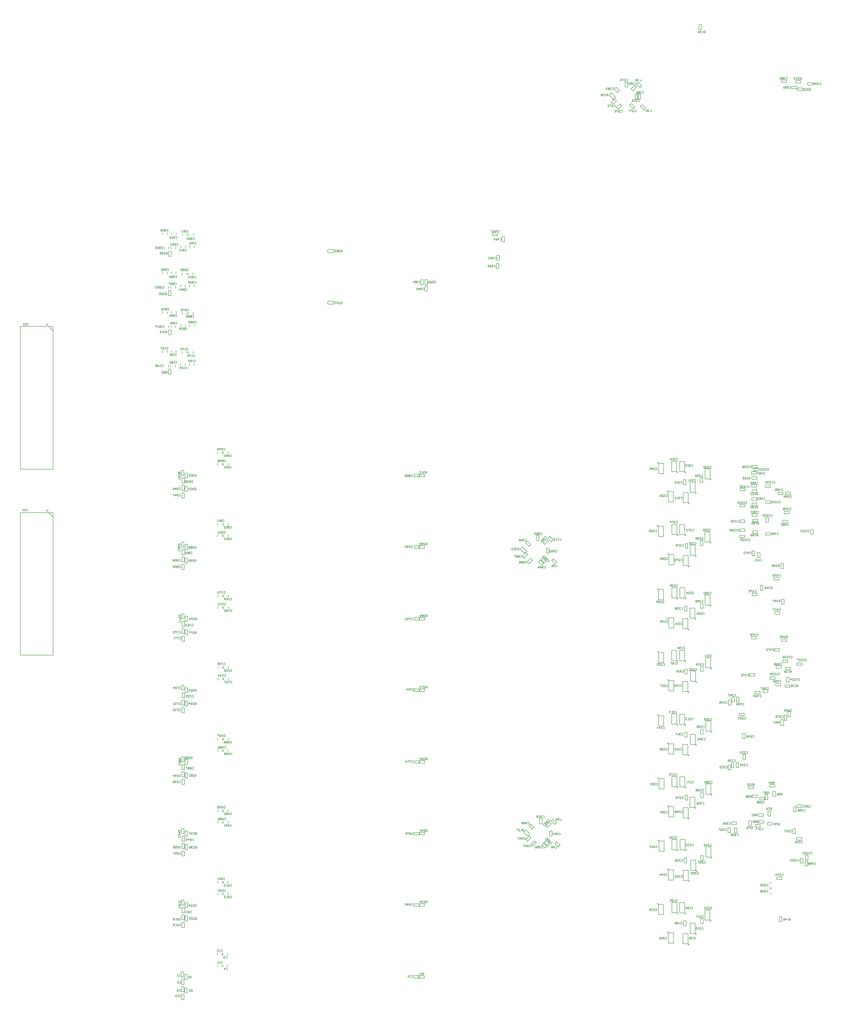
<source format=gbo>
G04*
G04 #@! TF.GenerationSoftware,Altium Limited,Altium Designer,22.9.1 (49)*
G04*
G04 Layer_Color=65535*
%FSLAX24Y24*%
%MOIN*%
G70*
G04*
G04 #@! TF.SameCoordinates,1003F32D-41C8-4A49-8BB1-F60438683A21*
G04*
G04*
G04 #@! TF.FilePolarity,Positive*
G04*
G01*
G75*
%ADD10C,0.0060*%
%ADD12C,0.0060*%
%ADD14C,0.0079*%
D10*
X101156Y85393D02*
X101556D01*
X101156D02*
Y87013D01*
X101956D01*
Y85393D02*
Y87013D01*
X101556Y85393D02*
X101956D01*
X41226Y121310D02*
Y121550D01*
Y121310D02*
X42186D01*
Y121790D01*
X41226D02*
X42186D01*
X41226Y121550D02*
Y121790D01*
X17943Y6364D02*
Y7151D01*
X18337D01*
Y6364D02*
Y7151D01*
X17943Y6364D02*
X18337D01*
X18026Y5134D02*
Y5921D01*
X18419D01*
Y5134D02*
Y5921D01*
X18026Y5134D02*
X18419D01*
X18006Y4002D02*
X18400D01*
Y4790D01*
X18006D02*
X18400D01*
X18006Y4002D02*
Y4790D01*
X18006Y2780D02*
X18399D01*
Y3567D01*
X18006D02*
X18399D01*
X18006Y2780D02*
Y3567D01*
X98056Y11598D02*
X98456D01*
Y13218D01*
X97656D02*
X98456D01*
X97656Y11598D02*
Y13218D01*
Y11598D02*
X98056D01*
X98046Y51633D02*
X98446D01*
Y53253D01*
X97646D02*
X98446D01*
X97646Y51633D02*
Y53253D01*
Y51633D02*
X98046D01*
X97546Y16528D02*
X97946D01*
Y18148D01*
X97146D02*
X97946D01*
X97146Y16528D02*
Y18148D01*
Y16528D02*
X97546D01*
X96296Y16548D02*
X96696D01*
Y18168D01*
X95896D02*
X96696D01*
X95896Y16548D02*
Y18168D01*
Y16548D02*
X96296D01*
X97536Y56563D02*
X97936D01*
Y58183D01*
X97136D02*
X97936D01*
X97136Y56563D02*
Y58183D01*
Y56563D02*
X97536D01*
X97930Y55187D02*
X98323D01*
X97930Y54400D02*
Y55187D01*
Y54400D02*
X98323D01*
Y55187D01*
X95359Y13348D02*
X95759D01*
X95359Y11728D02*
Y13348D01*
Y11728D02*
X96159D01*
Y13348D01*
X95759D02*
X96159D01*
X95403Y53373D02*
X95803D01*
X95403Y51753D02*
Y53373D01*
Y51753D02*
X96203D01*
Y53373D01*
X95803D02*
X96203D01*
X101546Y15368D02*
X101946D01*
Y16988D01*
X101146D02*
X101946D01*
X101146Y15368D02*
Y16988D01*
Y15368D02*
X101546D01*
X101656Y55403D02*
X102056D01*
Y57023D01*
X101256D02*
X102056D01*
X101256Y55403D02*
Y57023D01*
Y55403D02*
X101656D01*
X109139Y30156D02*
X109926D01*
X109139D02*
Y30550D01*
X109926D01*
Y30156D02*
Y30550D01*
X100863Y14815D02*
Y15602D01*
X100470Y14815D02*
X100863D01*
X100470D02*
Y15602D01*
X100863D01*
X100873Y54850D02*
Y55637D01*
X100480Y54850D02*
X100873D01*
X100480D02*
Y55637D01*
X100873D01*
X99196Y13248D02*
X99596D01*
Y14868D01*
X98796D02*
X99596D01*
X98796Y13248D02*
Y14868D01*
Y13248D02*
X99196D01*
X99256Y53283D02*
X99656D01*
Y54903D01*
X98856D02*
X99656D01*
X98856Y53283D02*
Y54903D01*
Y53283D02*
X99256D01*
X107602Y40886D02*
Y41673D01*
X107208Y40886D02*
X107602D01*
X107208D02*
Y41673D01*
X107602D01*
X93776Y17858D02*
X94176D01*
X93776Y16238D02*
Y17858D01*
Y16238D02*
X94576D01*
Y17858D01*
X94176D02*
X94576D01*
X93806Y57863D02*
X94206D01*
X93806Y56243D02*
Y57863D01*
Y56243D02*
X94606D01*
Y57863D01*
X94206D02*
X94606D01*
X115741Y28457D02*
X116528D01*
Y28063D02*
Y28457D01*
X115741Y28063D02*
X116528D01*
X115741D02*
Y28457D01*
X115520Y29066D02*
Y29854D01*
X115126Y29066D02*
X115520D01*
X115126D02*
Y29854D01*
X115520D01*
X98086Y21653D02*
X98486D01*
Y23273D01*
X97686D02*
X98486D01*
X97686Y21653D02*
Y23273D01*
Y21653D02*
X98086D01*
X98040Y61603D02*
X98440D01*
Y63223D01*
X97640D02*
X98440D01*
X97640Y61603D02*
Y63223D01*
Y61603D02*
X98040D01*
X97590Y26563D02*
X97990D01*
Y28183D01*
X97190D02*
X97990D01*
X97190Y26563D02*
Y28183D01*
Y26563D02*
X97590D01*
X96296Y26543D02*
X96696D01*
Y28163D01*
X95896D02*
X96696D01*
X95896Y26543D02*
Y28163D01*
Y26543D02*
X96296D01*
X97560Y66493D02*
X97960D01*
Y68113D01*
X97160D02*
X97960D01*
X97160Y66493D02*
Y68113D01*
Y66493D02*
X97560D01*
X96290Y66523D02*
X96690D01*
Y68143D01*
X95890D02*
X96690D01*
X95890Y66523D02*
Y68143D01*
Y66523D02*
X96290D01*
X97850Y25237D02*
X98244D01*
X97850Y24450D02*
Y25237D01*
Y24450D02*
X98244D01*
Y25237D01*
X97910Y65214D02*
X98304D01*
X97910Y64427D02*
Y65214D01*
Y64427D02*
X98304D01*
Y65214D01*
X95363Y23333D02*
X95763D01*
X95363Y21713D02*
Y23333D01*
Y21713D02*
X96163D01*
Y23333D01*
X95763D02*
X96163D01*
X95407Y63343D02*
X95807D01*
X95407Y61723D02*
Y63343D01*
Y61723D02*
X96207D01*
Y63343D01*
X95807D02*
X96207D01*
X107527Y44180D02*
Y44968D01*
X107133Y44180D02*
X107527D01*
X107133D02*
Y44968D01*
X107527D01*
X101686Y25383D02*
X102086D01*
Y27003D01*
X101286D02*
X102086D01*
X101286Y25383D02*
Y27003D01*
Y25383D02*
X101686D01*
X101570Y65343D02*
X101970D01*
Y66963D01*
X101170D02*
X101970D01*
X101170Y65343D02*
Y66963D01*
Y65343D02*
X101570D01*
X115776Y33653D02*
X116564D01*
Y33259D02*
Y33653D01*
X115776Y33259D02*
X116564D01*
X115776D02*
Y33653D01*
X115223Y32586D02*
Y33374D01*
X115617D01*
Y32586D02*
Y33374D01*
X115223Y32586D02*
X115617D01*
X100460Y25627D02*
X100853D01*
X100460Y24840D02*
Y25627D01*
Y24840D02*
X100853D01*
Y25627D01*
X100876Y64839D02*
Y65626D01*
X100483Y64839D02*
X100876D01*
X100483D02*
Y65626D01*
X100876D01*
X106606Y47793D02*
X107394D01*
X106606D02*
Y48187D01*
X107394D01*
Y47793D02*
Y48187D01*
X93856Y27903D02*
X94256D01*
X93856Y26283D02*
Y27903D01*
Y26283D02*
X94656D01*
Y27903D01*
X94256D02*
X94656D01*
X93770Y67823D02*
X94170D01*
X93770Y66203D02*
Y67823D01*
Y66203D02*
X94570D01*
Y67823D01*
X94170D02*
X94570D01*
X114330Y48439D02*
X114724D01*
X114330Y47652D02*
Y48439D01*
Y47652D02*
X114724D01*
Y48439D01*
X98096Y71603D02*
X98496D01*
Y73223D01*
X97696D02*
X98496D01*
X97696Y71603D02*
Y73223D01*
Y71603D02*
X98096D01*
X97573Y36504D02*
X97973D01*
Y38124D01*
X97173D02*
X97973D01*
X97173Y36504D02*
Y38124D01*
Y36504D02*
X97573D01*
X96313Y36544D02*
X96713D01*
Y38164D01*
X95913D02*
X96713D01*
X95913Y36544D02*
Y38164D01*
Y36544D02*
X96313D01*
X97546Y76533D02*
X97946D01*
Y78153D01*
X97146D02*
X97946D01*
X97146Y76533D02*
Y78153D01*
Y76533D02*
X97546D01*
X96316Y76553D02*
X96716D01*
Y78173D01*
X95916D02*
X96716D01*
X95916Y76553D02*
Y78173D01*
Y76553D02*
X96316D01*
X114151Y47092D02*
Y47879D01*
X113757Y47092D02*
X114151D01*
X113757D02*
Y47879D01*
X114151D01*
X97989Y35211D02*
X98383D01*
X97989Y34424D02*
Y35211D01*
Y34424D02*
X98383D01*
Y35211D01*
X98023Y75161D02*
X98416D01*
X98023Y74374D02*
Y75161D01*
Y74374D02*
X98416D01*
Y75161D01*
X95400Y33384D02*
X95800D01*
X95400Y31764D02*
Y33384D01*
Y31764D02*
X96200D01*
Y33384D01*
X95800D02*
X96200D01*
X95423Y73383D02*
X95823D01*
X95423Y71763D02*
Y73383D01*
Y71763D02*
X96223D01*
Y73383D01*
X95823D02*
X96223D01*
X109868Y34847D02*
X110655D01*
Y34453D02*
Y34847D01*
X109868Y34453D02*
X110655D01*
X109868D02*
Y34847D01*
X101693Y35364D02*
X102093D01*
Y36984D01*
X101293D02*
X102093D01*
X101293Y35364D02*
Y36984D01*
Y35364D02*
X101693D01*
X101546Y75373D02*
X101946D01*
Y76993D01*
X101146D02*
X101946D01*
X101146Y75373D02*
Y76993D01*
Y75373D02*
X101546D01*
X100496Y35598D02*
X100890D01*
X100496Y34810D02*
Y35598D01*
Y34810D02*
X100890D01*
Y35598D01*
X100450Y75607D02*
X100843D01*
X100450Y74820D02*
Y75607D01*
Y74820D02*
X100843D01*
Y75607D01*
X99183Y33264D02*
X99583D01*
Y34884D01*
X98783D02*
X99583D01*
X98783Y33264D02*
Y34884D01*
Y33264D02*
X99183D01*
X99216Y73253D02*
X99616D01*
Y74873D01*
X98816D02*
X99616D01*
X98816Y73253D02*
Y74873D01*
Y73253D02*
X99216D01*
X93863Y37814D02*
X94263D01*
X93863Y36194D02*
Y37814D01*
Y36194D02*
X94663D01*
Y37814D01*
X94263D02*
X94663D01*
X93756Y77863D02*
X94156D01*
X93756Y76243D02*
Y77863D01*
Y76243D02*
X94556D01*
Y77863D01*
X94156D02*
X94556D01*
X105396Y30550D02*
Y30943D01*
Y30550D02*
X106184D01*
Y30943D01*
X105396D02*
X106184D01*
X104803Y29239D02*
X105197D01*
Y30027D01*
X104803D02*
X105197D01*
X104803Y29239D02*
Y30027D01*
X105833Y29206D02*
X106227D01*
Y29994D01*
X105833D02*
X106227D01*
X105833Y29206D02*
Y29994D01*
X97696Y81603D02*
X98096D01*
X97696D02*
Y83223D01*
X98496D01*
Y81603D02*
Y83223D01*
X98096Y81603D02*
X98496D01*
X97146Y46410D02*
X97546D01*
X97146D02*
Y48030D01*
X97946D01*
Y46410D02*
Y48030D01*
X97546Y46410D02*
X97946D01*
X95876Y46470D02*
X96276D01*
X95876D02*
Y48090D01*
X96676D01*
Y46470D02*
Y48090D01*
X96276Y46470D02*
X96676D01*
X97126Y86533D02*
X97526D01*
X97126D02*
Y88153D01*
X97926D01*
Y86533D02*
Y88153D01*
X97526Y86533D02*
X97926D01*
X95876Y86553D02*
X96276D01*
X95876D02*
Y88173D01*
X96676D01*
Y86553D02*
Y88173D01*
X96276Y86553D02*
X96676D01*
X98134Y84480D02*
Y85267D01*
X97740Y84480D02*
X98134D01*
X97740D02*
Y85267D01*
X98134D01*
X95763Y43350D02*
X96163D01*
Y41730D02*
Y43350D01*
X95363Y41730D02*
X96163D01*
X95363D02*
Y43350D01*
X95763D01*
X95743Y83343D02*
X96143D01*
Y81723D02*
Y83343D01*
X95343Y81723D02*
X96143D01*
X95343D02*
Y83343D01*
X95743D01*
X104847Y39210D02*
Y39997D01*
X105240D01*
Y39210D02*
Y39997D01*
X104847Y39210D02*
X105240D01*
X106507Y39568D02*
Y40356D01*
X106113Y39568D02*
X106507D01*
X106113D02*
Y40356D01*
X106507D01*
X105752Y39568D02*
Y40356D01*
X105358Y39568D02*
X105752D01*
X105358D02*
Y40356D01*
X105752D01*
X100410Y85607D02*
X100803D01*
X100410Y84820D02*
Y85607D01*
Y84820D02*
X100803D01*
Y85607D01*
X98826Y43240D02*
X99226D01*
X98826D02*
Y44860D01*
X99626D01*
Y43240D02*
Y44860D01*
X99226Y43240D02*
X99626D01*
X98816Y83253D02*
X99216D01*
X98816D02*
Y84873D01*
X99616D01*
Y83253D02*
Y84873D01*
X99216Y83253D02*
X99616D01*
X94186Y47790D02*
X94586D01*
Y46170D02*
Y47790D01*
X93786Y46170D02*
X94586D01*
X93786D02*
Y47790D01*
X94186D01*
X94206Y87843D02*
X94606D01*
Y86223D02*
Y87843D01*
X93806Y86223D02*
X94606D01*
X93806D02*
Y87843D01*
X94206D01*
X106153Y50783D02*
X106546D01*
X106153Y49996D02*
Y50783D01*
Y49996D02*
X106546D01*
Y50783D01*
X105433Y50759D02*
X105827D01*
X105433Y49971D02*
Y50759D01*
Y49971D02*
X105827D01*
Y50759D01*
X104914Y49497D02*
Y50284D01*
X105307D01*
Y49497D02*
Y50284D01*
X104914Y49497D02*
X105307D01*
X88478Y147596D02*
X88872D01*
Y148384D01*
X88478D02*
X88872D01*
X88478Y147596D02*
Y148384D01*
X86544Y144831D02*
X87101Y145387D01*
X86266Y145109D02*
X86544Y144831D01*
X86266Y145109D02*
X86823Y145666D01*
X87101Y145387D01*
X87092Y144328D02*
X87370Y144050D01*
X87927Y144606D01*
X87649Y144885D02*
X87927Y144606D01*
X87092Y144328D02*
X87649Y144885D01*
X90053Y145649D02*
X90447D01*
Y146436D01*
X90053D02*
X90447D01*
X90053Y145649D02*
Y146436D01*
X89179Y144654D02*
X89735Y144098D01*
X89179Y144654D02*
X89457Y144933D01*
X90014Y144376D01*
X89735Y144098D02*
X90014Y144376D01*
X90007Y147848D02*
X90285Y147569D01*
X89450Y147291D02*
X90007Y147848D01*
X89450Y147291D02*
X89728Y147013D01*
X90285Y147569D01*
X86751Y147280D02*
X87030Y147558D01*
X86751Y147280D02*
X87308Y146723D01*
X87587Y147002D01*
X87030Y147558D02*
X87587Y147002D01*
X68175Y123978D02*
Y124372D01*
X67387D02*
X68175D01*
X67387Y123978D02*
Y124372D01*
Y123978D02*
X68175D01*
X68108Y120076D02*
X68502D01*
Y120864D01*
X68108D02*
X68502D01*
X68108Y120076D02*
Y120864D01*
X68023Y118784D02*
X68417D01*
Y119571D01*
X68023D02*
X68417D01*
X68023Y118784D02*
Y119571D01*
X112393Y52557D02*
Y52951D01*
Y52557D02*
X113181D01*
Y52951D01*
X112393D02*
X113181D01*
X111174Y51523D02*
Y51917D01*
X110387D02*
X111174D01*
X110387Y51523D02*
Y51917D01*
Y51523D02*
X111174D01*
X112480Y55337D02*
Y55731D01*
Y55337D02*
X113267D01*
Y55731D01*
X112480D02*
X113267D01*
X109495Y72886D02*
X109889D01*
Y73674D01*
X109495D02*
X109889D01*
X109495Y72886D02*
Y73674D01*
X112987Y58068D02*
Y58461D01*
X112200D02*
X112987D01*
X112200Y58068D02*
Y58461D01*
Y58068D02*
X112987D01*
X109076Y73172D02*
Y73960D01*
X108683Y73172D02*
X109076D01*
X108683D02*
Y73960D01*
X109076D01*
X113341Y21811D02*
Y22204D01*
X112553D02*
X113341D01*
X112553Y21811D02*
Y22204D01*
Y21811D02*
X113341D01*
X109446Y66849D02*
Y67243D01*
X108659D02*
X109446D01*
X108659Y66849D02*
Y67243D01*
Y66849D02*
X109446D01*
X108563Y60372D02*
X109351D01*
Y59978D02*
Y60372D01*
X108563Y59978D02*
X109351D01*
X108563D02*
Y60372D01*
X112934Y69353D02*
Y69747D01*
X112146D02*
X112934D01*
X112146Y69353D02*
Y69747D01*
Y69353D02*
X112934D01*
X114271Y78430D02*
Y78824D01*
X113484D02*
X114271D01*
X113484Y78430D02*
Y78824D01*
Y78430D02*
X114271D01*
X111584Y76468D02*
Y76862D01*
X110796D02*
X111584D01*
X110796Y76468D02*
Y76862D01*
Y76468D02*
X111584D01*
X109411Y79448D02*
Y79842D01*
X108624D02*
X109411D01*
X108624Y79448D02*
Y79842D01*
Y79448D02*
X109411D01*
X109387Y81986D02*
Y82379D01*
X108600D02*
X109387D01*
X108600Y81986D02*
Y82379D01*
Y81986D02*
X109387D01*
X114727Y82875D02*
Y83269D01*
X113939D02*
X114727D01*
X113939Y82875D02*
Y83269D01*
Y82875D02*
X114727D01*
X113565Y82898D02*
Y83291D01*
X112777D02*
X113565D01*
X112777Y82898D02*
Y83291D01*
Y82898D02*
X113565D01*
X108580Y84083D02*
X109367D01*
X108580D02*
Y84477D01*
X109367D01*
Y84083D02*
Y84477D01*
X109337Y86140D02*
Y86533D01*
X108550D02*
X109337D01*
X108550Y86140D02*
Y86533D01*
Y86140D02*
X109337D01*
X114976Y147273D02*
X115763D01*
X114976D02*
Y147667D01*
X115763D01*
Y147273D02*
Y147667D01*
X18002Y17777D02*
X18395D01*
Y18564D01*
X18002D02*
X18395D01*
X18002Y17777D02*
Y18564D01*
X18084Y16547D02*
X18478D01*
Y17334D01*
X18084D02*
X18478D01*
X18084Y16547D02*
Y17334D01*
X18065Y15416D02*
X18458D01*
Y16203D01*
X18065D02*
X18458D01*
X18065Y15416D02*
Y16203D01*
X18064Y14193D02*
X18458D01*
Y14981D01*
X18064D02*
X18458D01*
X18064Y14193D02*
Y14981D01*
X54963Y17950D02*
X55750D01*
Y17556D02*
Y17950D01*
X54963Y17556D02*
X55750D01*
X54963D02*
Y17950D01*
X18012Y29122D02*
X18405D01*
Y29909D01*
X18012D02*
X18405D01*
X18012Y29122D02*
Y29909D01*
X18094Y27892D02*
X18488D01*
Y28679D01*
X18094D02*
X18488D01*
X18094Y27892D02*
Y28679D01*
X18075Y26761D02*
X18468D01*
Y27548D01*
X18075D02*
X18468D01*
X18075Y26761D02*
Y27548D01*
X18074Y25538D02*
X18468D01*
Y26326D01*
X18074D02*
X18468D01*
X18074Y25538D02*
Y26326D01*
X54973Y29295D02*
X55760D01*
Y28901D02*
Y29295D01*
X54973Y28901D02*
X55760D01*
X54973D02*
Y29295D01*
X18012Y40487D02*
X18405D01*
Y41274D01*
X18012D02*
X18405D01*
X18012Y40487D02*
Y41274D01*
X18094Y39257D02*
X18488D01*
Y40044D01*
X18094D02*
X18488D01*
X18094Y39257D02*
Y40044D01*
X18075Y38126D02*
X18468D01*
Y38913D01*
X18075D02*
X18468D01*
X18075Y38126D02*
Y38913D01*
X18074Y36903D02*
X18468D01*
Y37691D01*
X18074D02*
X18468D01*
X18074Y36903D02*
Y37691D01*
X54973Y40660D02*
X55760D01*
Y40266D02*
Y40660D01*
X54973Y40266D02*
X55760D01*
X54973D02*
Y40660D01*
X18022Y51870D02*
X18415D01*
Y52658D01*
X18022D02*
X18415D01*
X18022Y51870D02*
Y52658D01*
X18104Y50640D02*
X18498D01*
Y51428D01*
X18104D02*
X18498D01*
X18104Y50640D02*
Y51428D01*
X18084Y48287D02*
X18478D01*
Y49074D01*
X18084D02*
X18478D01*
X18084Y48287D02*
Y49074D01*
X54983Y51650D02*
Y52043D01*
Y51650D02*
X55770D01*
Y52043D01*
X54983D02*
X55770D01*
X18022Y63202D02*
Y63989D01*
X18415D01*
Y63202D02*
Y63989D01*
X18022Y63202D02*
X18415D01*
X18104Y61972D02*
Y62759D01*
X18498D01*
Y61972D02*
Y62759D01*
X18104Y61972D02*
X18498D01*
X18085Y60841D02*
X18478D01*
Y61628D01*
X18085D02*
X18478D01*
X18085Y60841D02*
Y61628D01*
X18084Y59618D02*
X18478D01*
Y60406D01*
X18084D02*
X18478D01*
X18084Y59618D02*
Y60406D01*
X54983Y63375D02*
X55770D01*
Y62981D02*
Y63375D01*
X54983Y62981D02*
X55770D01*
X54983D02*
Y63375D01*
X17992Y74597D02*
X18385D01*
Y75384D01*
X17992D02*
X18385D01*
X17992Y74597D02*
Y75384D01*
X18074Y73367D02*
Y74154D01*
X18468D01*
Y73367D02*
Y74154D01*
X18074Y73367D02*
X18468D01*
X18055Y72236D02*
X18448D01*
Y73023D01*
X18055D02*
X18448D01*
X18055Y72236D02*
Y73023D01*
X18054Y71013D02*
X18448D01*
Y71801D01*
X18054D02*
X18448D01*
X18054Y71013D02*
Y71801D01*
X54953Y74376D02*
Y74770D01*
Y74376D02*
X55740D01*
Y74770D01*
X54953D02*
X55740D01*
X17992Y85947D02*
Y86734D01*
X18385D01*
Y85947D02*
Y86734D01*
X17992Y85947D02*
X18385D01*
X18074Y84717D02*
Y85504D01*
X18468D01*
Y84717D02*
Y85504D01*
X18074Y84717D02*
X18468D01*
X18055Y83586D02*
X18448D01*
Y84373D01*
X18055D02*
X18448D01*
X18055Y83586D02*
Y84373D01*
X18054Y82363D02*
X18448D01*
Y83151D01*
X18054D02*
X18448D01*
X18054Y82363D02*
Y83151D01*
X54953Y85726D02*
Y86120D01*
Y85726D02*
X55740D01*
Y86120D01*
X54953D02*
X55740D01*
X90895Y144467D02*
X91174Y144746D01*
X90895Y144467D02*
X91452Y143910D01*
X91730Y144189D01*
X91174Y144746D02*
X91730Y144189D01*
X90587Y148315D02*
X91143Y147758D01*
X90865Y147480D02*
X91143Y147758D01*
X90308Y148036D02*
X90865Y147480D01*
X90308Y148036D02*
X90587Y148315D01*
X77609Y27811D02*
X78166Y27254D01*
X77888Y26976D02*
X78166Y27254D01*
X77331Y27532D02*
X77888Y26976D01*
X77331Y27532D02*
X77609Y27811D01*
X76743Y31108D02*
X77022Y31386D01*
X76743Y31108D02*
X77300Y30551D01*
X77579Y30830D01*
X77022Y31386D02*
X77579Y30830D01*
X77072Y72717D02*
X77628Y72160D01*
X77350Y71882D02*
X77628Y72160D01*
X76793Y72439D02*
X77350Y71882D01*
X76793Y72439D02*
X77072Y72717D01*
X18506Y5955D02*
Y6742D01*
X18899D01*
Y5955D02*
Y6742D01*
X18506Y5955D02*
X18899D01*
X18492Y3804D02*
Y4592D01*
X18886D01*
Y3804D02*
Y4592D01*
X18492Y3804D02*
X18886D01*
X55769Y6145D02*
Y6539D01*
Y6145D02*
X56557D01*
Y6539D01*
X55769D02*
X56557D01*
X15937Y102809D02*
X16331D01*
X15937Y102022D02*
Y102809D01*
Y102022D02*
X16331D01*
Y102809D01*
X111183Y31896D02*
X111577D01*
Y32684D01*
X111183D02*
X111577D01*
X111183Y31896D02*
Y32684D01*
X111088Y30441D02*
Y30835D01*
Y30441D02*
X111875D01*
Y30835D01*
X111088D02*
X111875D01*
X108145Y31140D02*
X108539D01*
X108145Y30353D02*
Y31140D01*
Y30353D02*
X108539D01*
Y31140D01*
X109720Y30746D02*
Y31140D01*
Y30746D02*
X110507D01*
Y31140D01*
X109720D02*
X110507D01*
X109671Y31849D02*
Y32242D01*
Y31849D02*
X110458D01*
Y32242D01*
X109671D02*
X110458D01*
X113203Y47195D02*
X113443D01*
X113203Y46235D02*
Y47195D01*
Y46235D02*
X113683D01*
Y47195D01*
X113443D02*
X113683D01*
X111476Y36467D02*
Y36861D01*
Y36467D02*
X112263D01*
Y36861D01*
X111476D02*
X112263D01*
X111943Y35804D02*
X112337D01*
X111943Y35016D02*
Y35804D01*
Y35016D02*
X112337D01*
Y35804D01*
X110744Y34523D02*
Y35310D01*
X111138D01*
Y34523D02*
Y35310D01*
X110744Y34523D02*
X111138D01*
X108667Y34819D02*
X109454D01*
X108667D02*
Y35213D01*
X109454D01*
Y34819D02*
Y35213D01*
X108864Y36203D02*
Y36597D01*
X108076D02*
X108864D01*
X108076Y36203D02*
Y36597D01*
Y36203D02*
X108864D01*
X86609Y145618D02*
X86778Y145787D01*
X85930Y146297D02*
X86609Y145618D01*
X85930Y146297D02*
X86269Y146636D01*
X86948Y145957D01*
X86778Y145787D02*
X86948Y145957D01*
X73210Y28844D02*
X73379Y29014D01*
X72701Y29693D02*
X73379Y29014D01*
X72361Y29353D02*
X72701Y29693D01*
X72361Y29353D02*
X73040Y28675D01*
X73210Y28844D01*
X113856Y52303D02*
X114644D01*
X113856D02*
Y52697D01*
X114644D01*
Y52303D02*
Y52697D01*
X113954Y55079D02*
X114741D01*
X113954D02*
Y55473D01*
X114741D01*
Y55079D02*
Y55473D01*
X112966Y15900D02*
X113359D01*
X112966Y15113D02*
Y15900D01*
Y15113D02*
X113359D01*
Y15900D01*
X100609Y156693D02*
Y157480D01*
X100216Y156693D02*
X100609D01*
X100216D02*
Y157480D01*
X100609D01*
X108720Y76726D02*
X109507D01*
X108720D02*
Y77119D01*
X109507D01*
Y76726D02*
Y77119D01*
X108747Y78596D02*
X109534D01*
X108747D02*
Y78989D01*
X109534D01*
Y78596D02*
Y78989D01*
X109407Y81156D02*
Y81549D01*
X108620D02*
X109407D01*
X108620Y81156D02*
Y81549D01*
Y81156D02*
X109407D01*
X109417Y83256D02*
Y83649D01*
X108630D02*
X109417D01*
X108630Y83256D02*
Y83649D01*
Y83256D02*
X109417D01*
X108600Y85330D02*
X109387D01*
X108600D02*
Y85723D01*
X109387D01*
Y85330D02*
Y85723D01*
X115866Y147013D02*
X116654D01*
X115866D02*
Y147407D01*
X116654D01*
Y147013D02*
Y147407D01*
X115580Y148196D02*
X116367D01*
X115580D02*
Y148589D01*
X116367D01*
Y148196D02*
Y148589D01*
X18564Y17368D02*
Y18155D01*
X18958D01*
Y17368D02*
Y18155D01*
X18564Y17368D02*
X18958D01*
X18551Y15218D02*
Y16005D01*
X18944D01*
Y15218D02*
Y16005D01*
X18551Y15218D02*
X18944D01*
X55828Y17559D02*
Y17953D01*
Y17559D02*
X56615D01*
Y17953D01*
X55828D02*
X56615D01*
X18574Y28713D02*
Y29500D01*
X18968D01*
Y28713D02*
Y29500D01*
X18574Y28713D02*
X18968D01*
X18561Y26563D02*
Y27350D01*
X18954D01*
Y26563D02*
Y27350D01*
X18561Y26563D02*
X18954D01*
X55838Y28904D02*
Y29298D01*
Y28904D02*
X56625D01*
Y29298D01*
X55838D02*
X56625D01*
X18574Y40078D02*
X18968D01*
Y40865D01*
X18574D02*
X18968D01*
X18574Y40078D02*
Y40865D01*
X18561Y37928D02*
Y38715D01*
X18954D01*
Y37928D02*
Y38715D01*
X18561Y37928D02*
X18954D01*
X55838Y40269D02*
Y40663D01*
Y40269D02*
X56625D01*
Y40663D01*
X55838D02*
X56625D01*
X18584Y51461D02*
Y52249D01*
X18978D01*
Y51461D02*
Y52249D01*
X18584Y51461D02*
X18978D01*
X18571Y49311D02*
Y50099D01*
X18964D01*
Y49311D02*
Y50099D01*
X18571Y49311D02*
X18964D01*
X55848Y52046D02*
X56635D01*
Y51652D02*
Y52046D01*
X55848Y51652D02*
X56635D01*
X55848D02*
Y52046D01*
X18584Y62793D02*
Y63580D01*
X18978D01*
Y62793D02*
Y63580D01*
X18584Y62793D02*
X18978D01*
X18571Y60643D02*
X18964D01*
Y61430D01*
X18571D02*
X18964D01*
X18571Y60643D02*
Y61430D01*
X55848Y62984D02*
Y63378D01*
Y62984D02*
X56635D01*
Y63378D01*
X55848D02*
X56635D01*
X18554Y74188D02*
X18948D01*
Y74975D01*
X18554D02*
X18948D01*
X18554Y74188D02*
Y74975D01*
X18541Y72038D02*
X18934D01*
Y72825D01*
X18541D02*
X18934D01*
X18541Y72038D02*
Y72825D01*
X55818Y74773D02*
X56605D01*
Y74379D02*
Y74773D01*
X55818Y74379D02*
X56605D01*
X55818D02*
Y74773D01*
X18554Y85538D02*
X18948D01*
Y86325D01*
X18554D02*
X18948D01*
X18554Y85538D02*
Y86325D01*
X18541Y83388D02*
Y84175D01*
X18934D01*
Y83388D02*
Y84175D01*
X18541Y83388D02*
X18934D01*
X55818Y85729D02*
Y86123D01*
Y85729D02*
X56605D01*
Y86123D01*
X55818D02*
X56605D01*
X15965Y109027D02*
X16359D01*
X15965Y108240D02*
Y109027D01*
Y108240D02*
X16359D01*
Y109027D01*
X54904Y6143D02*
Y6537D01*
Y6143D02*
X55692D01*
Y6537D01*
X54904D02*
X55692D01*
X97646Y41630D02*
X98046D01*
X97646D02*
Y43250D01*
X98446D01*
Y41630D02*
Y43250D01*
X98046Y41630D02*
X98446D01*
X97953Y45197D02*
X98347D01*
X97953Y44410D02*
Y45197D01*
Y44410D02*
X98347D01*
Y45197D01*
X90542Y146464D02*
X90935D01*
X90542Y145677D02*
Y146464D01*
Y145677D02*
X90935D01*
Y146464D01*
X96266Y56563D02*
X96666D01*
Y58183D01*
X95866D02*
X96666D01*
X95866Y56563D02*
Y58183D01*
Y56563D02*
X96266D01*
X97761Y14458D02*
Y15245D01*
X98154D01*
Y14458D02*
Y15245D01*
X97761Y14458D02*
X98154D01*
X99286Y23263D02*
X99686D01*
Y24883D01*
X98886D02*
X99686D01*
X98886Y23263D02*
Y24883D01*
Y23263D02*
X99286D01*
X99160Y63273D02*
X99560D01*
Y64893D01*
X98760D02*
X99560D01*
X98760Y63273D02*
Y64893D01*
Y63273D02*
X99160D01*
X98093Y31594D02*
X98493D01*
Y33214D01*
X97693D02*
X98493D01*
X97693Y31594D02*
Y33214D01*
Y31594D02*
X98093D01*
X101316Y45360D02*
X101716D01*
X101316D02*
Y46980D01*
X102116D01*
Y45360D02*
Y46980D01*
X101716Y45360D02*
X102116D01*
X100470Y45644D02*
X100863D01*
X100470Y44856D02*
Y45644D01*
Y44856D02*
X100863D01*
Y45644D01*
X68906Y123014D02*
Y123801D01*
X69300D01*
Y123014D02*
Y123801D01*
X68906Y123014D02*
X69300D01*
X109100Y51293D02*
X109887D01*
X109100D02*
Y51687D01*
X109887D01*
Y51293D02*
Y51687D01*
X108241Y54093D02*
Y54487D01*
Y54093D02*
X109029D01*
Y54487D01*
X108241D02*
X109029D01*
X113024Y63913D02*
Y64307D01*
X112236D02*
X113024D01*
X112236Y63913D02*
Y64307D01*
Y63913D02*
X113024D01*
X114537Y79855D02*
Y80249D01*
X113749D02*
X114537D01*
X113749Y79855D02*
Y80249D01*
Y79855D02*
X114537D01*
X18085Y49509D02*
X18478D01*
Y50296D01*
X18085D02*
X18478D01*
X18085Y49509D02*
Y50296D01*
X16342Y114482D02*
Y115270D01*
X15948Y114482D02*
X16342D01*
X15948D02*
Y115270D01*
X16342D01*
X15985Y121513D02*
X16379D01*
X15985Y120726D02*
Y121513D01*
Y120726D02*
X16379D01*
Y121513D01*
X114134Y59603D02*
Y59997D01*
X113346D02*
X114134D01*
X113346Y59603D02*
Y59997D01*
Y59603D02*
X114134D01*
X110347Y67716D02*
Y68504D01*
X109953Y67716D02*
X110347D01*
X109953D02*
Y68504D01*
X110347D01*
X113333Y65499D02*
Y66286D01*
X113727D01*
Y65499D02*
Y66286D01*
X113333Y65499D02*
X113727D01*
X113244Y71159D02*
Y71946D01*
X113638D01*
Y71159D02*
Y71946D01*
X113244Y71159D02*
X113638D01*
X74914Y30664D02*
Y31451D01*
X75307D01*
Y30664D02*
Y31451D01*
X74914Y30664D02*
X75307D01*
X72683Y73749D02*
X72853Y73919D01*
X72174Y74598D02*
X72853Y73919D01*
X71835Y74259D02*
X72174Y74598D01*
X71835Y74259D02*
X72513Y73580D01*
X72683Y73749D01*
X76220Y76006D02*
X76498Y76285D01*
X76220Y76006D02*
X76777Y75449D01*
X77055Y75728D01*
X76498Y76285D02*
X77055Y75728D01*
X72976Y27895D02*
X73533Y28452D01*
X72698Y28174D02*
X72976Y27895D01*
X72698Y28174D02*
X73255Y28731D01*
X73533Y28452D01*
X56003Y116974D02*
X56397D01*
X56003Y116186D02*
Y116974D01*
Y116186D02*
X56397D01*
Y116974D01*
X76165Y30080D02*
X76722Y30636D01*
X75887Y30358D02*
X76165Y30080D01*
X75887Y30358D02*
X76444Y30915D01*
X76722Y30636D01*
X76484Y28721D02*
Y29508D01*
X76878D01*
Y28721D02*
Y29508D01*
X76484Y28721D02*
X76878D01*
X75607Y27715D02*
X76164Y27159D01*
X75607Y27715D02*
X75886Y27994D01*
X76443Y27437D01*
X76164Y27159D02*
X76443Y27437D01*
X75506Y27638D02*
X76063Y27082D01*
X75784Y26803D02*
X76063Y27082D01*
X75227Y27360D02*
X75784Y26803D01*
X75227Y27360D02*
X75506Y27638D01*
X73532Y27393D02*
X74089Y27950D01*
X74367Y27672D01*
X73810Y27115D02*
X74367Y27672D01*
X73532Y27393D02*
X73810Y27115D01*
X73183Y30345D02*
X73461Y30624D01*
X73183Y30345D02*
X73740Y29789D01*
X74018Y30067D01*
X73461Y30624D02*
X74018Y30067D01*
X74366Y75589D02*
X74759D01*
Y76377D01*
X74366D02*
X74759D01*
X74366Y75589D02*
Y76377D01*
X72715Y73634D02*
X72994Y73356D01*
X72158Y73077D02*
X72715Y73634D01*
X72158Y73077D02*
X72437Y72799D01*
X72994Y73356D01*
X75996Y75829D02*
X76275Y75550D01*
X75439Y75272D02*
X75996Y75829D01*
X75439Y75272D02*
X75718Y74994D01*
X76275Y75550D01*
X75968Y73606D02*
X76362D01*
Y74394D01*
X75968D02*
X76362D01*
X75968Y73606D02*
Y74394D01*
X75632Y72021D02*
X75910Y72299D01*
X75353Y72856D02*
X75910Y72299D01*
X75075Y72578D02*
X75353Y72856D01*
X75075Y72578D02*
X75632Y72021D01*
X74711Y72230D02*
X74989Y72509D01*
X74711Y72230D02*
X75268Y71673D01*
X75546Y71952D01*
X74989Y72509D02*
X75546Y71952D01*
X72925Y72237D02*
X73203Y71959D01*
X73760Y72516D01*
X73481Y72794D02*
X73760Y72516D01*
X72925Y72237D02*
X73481Y72794D01*
X72655Y75244D02*
X72933Y75522D01*
X72655Y75244D02*
X73212Y74687D01*
X73490Y74966D01*
X72933Y75522D02*
X73490Y74966D01*
X117953Y76606D02*
Y77394D01*
X118347D01*
Y76606D02*
Y77394D01*
X117953Y76606D02*
X118347D01*
X117133Y24906D02*
X117527D01*
Y25694D01*
X117133D02*
X117527D01*
X117133Y24906D02*
Y25694D01*
X41226Y113110D02*
Y113350D01*
Y113110D02*
X42186D01*
Y113590D01*
X41226D02*
X42186D01*
X41226Y113350D02*
Y113590D01*
X113303Y148292D02*
Y148686D01*
Y148292D02*
X114090D01*
Y148686D01*
X113303D02*
X114090D01*
X118273Y147870D02*
Y148264D01*
X117485D02*
X118273D01*
X117485Y147870D02*
Y148264D01*
Y147870D02*
X118273D01*
X56675Y116214D02*
X57069D01*
Y117002D01*
X56675D02*
X57069D01*
X56675Y116214D02*
Y117002D01*
Y115191D02*
X57069D01*
Y115978D01*
X56675D02*
X57069D01*
X56675Y115191D02*
Y115978D01*
X117061Y23934D02*
X117455D01*
Y24722D01*
X117061D02*
X117455D01*
X117061Y23934D02*
Y24722D01*
X116331Y24410D02*
X116725D01*
Y25197D01*
X116331D02*
X116725D01*
X116331Y24410D02*
Y25197D01*
X114539Y53128D02*
Y53916D01*
X114145Y53128D02*
X114539D01*
X114145D02*
Y53916D01*
X114539D01*
X111502Y53581D02*
Y53975D01*
Y53581D02*
X112289D01*
Y53975D01*
X111502D02*
X112289D01*
X114303Y56263D02*
Y56657D01*
X113516D02*
X114303D01*
X113516Y56263D02*
Y56657D01*
Y56263D02*
X114303D01*
X116571Y55801D02*
Y56194D01*
X115784D02*
X116571D01*
X115784Y55801D02*
Y56194D01*
Y55801D02*
X116571D01*
X106707Y77042D02*
Y77436D01*
Y77042D02*
X107494D01*
Y77436D01*
X106707D02*
X107494D01*
X106692Y76039D02*
Y76433D01*
Y76039D02*
X107479D01*
Y76433D01*
X106692D02*
X107479D01*
X110828Y78519D02*
X111222D01*
Y79306D01*
X110828D02*
X111222D01*
X110828Y78519D02*
Y79306D01*
X106726Y78492D02*
Y78886D01*
Y78492D02*
X107514D01*
Y78886D01*
X106726D02*
X107514D01*
X106726Y80959D02*
Y81352D01*
Y80959D02*
X107514D01*
Y81352D01*
X106726D02*
X107514D01*
X111584Y81480D02*
Y81874D01*
X110796D02*
X111584D01*
X110796Y81480D02*
Y81874D01*
Y81480D02*
X111584D01*
X111554Y84005D02*
Y84399D01*
X110767D02*
X111554D01*
X110767Y84005D02*
Y84399D01*
Y84005D02*
X111554D01*
X106757Y83525D02*
Y83919D01*
Y83525D02*
X107545D01*
Y83919D01*
X106757D02*
X107545D01*
X109457Y87114D02*
Y87507D01*
X108670D02*
X109457D01*
X108670Y87114D02*
Y87507D01*
Y87114D02*
X109457D01*
X108920Y86640D02*
Y87034D01*
Y86640D02*
X109707D01*
Y87034D01*
X108920D02*
X109707D01*
X95262Y43563D02*
Y43350D01*
X95156Y43456D02*
X95369D01*
X95299Y33597D02*
Y33383D01*
X95192Y33490D02*
X95405D01*
X98091Y26351D02*
Y26564D01*
X98198Y26457D02*
X97985D01*
X98594Y31381D02*
Y31595D01*
X98701Y31488D02*
X98487D01*
X98061Y66280D02*
Y66493D01*
X98168Y66387D02*
X97954D01*
X102194Y35151D02*
Y35365D01*
X102301Y35258D02*
X102087D01*
X98048Y76321D02*
Y76534D01*
X98154Y76427D02*
X97941D01*
X102158Y55191D02*
Y55404D01*
X102264Y55297D02*
X102051D01*
X98548Y51421D02*
Y51634D01*
X98654Y51527D02*
X98441D01*
X93705Y88056D02*
Y87843D01*
X93598Y87949D02*
X93812D01*
X98028Y86321D02*
Y86534D01*
X98134Y86427D02*
X97921D01*
X95158Y63340D02*
Y63127D01*
X95051Y63233D02*
X95264D01*
X98598Y81391D02*
Y81604D01*
X98704Y81497D02*
X98491D01*
X98558Y11386D02*
Y11599D01*
X98664Y11492D02*
X98451D01*
X99718Y73041D02*
Y73254D01*
X99824Y73147D02*
X99611D01*
X102188Y25171D02*
Y25384D01*
X102294Y25277D02*
X102081D01*
X93675Y18071D02*
Y17858D01*
X93568Y17964D02*
X93782D01*
X99684Y33051D02*
Y33265D01*
X99791Y33158D02*
X99577D01*
X93685Y48003D02*
Y47790D01*
X93578Y47896D02*
X93792D01*
X98598Y71391D02*
Y71604D01*
X98704Y71497D02*
X98491D01*
X96778Y46257D02*
Y46471D01*
X96884Y46364D02*
X96671D01*
X95258Y13561D02*
Y13348D01*
X95151Y13454D02*
X95365D01*
X98048Y16316D02*
Y16529D01*
X98154Y16422D02*
X97941D01*
X98588Y21441D02*
Y21654D01*
X98694Y21547D02*
X98481D01*
X96778Y86341D02*
Y86554D01*
X96884Y86447D02*
X96671D01*
X99718Y83041D02*
Y83254D01*
X99824Y83147D02*
X99611D01*
X95322Y73596D02*
Y73383D01*
X95216Y73489D02*
X95429D01*
X96798Y16336D02*
Y16549D01*
X96904Y16442D02*
X96691D01*
X99788Y23051D02*
Y23264D01*
X99894Y23157D02*
X99681D01*
X98541Y61390D02*
Y61603D01*
X98648Y61497D02*
X98434D01*
X96791Y66310D02*
Y66523D01*
X96898Y66417D02*
X96684D01*
X98048Y46197D02*
Y46411D01*
X98154Y46304D02*
X97941D01*
X98038Y56351D02*
Y56564D01*
X98144Y56457D02*
X97931D01*
X95302Y53586D02*
Y53373D01*
X95196Y53479D02*
X95409D01*
X93755Y28116D02*
Y27903D01*
X93648Y28009D02*
X93862D01*
X98548Y41417D02*
Y41631D01*
X98654Y41524D02*
X98441D01*
X99728Y43027D02*
Y43241D01*
X99834Y43134D02*
X99621D01*
X95262Y23546D02*
Y23333D01*
X95156Y23439D02*
X95369D01*
X102058Y85181D02*
Y85394D01*
X102164Y85287D02*
X101951D01*
X102218Y45147D02*
Y45361D01*
X102324Y45254D02*
X102111D01*
X93705Y58076D02*
Y57863D01*
X93598Y57969D02*
X93812D01*
X93761Y38027D02*
Y37813D01*
X93655Y37920D02*
X93868D01*
X93668Y68035D02*
Y67822D01*
X93562Y67929D02*
X93775D01*
X99758Y53071D02*
Y53284D01*
X99864Y53177D02*
X99651D01*
X96818Y76341D02*
Y76554D01*
X96924Y76447D02*
X96711D01*
X98074Y36291D02*
Y36505D01*
X98181Y36398D02*
X97967D01*
X102048Y75161D02*
Y75374D01*
X102154Y75267D02*
X101941D01*
X95242Y83556D02*
Y83343D01*
X95136Y83449D02*
X95349D01*
X102048Y15156D02*
Y15369D01*
X102154Y15262D02*
X101941D01*
X96814Y36331D02*
Y36545D01*
X96921Y36438D02*
X96707D01*
X99698Y13036D02*
Y13249D01*
X99804Y13142D02*
X99591D01*
X99661Y63060D02*
Y63273D01*
X99768Y63167D02*
X99554D01*
X102071Y65130D02*
Y65343D01*
X102178Y65237D02*
X101964D01*
X96768Y56351D02*
Y56564D01*
X96874Y56457D02*
X96661D01*
X96798Y26331D02*
Y26544D01*
X96904Y26437D02*
X96691D01*
X93655Y78076D02*
Y77863D01*
X93548Y77969D02*
X93762D01*
X111065Y86988D02*
X111118Y87041D01*
X111224D01*
X111278Y86988D01*
Y86774D01*
X111224Y86721D01*
X111118D01*
X111065Y86774D01*
X110958Y86721D02*
X110851D01*
X110905D01*
Y87041D01*
X110958Y86988D01*
X110691D02*
X110638Y87041D01*
X110531D01*
X110478Y86988D01*
Y86774D01*
X110531Y86721D01*
X110638D01*
X110691Y86774D01*
Y86988D01*
X110371D02*
X110318Y87041D01*
X110211D01*
X110158Y86988D01*
Y86934D01*
X110211Y86881D01*
X110265D01*
X110211D01*
X110158Y86828D01*
Y86774D01*
X110211Y86721D01*
X110318D01*
X110371Y86774D01*
X110051Y87041D02*
X109838D01*
Y86988D01*
X110051Y86774D01*
Y86721D01*
X108336Y87431D02*
X108390Y87484D01*
X108496D01*
X108550Y87431D01*
Y87217D01*
X108496Y87164D01*
X108390D01*
X108336Y87217D01*
X108230Y87164D02*
X108123D01*
X108177D01*
Y87484D01*
X108230Y87431D01*
X107963D02*
X107910Y87484D01*
X107803D01*
X107750Y87431D01*
Y87217D01*
X107803Y87164D01*
X107910D01*
X107963Y87217D01*
Y87431D01*
X107643D02*
X107590Y87484D01*
X107483D01*
X107430Y87431D01*
Y87377D01*
X107483Y87324D01*
X107537D01*
X107483D01*
X107430Y87271D01*
Y87217D01*
X107483Y87164D01*
X107590D01*
X107643Y87217D01*
X107110Y87484D02*
X107217Y87431D01*
X107324Y87324D01*
Y87217D01*
X107270Y87164D01*
X107164D01*
X107110Y87217D01*
Y87271D01*
X107164Y87324D01*
X107324D01*
X107947Y84277D02*
X108000Y84330D01*
X108106D01*
X108160Y84277D01*
Y84063D01*
X108106Y84010D01*
X108000D01*
X107947Y84063D01*
X107840Y84010D02*
X107733D01*
X107787D01*
Y84330D01*
X107840Y84277D01*
X107573D02*
X107520Y84330D01*
X107413D01*
X107360Y84277D01*
Y84063D01*
X107413Y84010D01*
X107520D01*
X107573Y84063D01*
Y84277D01*
X107253D02*
X107200Y84330D01*
X107093D01*
X107040Y84277D01*
Y84223D01*
X107093Y84170D01*
X107147D01*
X107093D01*
X107040Y84117D01*
Y84063D01*
X107093Y84010D01*
X107200D01*
X107253Y84063D01*
X106720Y84330D02*
X106933D01*
Y84170D01*
X106827Y84223D01*
X106774D01*
X106720Y84170D01*
Y84063D01*
X106774Y84010D01*
X106880D01*
X106933Y84063D01*
X112023Y84954D02*
X112076Y85008D01*
X112183D01*
X112236Y84954D01*
Y84741D01*
X112183Y84688D01*
X112076D01*
X112023Y84741D01*
X111916Y84688D02*
X111810D01*
X111863D01*
Y85008D01*
X111916Y84954D01*
X111650D02*
X111597Y85008D01*
X111490D01*
X111437Y84954D01*
Y84741D01*
X111490Y84688D01*
X111597D01*
X111650Y84741D01*
Y84954D01*
X111330D02*
X111277Y85008D01*
X111170D01*
X111117Y84954D01*
Y84901D01*
X111170Y84848D01*
X111223D01*
X111170D01*
X111117Y84794D01*
Y84741D01*
X111170Y84688D01*
X111277D01*
X111330Y84741D01*
X110850Y84688D02*
Y85008D01*
X111010Y84848D01*
X110797D01*
X112922Y81813D02*
X112976Y81866D01*
X113082D01*
X113136Y81813D01*
Y81599D01*
X113082Y81546D01*
X112976D01*
X112922Y81599D01*
X112816Y81546D02*
X112709D01*
X112763D01*
Y81866D01*
X112816Y81813D01*
X112549D02*
X112496Y81866D01*
X112389D01*
X112336Y81813D01*
Y81599D01*
X112389Y81546D01*
X112496D01*
X112549Y81599D01*
Y81813D01*
X112229D02*
X112176Y81866D01*
X112069D01*
X112016Y81813D01*
Y81759D01*
X112069Y81706D01*
X112123D01*
X112069D01*
X112016Y81653D01*
Y81599D01*
X112069Y81546D01*
X112176D01*
X112229Y81599D01*
X111910Y81813D02*
X111856Y81866D01*
X111750D01*
X111696Y81813D01*
Y81759D01*
X111750Y81706D01*
X111803D01*
X111750D01*
X111696Y81653D01*
Y81599D01*
X111750Y81546D01*
X111856D01*
X111910Y81599D01*
X107565Y81737D02*
X107619Y81790D01*
X107725D01*
X107779Y81737D01*
Y81523D01*
X107725Y81470D01*
X107619D01*
X107565Y81523D01*
X107459Y81470D02*
X107352D01*
X107406D01*
Y81790D01*
X107459Y81737D01*
X107192D02*
X107139Y81790D01*
X107032D01*
X106979Y81737D01*
Y81523D01*
X107032Y81470D01*
X107139D01*
X107192Y81523D01*
Y81737D01*
X106872D02*
X106819Y81790D01*
X106712D01*
X106659Y81737D01*
Y81683D01*
X106712Y81630D01*
X106766D01*
X106712D01*
X106659Y81577D01*
Y81523D01*
X106712Y81470D01*
X106819D01*
X106872Y81523D01*
X106339Y81470D02*
X106552D01*
X106339Y81683D01*
Y81737D01*
X106393Y81790D01*
X106499D01*
X106552Y81737D01*
X106389Y78776D02*
X106442Y78829D01*
X106549D01*
X106602Y78776D01*
Y78562D01*
X106549Y78509D01*
X106442D01*
X106389Y78562D01*
X106283Y78509D02*
X106176D01*
X106229D01*
Y78829D01*
X106283Y78776D01*
X106016D02*
X105963Y78829D01*
X105856D01*
X105803Y78776D01*
Y78562D01*
X105856Y78509D01*
X105963D01*
X106016Y78562D01*
Y78776D01*
X105696D02*
X105643Y78829D01*
X105536D01*
X105483Y78776D01*
Y78722D01*
X105536Y78669D01*
X105589D01*
X105536D01*
X105483Y78616D01*
Y78562D01*
X105536Y78509D01*
X105643D01*
X105696Y78562D01*
X105376Y78509D02*
X105270D01*
X105323D01*
Y78829D01*
X105376Y78776D01*
X111609Y79707D02*
X111663Y79760D01*
X111769D01*
X111823Y79707D01*
Y79493D01*
X111769Y79440D01*
X111663D01*
X111609Y79493D01*
X111503Y79440D02*
X111396D01*
X111450D01*
Y79760D01*
X111503Y79707D01*
X111236D02*
X111183Y79760D01*
X111076D01*
X111023Y79707D01*
Y79493D01*
X111076Y79440D01*
X111183D01*
X111236Y79493D01*
Y79707D01*
X110916D02*
X110863Y79760D01*
X110756D01*
X110703Y79707D01*
Y79653D01*
X110756Y79600D01*
X110810D01*
X110756D01*
X110703Y79547D01*
Y79493D01*
X110756Y79440D01*
X110863D01*
X110916Y79493D01*
X110597Y79707D02*
X110543Y79760D01*
X110437D01*
X110383Y79707D01*
Y79493D01*
X110437Y79440D01*
X110543D01*
X110597Y79493D01*
Y79707D01*
X108076Y75827D02*
X108130Y75880D01*
X108236D01*
X108290Y75827D01*
Y75613D01*
X108236Y75560D01*
X108130D01*
X108076Y75613D01*
X107970Y75560D02*
X107863D01*
X107917D01*
Y75880D01*
X107970Y75827D01*
X107703D02*
X107650Y75880D01*
X107543D01*
X107490Y75827D01*
Y75613D01*
X107543Y75560D01*
X107650D01*
X107703Y75613D01*
Y75827D01*
X107170Y75560D02*
X107383D01*
X107170Y75773D01*
Y75827D01*
X107223Y75880D01*
X107330D01*
X107383Y75827D01*
X107064Y75613D02*
X107010Y75560D01*
X106904D01*
X106850Y75613D01*
Y75827D01*
X106904Y75880D01*
X107010D01*
X107064Y75827D01*
Y75773D01*
X107010Y75720D01*
X106850D01*
X106367Y77359D02*
X106420Y77412D01*
X106526D01*
X106580Y77359D01*
Y77145D01*
X106526Y77092D01*
X106420D01*
X106367Y77145D01*
X106260Y77092D02*
X106153D01*
X106207D01*
Y77412D01*
X106260Y77359D01*
X105993D02*
X105940Y77412D01*
X105833D01*
X105780Y77359D01*
Y77145D01*
X105833Y77092D01*
X105940D01*
X105993Y77145D01*
Y77359D01*
X105460Y77092D02*
X105673D01*
X105460Y77305D01*
Y77359D01*
X105513Y77412D01*
X105620D01*
X105673Y77359D01*
X105353D02*
X105300Y77412D01*
X105194D01*
X105140Y77359D01*
Y77305D01*
X105194Y77252D01*
X105140Y77199D01*
Y77145D01*
X105194Y77092D01*
X105300D01*
X105353Y77145D01*
Y77199D01*
X105300Y77252D01*
X105353Y77305D01*
Y77359D01*
X105300Y77252D02*
X105194D01*
X117043Y56754D02*
X117096Y56808D01*
X117203D01*
X117256Y56754D01*
Y56541D01*
X117203Y56488D01*
X117096D01*
X117043Y56541D01*
X116936Y56488D02*
X116830D01*
X116883D01*
Y56808D01*
X116936Y56754D01*
X116670D02*
X116617Y56808D01*
X116510D01*
X116457Y56754D01*
Y56541D01*
X116510Y56488D01*
X116617D01*
X116670Y56541D01*
Y56754D01*
X116137Y56488D02*
X116350D01*
X116137Y56701D01*
Y56754D01*
X116190Y56808D01*
X116297D01*
X116350Y56754D01*
X116030Y56808D02*
X115817D01*
Y56754D01*
X116030Y56541D01*
Y56488D01*
X114773Y57214D02*
X114826Y57268D01*
X114933D01*
X114986Y57214D01*
Y57001D01*
X114933Y56948D01*
X114826D01*
X114773Y57001D01*
X114666Y56948D02*
X114560D01*
X114613D01*
Y57268D01*
X114666Y57214D01*
X114400D02*
X114347Y57268D01*
X114240D01*
X114187Y57214D01*
Y57001D01*
X114240Y56948D01*
X114347D01*
X114400Y57001D01*
Y57214D01*
X113867Y56948D02*
X114080D01*
X113867Y57161D01*
Y57214D01*
X113920Y57268D01*
X114027D01*
X114080Y57214D01*
X113547Y57268D02*
X113653Y57214D01*
X113760Y57108D01*
Y57001D01*
X113707Y56948D01*
X113600D01*
X113547Y57001D01*
Y57054D01*
X113600Y57108D01*
X113760D01*
X112763Y54534D02*
X112816Y54588D01*
X112923D01*
X112976Y54534D01*
Y54321D01*
X112923Y54268D01*
X112816D01*
X112763Y54321D01*
X112656Y54268D02*
X112550D01*
X112603D01*
Y54588D01*
X112656Y54534D01*
X112390D02*
X112337Y54588D01*
X112230D01*
X112177Y54534D01*
Y54321D01*
X112230Y54268D01*
X112337D01*
X112390Y54321D01*
Y54534D01*
X111857Y54268D02*
X112070D01*
X111857Y54481D01*
Y54534D01*
X111910Y54588D01*
X112017D01*
X112070Y54534D01*
X111537Y54588D02*
X111750D01*
Y54428D01*
X111643Y54481D01*
X111590D01*
X111537Y54428D01*
Y54321D01*
X111590Y54268D01*
X111697D01*
X111750Y54321D01*
X115956Y53647D02*
X116010Y53700D01*
X116116D01*
X116170Y53647D01*
Y53433D01*
X116116Y53380D01*
X116010D01*
X115956Y53433D01*
X115850Y53380D02*
X115743D01*
X115797D01*
Y53700D01*
X115850Y53647D01*
X115583D02*
X115530Y53700D01*
X115423D01*
X115370Y53647D01*
Y53433D01*
X115423Y53380D01*
X115530D01*
X115583Y53433D01*
Y53647D01*
X115050Y53380D02*
X115263D01*
X115050Y53593D01*
Y53647D01*
X115103Y53700D01*
X115210D01*
X115263Y53647D01*
X114784Y53380D02*
Y53700D01*
X114944Y53540D01*
X114730D01*
X115920Y24973D02*
X115973Y25026D01*
X116079D01*
X116133Y24973D01*
Y24759D01*
X116079Y24706D01*
X115973D01*
X115920Y24759D01*
X115813Y24706D02*
X115706D01*
X115760D01*
Y25026D01*
X115813Y24973D01*
X115546D02*
X115493Y25026D01*
X115386D01*
X115333Y24973D01*
Y24759D01*
X115386Y24706D01*
X115493D01*
X115546Y24759D01*
Y24973D01*
X115226D02*
X115173Y25026D01*
X115066D01*
X115013Y24973D01*
Y24759D01*
X115066Y24706D01*
X115173D01*
X115226Y24759D01*
Y24973D01*
X114907D02*
X114853Y25026D01*
X114747D01*
X114693Y24973D01*
Y24919D01*
X114747Y24866D01*
X114800D01*
X114747D01*
X114693Y24813D01*
Y24759D01*
X114747Y24706D01*
X114853D01*
X114907Y24759D01*
X118519Y24439D02*
X118573Y24492D01*
X118679D01*
X118732Y24439D01*
Y24225D01*
X118679Y24172D01*
X118573D01*
X118519Y24225D01*
X118413D02*
X118359Y24172D01*
X118253D01*
X118199Y24225D01*
Y24439D01*
X118253Y24492D01*
X118359D01*
X118413Y24439D01*
Y24385D01*
X118359Y24332D01*
X118199D01*
X118093Y24225D02*
X118039Y24172D01*
X117933D01*
X117879Y24225D01*
Y24439D01*
X117933Y24492D01*
X118039D01*
X118093Y24439D01*
Y24385D01*
X118039Y24332D01*
X117879D01*
X117773Y24439D02*
X117719Y24492D01*
X117613D01*
X117560Y24439D01*
Y24385D01*
X117613Y24332D01*
X117560Y24279D01*
Y24225D01*
X117613Y24172D01*
X117719D01*
X117773Y24225D01*
Y24279D01*
X117719Y24332D01*
X117773Y24385D01*
Y24439D01*
X117719Y24332D02*
X117613D01*
X56319Y115641D02*
X56373Y115694D01*
X56479D01*
X56532Y115641D01*
Y115427D01*
X56479Y115374D01*
X56373D01*
X56319Y115427D01*
X56213D02*
X56159Y115374D01*
X56053D01*
X55999Y115427D01*
Y115641D01*
X56053Y115694D01*
X56159D01*
X56213Y115641D01*
Y115587D01*
X56159Y115534D01*
X55999D01*
X55679Y115694D02*
X55786Y115641D01*
X55893Y115534D01*
Y115427D01*
X55839Y115374D01*
X55733D01*
X55679Y115427D01*
Y115481D01*
X55733Y115534D01*
X55893D01*
X55360Y115694D02*
X55573D01*
Y115534D01*
X55466Y115587D01*
X55413D01*
X55360Y115534D01*
Y115427D01*
X55413Y115374D01*
X55519D01*
X55573Y115427D01*
X58175Y116722D02*
X58229Y116775D01*
X58335D01*
X58388Y116722D01*
Y116508D01*
X58335Y116455D01*
X58229D01*
X58175Y116508D01*
X58069D02*
X58015Y116455D01*
X57909D01*
X57855Y116508D01*
Y116722D01*
X57909Y116775D01*
X58015D01*
X58069Y116722D01*
Y116668D01*
X58015Y116615D01*
X57855D01*
X57535Y116775D02*
X57642Y116722D01*
X57749Y116615D01*
Y116508D01*
X57695Y116455D01*
X57589D01*
X57535Y116508D01*
Y116562D01*
X57589Y116615D01*
X57749D01*
X57429Y116722D02*
X57375Y116775D01*
X57269D01*
X57216Y116722D01*
Y116508D01*
X57269Y116455D01*
X57375D01*
X57429Y116508D01*
Y116722D01*
X119356Y148204D02*
X119410Y148257D01*
X119516D01*
X119569Y148204D01*
Y147990D01*
X119516Y147937D01*
X119410D01*
X119356Y147990D01*
X119090Y147937D02*
Y148257D01*
X119250Y148097D01*
X119036D01*
X118930Y148204D02*
X118876Y148257D01*
X118770D01*
X118716Y148204D01*
Y147990D01*
X118770Y147937D01*
X118876D01*
X118930Y147990D01*
Y148204D01*
X118397Y148257D02*
X118610D01*
Y148097D01*
X118503Y148150D01*
X118450D01*
X118397Y148097D01*
Y147990D01*
X118450Y147937D01*
X118556D01*
X118610Y147990D01*
X114023Y149075D02*
X114077Y149128D01*
X114183D01*
X114236Y149075D01*
Y148861D01*
X114183Y148808D01*
X114077D01*
X114023Y148861D01*
X113917Y149075D02*
X113863Y149128D01*
X113757D01*
X113703Y149075D01*
Y149021D01*
X113757Y148968D01*
X113810D01*
X113757D01*
X113703Y148915D01*
Y148861D01*
X113757Y148808D01*
X113863D01*
X113917Y148861D01*
X113597Y149075D02*
X113543Y149128D01*
X113437D01*
X113383Y149075D01*
Y149021D01*
X113437Y148968D01*
X113383Y148915D01*
Y148861D01*
X113437Y148808D01*
X113543D01*
X113597Y148861D01*
Y148915D01*
X113543Y148968D01*
X113597Y149021D01*
Y149075D01*
X113543Y148968D02*
X113437D01*
X113064Y149128D02*
X113170Y149075D01*
X113277Y148968D01*
Y148861D01*
X113223Y148808D01*
X113117D01*
X113064Y148861D01*
Y148915D01*
X113117Y148968D01*
X113277D01*
X43543Y121390D02*
Y121710D01*
X43383D01*
X43330Y121657D01*
Y121550D01*
X43383Y121497D01*
X43543D01*
X43436D02*
X43330Y121390D01*
X43223Y121657D02*
X43170Y121710D01*
X43063D01*
X43010Y121657D01*
Y121603D01*
X43063Y121550D01*
X43116D01*
X43063D01*
X43010Y121497D01*
Y121443D01*
X43063Y121390D01*
X43170D01*
X43223Y121443D01*
X42903Y121657D02*
X42850Y121710D01*
X42743D01*
X42690Y121657D01*
Y121603D01*
X42743Y121550D01*
X42690Y121497D01*
Y121443D01*
X42743Y121390D01*
X42850D01*
X42903Y121443D01*
Y121497D01*
X42850Y121550D01*
X42903Y121603D01*
Y121657D01*
X42850Y121550D02*
X42743D01*
X42583Y121657D02*
X42530Y121710D01*
X42423D01*
X42370Y121657D01*
Y121443D01*
X42423Y121390D01*
X42530D01*
X42583Y121443D01*
Y121657D01*
X43486Y113127D02*
Y113447D01*
X43327D01*
X43273Y113393D01*
Y113287D01*
X43327Y113234D01*
X43486D01*
X43380D02*
X43273Y113127D01*
X43167Y113393D02*
X43113Y113447D01*
X43007D01*
X42953Y113393D01*
Y113340D01*
X43007Y113287D01*
X43060D01*
X43007D01*
X42953Y113234D01*
Y113180D01*
X43007Y113127D01*
X43113D01*
X43167Y113180D01*
X42847Y113447D02*
X42633D01*
Y113393D01*
X42847Y113180D01*
Y113127D01*
X42527Y113447D02*
X42314D01*
Y113393D01*
X42527Y113180D01*
Y113127D01*
X117936Y26107D02*
X117990Y26160D01*
X118096D01*
X118150Y26107D01*
Y25893D01*
X118096Y25840D01*
X117990D01*
X117936Y25893D01*
X117830Y25840D02*
X117723D01*
X117777D01*
Y26160D01*
X117830Y26107D01*
X117563D02*
X117510Y26160D01*
X117403D01*
X117350Y26107D01*
Y25893D01*
X117403Y25840D01*
X117510D01*
X117563Y25893D01*
Y26107D01*
X117030Y25840D02*
X117243D01*
X117030Y26053D01*
Y26107D01*
X117083Y26160D01*
X117190D01*
X117243Y26107D01*
X116710Y25840D02*
X116924D01*
X116710Y26053D01*
Y26107D01*
X116764Y26160D01*
X116870D01*
X116924Y26107D01*
X117473Y77226D02*
X117527Y77279D01*
X117633D01*
X117686Y77226D01*
Y77013D01*
X117633Y76959D01*
X117527D01*
X117473Y77013D01*
X117367Y76959D02*
X117260D01*
X117313D01*
Y77279D01*
X117367Y77226D01*
X117100D02*
X117047Y77279D01*
X116940D01*
X116887Y77226D01*
Y77013D01*
X116940Y76959D01*
X117047D01*
X117100Y77013D01*
Y77226D01*
X116567Y76959D02*
X116780D01*
X116567Y77173D01*
Y77226D01*
X116620Y77279D01*
X116727D01*
X116780Y77226D01*
X116460Y76959D02*
X116354D01*
X116407D01*
Y77279D01*
X116460Y77226D01*
X72551Y75774D02*
X72605Y75827D01*
X72711D01*
X72765Y75774D01*
Y75560D01*
X72711Y75507D01*
X72605D01*
X72551Y75560D01*
X72445D02*
X72391Y75507D01*
X72285D01*
X72231Y75560D01*
Y75774D01*
X72285Y75827D01*
X72391D01*
X72445Y75774D01*
Y75720D01*
X72391Y75667D01*
X72231D01*
X72125Y75560D02*
X72071Y75507D01*
X71965D01*
X71911Y75560D01*
Y75774D01*
X71965Y75827D01*
X72071D01*
X72125Y75774D01*
Y75720D01*
X72071Y75667D01*
X71911D01*
X71592Y75827D02*
X71698Y75774D01*
X71805Y75667D01*
Y75560D01*
X71752Y75507D01*
X71645D01*
X71592Y75560D01*
Y75614D01*
X71645Y75667D01*
X71805D01*
X72602Y72250D02*
X72655Y72303D01*
X72762D01*
X72815Y72250D01*
Y72037D01*
X72762Y71983D01*
X72655D01*
X72602Y72037D01*
X72495D02*
X72442Y71983D01*
X72335D01*
X72282Y72037D01*
Y72250D01*
X72335Y72303D01*
X72442D01*
X72495Y72250D01*
Y72197D01*
X72442Y72143D01*
X72282D01*
X72175Y72037D02*
X72122Y71983D01*
X72015D01*
X71962Y72037D01*
Y72250D01*
X72015Y72303D01*
X72122D01*
X72175Y72250D01*
Y72197D01*
X72122Y72143D01*
X71962D01*
X71642Y72303D02*
X71855D01*
Y72143D01*
X71749Y72197D01*
X71695D01*
X71642Y72143D01*
Y72037D01*
X71695Y71983D01*
X71802D01*
X71855Y72037D01*
X75590Y71464D02*
X75643Y71518D01*
X75750D01*
X75803Y71464D01*
Y71251D01*
X75750Y71198D01*
X75643D01*
X75590Y71251D01*
X75483D02*
X75430Y71198D01*
X75323D01*
X75270Y71251D01*
Y71464D01*
X75323Y71518D01*
X75430D01*
X75483Y71464D01*
Y71411D01*
X75430Y71358D01*
X75270D01*
X75163Y71251D02*
X75110Y71198D01*
X75003D01*
X74950Y71251D01*
Y71464D01*
X75003Y71518D01*
X75110D01*
X75163Y71464D01*
Y71411D01*
X75110Y71358D01*
X74950D01*
X74683Y71198D02*
Y71518D01*
X74843Y71358D01*
X74630D01*
X76249Y72515D02*
X76325Y72515D01*
X76400Y72439D01*
Y72364D01*
X76249Y72213D01*
X76174D01*
X76098Y72289D01*
Y72364D01*
X76023Y72439D02*
X75948D01*
X75872Y72515D01*
Y72590D01*
X76023Y72741D01*
X76098Y72741D01*
X76174Y72666D01*
X76174Y72590D01*
X76136Y72553D01*
X76061D01*
X75948Y72666D01*
X75797Y72666D02*
X75721D01*
X75646Y72741D01*
Y72816D01*
X75797Y72967D01*
X75872D01*
X75948Y72892D01*
X75948Y72816D01*
X75910Y72779D01*
X75835D01*
X75721Y72892D01*
Y73043D02*
Y73118D01*
X75646Y73193D01*
X75571Y73193D01*
X75533Y73156D01*
Y73080D01*
X75571Y73043D01*
X75533Y73080D01*
X75458D01*
X75420Y73043D01*
Y72967D01*
X75495Y72892D01*
X75571D01*
X77445Y74017D02*
X77498Y74071D01*
X77605D01*
X77658Y74017D01*
Y73804D01*
X77605Y73751D01*
X77498D01*
X77445Y73804D01*
X77338D02*
X77285Y73751D01*
X77178D01*
X77125Y73804D01*
Y74017D01*
X77178Y74071D01*
X77285D01*
X77338Y74017D01*
Y73964D01*
X77285Y73911D01*
X77125D01*
X77018Y73804D02*
X76965Y73751D01*
X76858D01*
X76805Y73804D01*
Y74017D01*
X76858Y74071D01*
X76965D01*
X77018Y74017D01*
Y73964D01*
X76965Y73911D01*
X76805D01*
X76485Y73751D02*
X76698D01*
X76485Y73964D01*
Y74017D01*
X76539Y74071D01*
X76645D01*
X76698Y74017D01*
X75669Y76090D02*
X75669Y76166D01*
X75745Y76241D01*
X75820D01*
X75971Y76090D01*
Y76015D01*
X75896Y75940D01*
X75820D01*
X75745Y75864D02*
Y75789D01*
X75669Y75713D01*
X75594D01*
X75443Y75864D01*
X75443Y75940D01*
X75519Y76015D01*
X75594Y76015D01*
X75632Y75977D01*
Y75902D01*
X75519Y75789D01*
X75519Y75638D02*
Y75563D01*
X75443Y75487D01*
X75368D01*
X75217Y75638D01*
Y75713D01*
X75292Y75789D01*
X75368Y75789D01*
X75406Y75751D01*
Y75676D01*
X75292Y75563D01*
X75330Y75374D02*
X75255Y75299D01*
X75292Y75336D01*
X75066Y75563D01*
X75142D01*
X71856Y73184D02*
X71910Y73237D01*
X72016D01*
X72070Y73184D01*
Y72971D01*
X72016Y72917D01*
X71910D01*
X71856Y72971D01*
X71750D02*
X71697Y72917D01*
X71590D01*
X71537Y72971D01*
Y73184D01*
X71590Y73237D01*
X71697D01*
X71750Y73184D01*
Y73131D01*
X71697Y73077D01*
X71537D01*
X71430Y73184D02*
X71377Y73237D01*
X71270D01*
X71217Y73184D01*
Y73131D01*
X71270Y73077D01*
X71217Y73024D01*
Y72971D01*
X71270Y72917D01*
X71377D01*
X71430Y72971D01*
Y73024D01*
X71377Y73077D01*
X71430Y73131D01*
Y73184D01*
X71377Y73077D02*
X71270D01*
X71110Y73237D02*
X70897D01*
Y73184D01*
X71110Y72971D01*
Y72917D01*
X75039Y76793D02*
X75092Y76846D01*
X75199D01*
X75252Y76793D01*
Y76580D01*
X75199Y76527D01*
X75092D01*
X75039Y76580D01*
X74932D02*
X74879Y76527D01*
X74772D01*
X74719Y76580D01*
Y76793D01*
X74772Y76846D01*
X74879D01*
X74932Y76793D01*
Y76740D01*
X74879Y76687D01*
X74719D01*
X74612Y76793D02*
X74559Y76846D01*
X74452D01*
X74399Y76793D01*
Y76740D01*
X74452Y76687D01*
X74399Y76633D01*
Y76580D01*
X74452Y76527D01*
X74559D01*
X74612Y76580D01*
Y76633D01*
X74559Y76687D01*
X74612Y76740D01*
Y76793D01*
X74559Y76687D02*
X74452D01*
X74293Y76793D02*
X74239Y76846D01*
X74133D01*
X74079Y76793D01*
Y76740D01*
X74133Y76687D01*
X74186D01*
X74133D01*
X74079Y76633D01*
Y76580D01*
X74133Y76527D01*
X74239D01*
X74293Y76580D01*
X73022Y30867D02*
X73076Y30921D01*
X73182D01*
X73236Y30867D01*
Y30654D01*
X73182Y30601D01*
X73076D01*
X73022Y30654D01*
X72916D02*
X72862Y30601D01*
X72756D01*
X72702Y30654D01*
Y30867D01*
X72756Y30921D01*
X72862D01*
X72916Y30867D01*
Y30814D01*
X72862Y30761D01*
X72702D01*
X72383Y30921D02*
X72596D01*
Y30761D01*
X72489Y30814D01*
X72436D01*
X72383Y30761D01*
Y30654D01*
X72436Y30601D01*
X72543D01*
X72596Y30654D01*
X72276Y30867D02*
X72223Y30921D01*
X72116D01*
X72063Y30867D01*
Y30814D01*
X72116Y30761D01*
X72063Y30708D01*
Y30654D01*
X72116Y30601D01*
X72223D01*
X72276Y30654D01*
Y30708D01*
X72223Y30761D01*
X72276Y30814D01*
Y30867D01*
X72223Y30761D02*
X72116D01*
X73272Y27243D02*
X73325Y27296D01*
X73432D01*
X73485Y27243D01*
Y27030D01*
X73432Y26976D01*
X73325D01*
X73272Y27030D01*
X73165D02*
X73112Y26976D01*
X73006D01*
X72952Y27030D01*
Y27243D01*
X73006Y27296D01*
X73112D01*
X73165Y27243D01*
Y27190D01*
X73112Y27136D01*
X72952D01*
X72632Y27296D02*
X72846D01*
Y27136D01*
X72739Y27190D01*
X72686D01*
X72632Y27136D01*
Y27030D01*
X72686Y26976D01*
X72792D01*
X72846Y27030D01*
X72526Y27296D02*
X72312D01*
Y27243D01*
X72526Y27030D01*
Y26976D01*
X75158Y27057D02*
X75212Y27111D01*
X75318D01*
X75372Y27057D01*
Y26844D01*
X75318Y26791D01*
X75212D01*
X75158Y26844D01*
X75052D02*
X74998Y26791D01*
X74892D01*
X74838Y26844D01*
Y27057D01*
X74892Y27111D01*
X74998D01*
X75052Y27057D01*
Y27004D01*
X74998Y26951D01*
X74838D01*
X74518Y27111D02*
X74732D01*
Y26951D01*
X74625Y27004D01*
X74572D01*
X74518Y26951D01*
Y26844D01*
X74572Y26791D01*
X74678D01*
X74732Y26844D01*
X74199Y27111D02*
X74305Y27057D01*
X74412Y26951D01*
Y26844D01*
X74359Y26791D01*
X74252D01*
X74199Y26844D01*
Y26897D01*
X74252Y26951D01*
X74412D01*
X76706Y27730D02*
X76781Y27730D01*
X76857Y27655D01*
Y27579D01*
X76706Y27428D01*
X76631D01*
X76555Y27504D01*
Y27579D01*
X76480Y27655D02*
X76404D01*
X76329Y27730D01*
Y27805D01*
X76480Y27956D01*
X76555Y27956D01*
X76631Y27881D01*
X76631Y27805D01*
X76593Y27768D01*
X76518D01*
X76404Y27881D01*
X76291Y28220D02*
X76442Y28069D01*
X76329Y27956D01*
X76291Y28069D01*
X76254Y28107D01*
X76178D01*
X76103Y28032D01*
Y27956D01*
X76178Y27881D01*
X76254D01*
X76065Y28446D02*
X76216Y28295D01*
X76103Y28182D01*
X76065Y28295D01*
X76027Y28333D01*
X75952D01*
X75877Y28258D01*
Y28182D01*
X75952Y28107D01*
X76027D01*
X77952Y29143D02*
X78005Y29197D01*
X78112D01*
X78165Y29143D01*
Y28930D01*
X78112Y28877D01*
X78005D01*
X77952Y28930D01*
X77845D02*
X77792Y28877D01*
X77685D01*
X77632Y28930D01*
Y29143D01*
X77685Y29197D01*
X77792D01*
X77845Y29143D01*
Y29090D01*
X77792Y29037D01*
X77632D01*
X77312Y29197D02*
X77525D01*
Y29037D01*
X77419Y29090D01*
X77365D01*
X77312Y29037D01*
Y28930D01*
X77365Y28877D01*
X77472D01*
X77525Y28930D01*
X77045Y28877D02*
Y29197D01*
X77205Y29037D01*
X76992D01*
X76155Y31159D02*
X76155Y31235D01*
X76231Y31310D01*
X76306D01*
X76457Y31159D01*
Y31084D01*
X76382Y31009D01*
X76306D01*
X76231Y30933D02*
Y30858D01*
X76155Y30782D01*
X76080D01*
X75929Y30933D01*
X75929Y31009D01*
X76005Y31084D01*
X76080Y31084D01*
X76118Y31046D01*
Y30971D01*
X76005Y30858D01*
X75665Y30745D02*
X75816Y30895D01*
X75929Y30782D01*
X75816Y30745D01*
X75778Y30707D01*
Y30632D01*
X75854Y30556D01*
X75929D01*
X76005Y30632D01*
Y30707D01*
X75628Y30632D02*
X75552D01*
X75477Y30556D01*
X75477Y30481D01*
X75515Y30443D01*
X75590D01*
X75628Y30481D01*
X75590Y30443D01*
Y30368D01*
X75628Y30330D01*
X75703D01*
X75778Y30405D01*
Y30481D01*
X55655Y116732D02*
X55708Y116785D01*
X55815D01*
X55868Y116732D01*
Y116518D01*
X55815Y116465D01*
X55708D01*
X55655Y116518D01*
X55548D02*
X55495Y116465D01*
X55388D01*
X55335Y116518D01*
Y116732D01*
X55388Y116785D01*
X55495D01*
X55548Y116732D01*
Y116678D01*
X55495Y116625D01*
X55335D01*
X55015Y116785D02*
X55228D01*
Y116625D01*
X55122Y116678D01*
X55068D01*
X55015Y116625D01*
Y116518D01*
X55068Y116465D01*
X55175D01*
X55228Y116518D01*
X54908Y116465D02*
X54802D01*
X54855D01*
Y116785D01*
X54908Y116732D01*
X72388Y28413D02*
X72441Y28466D01*
X72548D01*
X72601Y28413D01*
Y28199D01*
X72548Y28146D01*
X72441D01*
X72388Y28199D01*
X72281D02*
X72228Y28146D01*
X72121D01*
X72068Y28199D01*
Y28413D01*
X72121Y28466D01*
X72228D01*
X72281Y28413D01*
Y28359D01*
X72228Y28306D01*
X72068D01*
X71802Y28146D02*
Y28466D01*
X71961Y28306D01*
X71748D01*
X71642Y28466D02*
X71428D01*
Y28413D01*
X71642Y28199D01*
Y28146D01*
X78303Y76004D02*
Y75654D01*
X78069D01*
X77953D02*
X77836D01*
X77894D01*
Y76004D01*
X77953Y75945D01*
X77661Y75654D02*
X77545D01*
X77603D01*
Y76004D01*
X77661Y75945D01*
X77136Y75654D02*
X77370D01*
X77136Y75887D01*
Y75945D01*
X77195Y76004D01*
X77311D01*
X77370Y75945D01*
X110953Y21027D02*
X111007Y21080D01*
X111113D01*
X111166Y21027D01*
Y20813D01*
X111113Y20760D01*
X111007D01*
X110953Y20813D01*
X110847D02*
X110793Y20760D01*
X110687D01*
X110633Y20813D01*
Y21027D01*
X110687Y21080D01*
X110793D01*
X110847Y21027D01*
Y20973D01*
X110793Y20920D01*
X110633D01*
X110527Y21027D02*
X110473Y21080D01*
X110367D01*
X110313Y21027D01*
Y20973D01*
X110367Y20920D01*
X110420D01*
X110367D01*
X110313Y20867D01*
Y20813D01*
X110367Y20760D01*
X110473D01*
X110527Y20813D01*
X110207D02*
X110153Y20760D01*
X110047D01*
X109994Y20813D01*
Y21027D01*
X110047Y21080D01*
X110153D01*
X110207Y21027D01*
Y20973D01*
X110153Y20920D01*
X109994D01*
X110923Y20057D02*
X110977Y20110D01*
X111083D01*
X111136Y20057D01*
Y19843D01*
X111083Y19790D01*
X110977D01*
X110923Y19843D01*
X110817D02*
X110763Y19790D01*
X110657D01*
X110603Y19843D01*
Y20057D01*
X110657Y20110D01*
X110763D01*
X110817Y20057D01*
Y20003D01*
X110763Y19950D01*
X110603D01*
X110497Y20057D02*
X110443Y20110D01*
X110337D01*
X110283Y20057D01*
Y20003D01*
X110337Y19950D01*
X110390D01*
X110337D01*
X110283Y19897D01*
Y19843D01*
X110337Y19790D01*
X110443D01*
X110497Y19843D01*
X110177Y20057D02*
X110123Y20110D01*
X110017D01*
X109964Y20057D01*
Y20003D01*
X110017Y19950D01*
X109964Y19897D01*
Y19843D01*
X110017Y19790D01*
X110123D01*
X110177Y19843D01*
Y19897D01*
X110123Y19950D01*
X110177Y20003D01*
Y20057D01*
X110123Y19950D02*
X110017D01*
X71636Y74080D02*
Y74400D01*
X71477D01*
X71423Y74347D01*
Y74240D01*
X71477Y74187D01*
X71636D01*
X71530D02*
X71423Y74080D01*
X71317Y74347D02*
X71263Y74400D01*
X71157D01*
X71103Y74347D01*
Y74293D01*
X71157Y74240D01*
X71210D01*
X71157D01*
X71103Y74187D01*
Y74133D01*
X71157Y74080D01*
X71263D01*
X71317Y74133D01*
X70783Y74400D02*
X70997D01*
Y74240D01*
X70890Y74293D01*
X70837D01*
X70783Y74240D01*
Y74133D01*
X70837Y74080D01*
X70943D01*
X70997Y74133D01*
X70677Y74347D02*
X70623Y74400D01*
X70517D01*
X70464Y74347D01*
Y74293D01*
X70517Y74240D01*
X70570D01*
X70517D01*
X70464Y74187D01*
Y74133D01*
X70517Y74080D01*
X70623D01*
X70677Y74133D01*
X75410Y31905D02*
X75465Y31960D01*
X75575D01*
X75630Y31905D01*
Y31685D01*
X75575Y31630D01*
X75465D01*
X75410Y31685D01*
X75300D02*
X75245Y31630D01*
X75135D01*
X75080Y31685D01*
Y31905D01*
X75135Y31960D01*
X75245D01*
X75300Y31905D01*
Y31850D01*
X75245Y31795D01*
X75080D01*
X74750Y31630D02*
X74970D01*
X74750Y31850D01*
Y31905D01*
X74805Y31960D01*
X74915D01*
X74970Y31905D01*
X74640Y31685D02*
X74585Y31630D01*
X74475D01*
X74420Y31685D01*
Y31905D01*
X74475Y31960D01*
X74585D01*
X74640Y31905D01*
Y31850D01*
X74585Y31795D01*
X74420D01*
X113019Y71460D02*
Y71780D01*
X112859D01*
X112806Y71727D01*
Y71620D01*
X112859Y71567D01*
X113019D01*
X112912D02*
X112806Y71460D01*
X112699Y71727D02*
X112646Y71780D01*
X112539D01*
X112486Y71727D01*
Y71673D01*
X112539Y71620D01*
X112592D01*
X112539D01*
X112486Y71567D01*
Y71513D01*
X112539Y71460D01*
X112646D01*
X112699Y71513D01*
X112219Y71460D02*
Y71780D01*
X112379Y71620D01*
X112166D01*
X112059Y71727D02*
X112006Y71780D01*
X111899D01*
X111846Y71727D01*
Y71673D01*
X111899Y71620D01*
X111846Y71567D01*
Y71513D01*
X111899Y71460D01*
X112006D01*
X112059Y71513D01*
Y71567D01*
X112006Y71620D01*
X112059Y71673D01*
Y71727D01*
X112006Y71620D02*
X111899D01*
X113099Y65859D02*
Y66179D01*
X112939D01*
X112886Y66126D01*
Y66019D01*
X112939Y65966D01*
X113099D01*
X112992D02*
X112886Y65859D01*
X112779Y66126D02*
X112726Y66179D01*
X112619D01*
X112566Y66126D01*
Y66072D01*
X112619Y66019D01*
X112673D01*
X112619D01*
X112566Y65966D01*
Y65912D01*
X112619Y65859D01*
X112726D01*
X112779Y65912D01*
X112299Y65859D02*
Y66179D01*
X112459Y66019D01*
X112246D01*
X112139Y66179D02*
X111926D01*
Y66126D01*
X112139Y65912D01*
Y65859D01*
X111837Y67940D02*
Y68260D01*
X111677D01*
X111624Y68207D01*
Y68100D01*
X111677Y68047D01*
X111837D01*
X111730D02*
X111624Y67940D01*
X111517Y68207D02*
X111464Y68260D01*
X111357D01*
X111304Y68207D01*
Y68153D01*
X111357Y68100D01*
X111410D01*
X111357D01*
X111304Y68047D01*
Y67993D01*
X111357Y67940D01*
X111464D01*
X111517Y67993D01*
X111037Y67940D02*
Y68260D01*
X111197Y68100D01*
X110984D01*
X110664Y68260D02*
X110771Y68207D01*
X110877Y68100D01*
Y67993D01*
X110824Y67940D01*
X110717D01*
X110664Y67993D01*
Y68047D01*
X110717Y68100D01*
X110877D01*
X114270Y60160D02*
Y60480D01*
X114110D01*
X114057Y60427D01*
Y60320D01*
X114110Y60267D01*
X114270D01*
X114163D02*
X114057Y60160D01*
X113950Y60427D02*
X113897Y60480D01*
X113790D01*
X113737Y60427D01*
Y60373D01*
X113790Y60320D01*
X113843D01*
X113790D01*
X113737Y60267D01*
Y60213D01*
X113790Y60160D01*
X113897D01*
X113950Y60213D01*
X113470Y60160D02*
Y60480D01*
X113630Y60320D01*
X113417D01*
X113097Y60480D02*
X113310D01*
Y60320D01*
X113204Y60373D01*
X113150D01*
X113097Y60320D01*
Y60213D01*
X113150Y60160D01*
X113257D01*
X113310Y60213D01*
X15771Y121030D02*
Y121350D01*
X15611D01*
X15558Y121297D01*
Y121190D01*
X15611Y121137D01*
X15771D01*
X15664D02*
X15558Y121030D01*
X15451Y121297D02*
X15398Y121350D01*
X15291D01*
X15238Y121297D01*
Y121243D01*
X15291Y121190D01*
X15345D01*
X15291D01*
X15238Y121137D01*
Y121083D01*
X15291Y121030D01*
X15398D01*
X15451Y121083D01*
X15131Y121297D02*
X15078Y121350D01*
X14971D01*
X14918Y121297D01*
Y121243D01*
X14971Y121190D01*
X15025D01*
X14971D01*
X14918Y121137D01*
Y121083D01*
X14971Y121030D01*
X15078D01*
X15131Y121083D01*
X14598Y121350D02*
X14811D01*
Y121190D01*
X14705Y121243D01*
X14651D01*
X14598Y121190D01*
Y121083D01*
X14651Y121030D01*
X14758D01*
X14811Y121083D01*
X15635Y114589D02*
Y114908D01*
X15475D01*
X15421Y114855D01*
Y114748D01*
X15475Y114695D01*
X15635D01*
X15528D02*
X15421Y114589D01*
X15315Y114855D02*
X15261Y114908D01*
X15155D01*
X15102Y114855D01*
Y114802D01*
X15155Y114748D01*
X15208D01*
X15155D01*
X15102Y114695D01*
Y114642D01*
X15155Y114589D01*
X15261D01*
X15315Y114642D01*
X14782Y114589D02*
X14995D01*
X14782Y114802D01*
Y114855D01*
X14835Y114908D01*
X14942D01*
X14995Y114855D01*
X14462Y114908D02*
X14675D01*
Y114748D01*
X14568Y114802D01*
X14515D01*
X14462Y114748D01*
Y114642D01*
X14515Y114589D01*
X14622D01*
X14675Y114642D01*
X17663Y49811D02*
X17716Y49864D01*
X17823D01*
X17876Y49811D01*
Y49598D01*
X17823Y49544D01*
X17716D01*
X17663Y49598D01*
X17557Y49864D02*
X17343D01*
Y49811D01*
X17557Y49598D01*
Y49544D01*
X17237Y49811D02*
X17183Y49864D01*
X17077D01*
X17023Y49811D01*
Y49758D01*
X17077Y49704D01*
X17130D01*
X17077D01*
X17023Y49651D01*
Y49598D01*
X17077Y49544D01*
X17183D01*
X17237Y49598D01*
X16703Y49544D02*
X16917D01*
X16703Y49758D01*
Y49811D01*
X16757Y49864D01*
X16863D01*
X16917Y49811D01*
X114576Y80717D02*
X114629Y80770D01*
X114736D01*
X114789Y80717D01*
Y80503D01*
X114736Y80450D01*
X114629D01*
X114576Y80503D01*
X114309Y80450D02*
Y80770D01*
X114469Y80610D01*
X114256D01*
X114150Y80770D02*
X113936D01*
Y80717D01*
X114150Y80503D01*
Y80450D01*
X113830Y80717D02*
X113776Y80770D01*
X113670D01*
X113616Y80717D01*
Y80663D01*
X113670Y80610D01*
X113616Y80557D01*
Y80503D01*
X113670Y80450D01*
X113776D01*
X113830Y80503D01*
Y80557D01*
X113776Y80610D01*
X113830Y80663D01*
Y80717D01*
X113776Y80610D02*
X113670D01*
X112937Y64737D02*
X112990Y64790D01*
X113097D01*
X113150Y64737D01*
Y64523D01*
X113097Y64470D01*
X112990D01*
X112937Y64523D01*
X112670Y64470D02*
Y64790D01*
X112830Y64630D01*
X112617D01*
X112510Y64790D02*
X112297D01*
Y64737D01*
X112510Y64523D01*
Y64470D01*
X112190Y64790D02*
X111977D01*
Y64737D01*
X112190Y64523D01*
Y64470D01*
X107922Y54351D02*
X107976Y54405D01*
X108082D01*
X108136Y54351D01*
Y54138D01*
X108082Y54085D01*
X107976D01*
X107922Y54138D01*
X107656Y54085D02*
Y54405D01*
X107816Y54245D01*
X107603D01*
X107496Y54405D02*
X107283D01*
Y54351D01*
X107496Y54138D01*
Y54085D01*
X107176Y54351D02*
X107123Y54405D01*
X107016D01*
X106963Y54351D01*
Y54138D01*
X107016Y54085D01*
X107123D01*
X107176Y54138D01*
Y54351D01*
X109857Y51050D02*
X109910Y51103D01*
X110017D01*
X110070Y51050D01*
Y50837D01*
X110017Y50783D01*
X109910D01*
X109857Y50837D01*
X109590Y50783D02*
Y51103D01*
X109750Y50943D01*
X109537D01*
X109217Y51103D02*
X109324Y51050D01*
X109430Y50943D01*
Y50837D01*
X109377Y50783D01*
X109270D01*
X109217Y50837D01*
Y50890D01*
X109270Y50943D01*
X109430D01*
X109110Y50837D02*
X109057Y50783D01*
X108950D01*
X108897Y50837D01*
Y51050D01*
X108950Y51103D01*
X109057D01*
X109110Y51050D01*
Y50997D01*
X109057Y50943D01*
X108897D01*
X68555Y123529D02*
X68608Y123583D01*
X68715D01*
X68768Y123529D01*
Y123316D01*
X68715Y123263D01*
X68608D01*
X68555Y123316D01*
X68288Y123263D02*
Y123583D01*
X68448Y123423D01*
X68235D01*
X67915Y123583D02*
X68022Y123529D01*
X68129Y123423D01*
Y123316D01*
X68075Y123263D01*
X67969D01*
X67915Y123316D01*
Y123369D01*
X67969Y123423D01*
X68129D01*
X67649Y123263D02*
Y123583D01*
X67809Y123423D01*
X67595D01*
X100857Y46147D02*
X100910Y46200D01*
X101017D01*
X101070Y46147D01*
Y45933D01*
X101017Y45880D01*
X100910D01*
X100857Y45933D01*
X100750Y46147D02*
X100697Y46200D01*
X100590D01*
X100537Y46147D01*
Y46093D01*
X100590Y46040D01*
X100643D01*
X100590D01*
X100537Y45987D01*
Y45933D01*
X100590Y45880D01*
X100697D01*
X100750Y45933D01*
X100430Y46147D02*
X100377Y46200D01*
X100270D01*
X100217Y46147D01*
Y46093D01*
X100270Y46040D01*
X100324D01*
X100270D01*
X100217Y45987D01*
Y45933D01*
X100270Y45880D01*
X100377D01*
X100430Y45933D01*
X100110Y46147D02*
X100057Y46200D01*
X99950D01*
X99897Y46147D01*
Y46093D01*
X99950Y46040D01*
X99897Y45987D01*
Y45933D01*
X99950Y45880D01*
X100057D01*
X100110Y45933D01*
Y45987D01*
X100057Y46040D01*
X100110Y46093D01*
Y46147D01*
X100057Y46040D02*
X99950D01*
X101909Y87355D02*
X101963Y87408D01*
X102069D01*
X102123Y87355D01*
Y87142D01*
X102069Y87088D01*
X101963D01*
X101909Y87142D01*
X101803Y87355D02*
X101749Y87408D01*
X101643D01*
X101589Y87355D01*
Y87301D01*
X101643Y87248D01*
X101696D01*
X101643D01*
X101589Y87195D01*
Y87142D01*
X101643Y87088D01*
X101749D01*
X101803Y87142D01*
X101483Y87355D02*
X101429Y87408D01*
X101323D01*
X101269Y87355D01*
Y87301D01*
X101323Y87248D01*
X101376D01*
X101323D01*
X101269Y87195D01*
Y87142D01*
X101323Y87088D01*
X101429D01*
X101483Y87142D01*
X101163Y87355D02*
X101110Y87408D01*
X101003D01*
X100950Y87355D01*
Y87142D01*
X101003Y87088D01*
X101110D01*
X101163Y87142D01*
Y87355D01*
X102037Y47333D02*
X102090Y47387D01*
X102197D01*
X102250Y47333D01*
Y47120D01*
X102197Y47067D01*
X102090D01*
X102037Y47120D01*
X101930Y47333D02*
X101877Y47387D01*
X101770D01*
X101717Y47333D01*
Y47280D01*
X101770Y47227D01*
X101824D01*
X101770D01*
X101717Y47173D01*
Y47120D01*
X101770Y47067D01*
X101877D01*
X101930Y47120D01*
X101397Y47067D02*
X101610D01*
X101397Y47280D01*
Y47333D01*
X101450Y47387D01*
X101557D01*
X101610Y47333D01*
X101290Y47120D02*
X101237Y47067D01*
X101131D01*
X101077Y47120D01*
Y47333D01*
X101131Y47387D01*
X101237D01*
X101290Y47333D01*
Y47280D01*
X101237Y47227D01*
X101077D01*
X97377Y32677D02*
X97430Y32730D01*
X97537D01*
X97590Y32677D01*
Y32464D01*
X97537Y32410D01*
X97430D01*
X97377Y32464D01*
X97057Y32410D02*
X97270D01*
X97057Y32624D01*
Y32677D01*
X97110Y32730D01*
X97217D01*
X97270Y32677D01*
X96737Y32730D02*
X96844Y32677D01*
X96950Y32570D01*
Y32464D01*
X96897Y32410D01*
X96790D01*
X96737Y32464D01*
Y32517D01*
X96790Y32570D01*
X96950D01*
X96630Y32677D02*
X96577Y32730D01*
X96470D01*
X96417Y32677D01*
Y32624D01*
X96470Y32570D01*
X96417Y32517D01*
Y32464D01*
X96470Y32410D01*
X96577D01*
X96630Y32464D01*
Y32517D01*
X96577Y32570D01*
X96630Y32624D01*
Y32677D01*
X96577Y32570D02*
X96470D01*
X100814Y64140D02*
X100868Y64193D01*
X100974D01*
X101028Y64140D01*
Y63927D01*
X100974Y63873D01*
X100868D01*
X100814Y63927D01*
X100494Y63873D02*
X100708D01*
X100494Y64087D01*
Y64140D01*
X100548Y64193D01*
X100654D01*
X100708Y64140D01*
X100175Y64193D02*
X100281Y64140D01*
X100388Y64033D01*
Y63927D01*
X100335Y63873D01*
X100228D01*
X100175Y63927D01*
Y63980D01*
X100228Y64033D01*
X100388D01*
X100068Y64140D02*
X100015Y64193D01*
X99908D01*
X99855Y64140D01*
Y63927D01*
X99908Y63873D01*
X100015D01*
X100068Y63927D01*
Y64140D01*
X99916Y22919D02*
X99969Y22972D01*
X100076D01*
X100129Y22919D01*
Y22706D01*
X100076Y22652D01*
X99969D01*
X99916Y22706D01*
X99596Y22652D02*
X99809D01*
X99596Y22866D01*
Y22919D01*
X99649Y22972D01*
X99756D01*
X99809Y22919D01*
X99276Y22972D02*
X99490D01*
Y22812D01*
X99383Y22866D01*
X99330D01*
X99276Y22812D01*
Y22706D01*
X99330Y22652D01*
X99436D01*
X99490Y22706D01*
X99170D02*
X99116Y22652D01*
X99010D01*
X98956Y22706D01*
Y22919D01*
X99010Y22972D01*
X99116D01*
X99170Y22919D01*
Y22866D01*
X99116Y22812D01*
X98956D01*
X97319Y14992D02*
X97372Y15045D01*
X97479D01*
X97532Y14992D01*
Y14778D01*
X97479Y14725D01*
X97372D01*
X97319Y14778D01*
X97212Y14725D02*
X97105D01*
X97159D01*
Y15045D01*
X97212Y14992D01*
X96946Y14778D02*
X96892Y14725D01*
X96786D01*
X96732Y14778D01*
Y14992D01*
X96786Y15045D01*
X96892D01*
X96946Y14992D01*
Y14938D01*
X96892Y14885D01*
X96732D01*
X96626Y14992D02*
X96572Y15045D01*
X96466D01*
X96412Y14992D01*
Y14938D01*
X96466Y14885D01*
X96412Y14832D01*
Y14778D01*
X96466Y14725D01*
X96572D01*
X96626Y14778D01*
Y14832D01*
X96572Y14885D01*
X96626Y14938D01*
Y14992D01*
X96572Y14885D02*
X96466D01*
X96600Y56217D02*
X96654Y56271D01*
X96760D01*
X96814Y56217D01*
Y56004D01*
X96760Y55951D01*
X96654D01*
X96600Y56004D01*
X96494Y55951D02*
X96387D01*
X96440D01*
Y56271D01*
X96494Y56217D01*
X96227Y56004D02*
X96174Y55951D01*
X96067D01*
X96014Y56004D01*
Y56217D01*
X96067Y56271D01*
X96174D01*
X96227Y56217D01*
Y56164D01*
X96174Y56111D01*
X96014D01*
X95907Y56271D02*
X95694D01*
Y56217D01*
X95907Y56004D01*
Y55951D01*
X91123Y146822D02*
X91176Y146875D01*
X91283D01*
X91336Y146822D01*
Y146608D01*
X91283Y146555D01*
X91176D01*
X91123Y146608D01*
X91016Y146822D02*
X90963Y146875D01*
X90856D01*
X90803Y146822D01*
Y146768D01*
X90856Y146715D01*
X90909D01*
X90856D01*
X90803Y146662D01*
Y146608D01*
X90856Y146555D01*
X90963D01*
X91016Y146608D01*
X90696Y146822D02*
X90643Y146875D01*
X90536D01*
X90483Y146822D01*
Y146768D01*
X90536Y146715D01*
X90483Y146662D01*
Y146608D01*
X90536Y146555D01*
X90643D01*
X90696Y146608D01*
Y146662D01*
X90643Y146715D01*
X90696Y146768D01*
Y146822D01*
X90643Y146715D02*
X90536D01*
X90376Y146555D02*
X90270D01*
X90323D01*
Y146875D01*
X90376Y146822D01*
X97433Y44984D02*
X97486Y45037D01*
X97593D01*
X97646Y44984D01*
Y44770D01*
X97593Y44717D01*
X97486D01*
X97433Y44770D01*
X97326Y44984D02*
X97273Y45037D01*
X97167D01*
X97113Y44984D01*
Y44930D01*
X97167Y44877D01*
X97220D01*
X97167D01*
X97113Y44824D01*
Y44770D01*
X97167Y44717D01*
X97273D01*
X97326Y44770D01*
X97007Y44717D02*
X96900D01*
X96953D01*
Y45037D01*
X97007Y44984D01*
X96740Y45037D02*
X96527D01*
Y44984D01*
X96740Y44770D01*
Y44717D01*
X97254Y42589D02*
X97308Y42643D01*
X97414D01*
X97468Y42589D01*
Y42376D01*
X97414Y42323D01*
X97308D01*
X97254Y42376D01*
X97148Y42589D02*
X97094Y42643D01*
X96988D01*
X96934Y42589D01*
Y42536D01*
X96988Y42483D01*
X97041D01*
X96988D01*
X96934Y42429D01*
Y42376D01*
X96988Y42323D01*
X97094D01*
X97148Y42376D01*
X96828Y42323D02*
X96721D01*
X96774D01*
Y42643D01*
X96828Y42589D01*
X96561D02*
X96508Y42643D01*
X96401D01*
X96348Y42589D01*
Y42376D01*
X96401Y42323D01*
X96508D01*
X96561Y42376D01*
Y42589D01*
X18774Y106087D02*
X18827Y106141D01*
X18934D01*
X18987Y106087D01*
Y105874D01*
X18934Y105821D01*
X18827D01*
X18774Y105874D01*
X18667Y105821D02*
X18561D01*
X18614D01*
Y106141D01*
X18667Y106087D01*
X18401Y106141D02*
X18187D01*
Y106087D01*
X18401Y105874D01*
Y105821D01*
X18081Y106087D02*
X18027Y106141D01*
X17921D01*
X17868Y106087D01*
Y105874D01*
X17921Y105821D01*
X18027D01*
X18081Y105874D01*
Y106087D01*
X18641Y103107D02*
X18694Y103160D01*
X18801D01*
X18854Y103107D01*
Y102893D01*
X18801Y102840D01*
X18694D01*
X18641Y102893D01*
X18534Y102840D02*
X18428D01*
X18481D01*
Y103160D01*
X18534Y103107D01*
X18054Y103160D02*
X18161Y103107D01*
X18268Y103000D01*
Y102893D01*
X18214Y102840D01*
X18108D01*
X18054Y102893D01*
Y102947D01*
X18108Y103000D01*
X18268D01*
X17948Y102893D02*
X17894Y102840D01*
X17788D01*
X17734Y102893D01*
Y103107D01*
X17788Y103160D01*
X17894D01*
X17948Y103107D01*
Y103053D01*
X17894Y103000D01*
X17734D01*
X54478Y6547D02*
X54531Y6600D01*
X54638D01*
X54691Y6547D01*
Y6333D01*
X54638Y6280D01*
X54531D01*
X54478Y6333D01*
X54371Y6547D02*
X54318Y6600D01*
X54211D01*
X54158Y6547D01*
Y6493D01*
X54211Y6440D01*
X54265D01*
X54211D01*
X54158Y6387D01*
Y6333D01*
X54211Y6280D01*
X54318D01*
X54371Y6333D01*
X54051Y6280D02*
X53945D01*
X53998D01*
Y6600D01*
X54051Y6547D01*
X15714Y108540D02*
Y108860D01*
X15554D01*
X15501Y108807D01*
Y108700D01*
X15554Y108647D01*
X15714D01*
X15607D02*
X15501Y108540D01*
X15394Y108807D02*
X15341Y108860D01*
X15234D01*
X15181Y108807D01*
Y108753D01*
X15234Y108700D01*
X15287D01*
X15234D01*
X15181Y108647D01*
Y108593D01*
X15234Y108540D01*
X15341D01*
X15394Y108593D01*
X15074Y108540D02*
X14968D01*
X15021D01*
Y108860D01*
X15074Y108807D01*
X14594Y108860D02*
X14808D01*
Y108700D01*
X14701Y108753D01*
X14648D01*
X14594Y108700D01*
Y108593D01*
X14648Y108540D01*
X14754D01*
X14808Y108593D01*
X56958Y86252D02*
Y86571D01*
X56798D01*
X56745Y86518D01*
Y86412D01*
X56798Y86358D01*
X56958D01*
X56852D02*
X56745Y86252D01*
X56638Y86518D02*
X56585Y86571D01*
X56478D01*
X56425Y86518D01*
Y86465D01*
X56478Y86412D01*
X56532D01*
X56478D01*
X56425Y86358D01*
Y86305D01*
X56478Y86252D01*
X56585D01*
X56638Y86305D01*
X56318Y86252D02*
X56212D01*
X56265D01*
Y86571D01*
X56318Y86518D01*
X55839Y86252D02*
X56052D01*
X55839Y86465D01*
Y86518D01*
X55892Y86571D01*
X55999D01*
X56052Y86518D01*
X20295Y83622D02*
Y83942D01*
X20135D01*
X20081Y83888D01*
Y83782D01*
X20135Y83728D01*
X20295D01*
X20188D02*
X20081Y83622D01*
X19975Y83888D02*
X19921Y83942D01*
X19815D01*
X19761Y83888D01*
Y83835D01*
X19815Y83782D01*
X19868D01*
X19815D01*
X19761Y83728D01*
Y83675D01*
X19815Y83622D01*
X19921D01*
X19975Y83675D01*
X19655Y83888D02*
X19601Y83942D01*
X19495D01*
X19442Y83888D01*
Y83675D01*
X19495Y83622D01*
X19601D01*
X19655Y83675D01*
Y83888D01*
X19335D02*
X19282Y83942D01*
X19175D01*
X19122Y83888D01*
Y83835D01*
X19175Y83782D01*
X19228D01*
X19175D01*
X19122Y83728D01*
Y83675D01*
X19175Y83622D01*
X19282D01*
X19335Y83675D01*
X20302Y85787D02*
Y86107D01*
X20142D01*
X20089Y86054D01*
Y85947D01*
X20142Y85894D01*
X20302D01*
X20196D02*
X20089Y85787D01*
X19982Y86054D02*
X19929Y86107D01*
X19822D01*
X19769Y86054D01*
Y86000D01*
X19822Y85947D01*
X19876D01*
X19822D01*
X19769Y85894D01*
Y85840D01*
X19822Y85787D01*
X19929D01*
X19982Y85840D01*
X19663Y86054D02*
X19609Y86107D01*
X19503D01*
X19449Y86054D01*
Y85840D01*
X19503Y85787D01*
X19609D01*
X19663Y85840D01*
Y86054D01*
X19129Y85787D02*
X19343D01*
X19129Y86000D01*
Y86054D01*
X19183Y86107D01*
X19289D01*
X19343Y86054D01*
X57012Y74902D02*
Y75221D01*
X56852D01*
X56798Y75168D01*
Y75062D01*
X56852Y75008D01*
X57012D01*
X56905D02*
X56798Y74902D01*
X56478D02*
X56692D01*
X56478Y75115D01*
Y75168D01*
X56532Y75221D01*
X56638D01*
X56692Y75168D01*
X56372Y74955D02*
X56318Y74902D01*
X56212D01*
X56158Y74955D01*
Y75168D01*
X56212Y75221D01*
X56318D01*
X56372Y75168D01*
Y75115D01*
X56318Y75062D01*
X56158D01*
X56052Y74955D02*
X55999Y74902D01*
X55892D01*
X55839Y74955D01*
Y75168D01*
X55892Y75221D01*
X55999D01*
X56052Y75168D01*
Y75115D01*
X55999Y75062D01*
X55839D01*
X20295Y72272D02*
Y72592D01*
X20135D01*
X20081Y72538D01*
Y72432D01*
X20135Y72378D01*
X20295D01*
X20188D02*
X20081Y72272D01*
X19761D02*
X19975D01*
X19761Y72485D01*
Y72538D01*
X19815Y72592D01*
X19921D01*
X19975Y72538D01*
X19655Y72325D02*
X19601Y72272D01*
X19495D01*
X19442Y72325D01*
Y72538D01*
X19495Y72592D01*
X19601D01*
X19655Y72538D01*
Y72485D01*
X19601Y72432D01*
X19442D01*
X19335Y72538D02*
X19282Y72592D01*
X19175D01*
X19122Y72538D01*
Y72325D01*
X19175Y72272D01*
X19282D01*
X19335Y72325D01*
Y72538D01*
X20303Y74351D02*
Y74671D01*
X20143D01*
X20090Y74618D01*
Y74511D01*
X20143Y74458D01*
X20303D01*
X20196D02*
X20090Y74351D01*
X19770D02*
X19983D01*
X19770Y74564D01*
Y74618D01*
X19823Y74671D01*
X19930D01*
X19983Y74618D01*
X19663D02*
X19610Y74671D01*
X19503D01*
X19450Y74618D01*
Y74564D01*
X19503Y74511D01*
X19450Y74458D01*
Y74404D01*
X19503Y74351D01*
X19610D01*
X19663Y74404D01*
Y74458D01*
X19610Y74511D01*
X19663Y74564D01*
Y74618D01*
X19610Y74511D02*
X19503D01*
X19343Y74404D02*
X19290Y74351D01*
X19183D01*
X19130Y74404D01*
Y74618D01*
X19183Y74671D01*
X19290D01*
X19343Y74618D01*
Y74564D01*
X19290Y74511D01*
X19130D01*
X57042Y63506D02*
Y63826D01*
X56882D01*
X56828Y63773D01*
Y63666D01*
X56882Y63613D01*
X57042D01*
X56935D02*
X56828Y63506D01*
X56508D02*
X56722D01*
X56508Y63720D01*
Y63773D01*
X56562Y63826D01*
X56668D01*
X56722Y63773D01*
X56402D02*
X56348Y63826D01*
X56242D01*
X56188Y63773D01*
Y63720D01*
X56242Y63666D01*
X56188Y63613D01*
Y63560D01*
X56242Y63506D01*
X56348D01*
X56402Y63560D01*
Y63613D01*
X56348Y63666D01*
X56402Y63720D01*
Y63773D01*
X56348Y63666D02*
X56242D01*
X55869Y63826D02*
X55975Y63773D01*
X56082Y63666D01*
Y63560D01*
X56029Y63506D01*
X55922D01*
X55869Y63560D01*
Y63613D01*
X55922Y63666D01*
X56082D01*
X20332Y60825D02*
Y61145D01*
X20172D01*
X20119Y61091D01*
Y60985D01*
X20172Y60931D01*
X20332D01*
X20226D02*
X20119Y60825D01*
X19799D02*
X20012D01*
X19799Y61038D01*
Y61091D01*
X19852Y61145D01*
X19959D01*
X20012Y61091D01*
X19693Y61145D02*
X19479D01*
Y61091D01*
X19693Y60878D01*
Y60825D01*
X19373Y61145D02*
X19159D01*
Y61091D01*
X19373Y60878D01*
Y60825D01*
X20437Y62998D02*
Y63318D01*
X20277D01*
X20224Y63265D01*
Y63158D01*
X20277Y63105D01*
X20437D01*
X20330D02*
X20224Y62998D01*
X19904D02*
X20117D01*
X19904Y63212D01*
Y63265D01*
X19957Y63318D01*
X20064D01*
X20117Y63265D01*
X19797Y63318D02*
X19584D01*
Y63265D01*
X19797Y63052D01*
Y62998D01*
X19264Y63318D02*
X19371Y63265D01*
X19477Y63158D01*
Y63052D01*
X19424Y62998D01*
X19317D01*
X19264Y63052D01*
Y63105D01*
X19317Y63158D01*
X19477D01*
X57042Y52175D02*
Y52495D01*
X56882D01*
X56828Y52441D01*
Y52335D01*
X56882Y52281D01*
X57042D01*
X56935D02*
X56828Y52175D01*
X56508D02*
X56722D01*
X56508Y52388D01*
Y52441D01*
X56562Y52495D01*
X56668D01*
X56722Y52441D01*
X56402Y52495D02*
X56188D01*
Y52441D01*
X56402Y52228D01*
Y52175D01*
X56082Y52441D02*
X56029Y52495D01*
X55922D01*
X55869Y52441D01*
Y52388D01*
X55922Y52335D01*
X55975D01*
X55922D01*
X55869Y52281D01*
Y52228D01*
X55922Y52175D01*
X56029D01*
X56082Y52228D01*
X20325Y49545D02*
Y49865D01*
X20165D01*
X20111Y49812D01*
Y49705D01*
X20165Y49652D01*
X20325D01*
X20218D02*
X20111Y49545D01*
X19791D02*
X20005D01*
X19791Y49758D01*
Y49812D01*
X19845Y49865D01*
X19951D01*
X20005Y49812D01*
X19472Y49865D02*
X19578Y49812D01*
X19685Y49705D01*
Y49598D01*
X19631Y49545D01*
X19525D01*
X19472Y49598D01*
Y49652D01*
X19525Y49705D01*
X19685D01*
X19205Y49545D02*
Y49865D01*
X19365Y49705D01*
X19152D01*
X20332Y51665D02*
Y51985D01*
X20172D01*
X20119Y51931D01*
Y51825D01*
X20172Y51771D01*
X20332D01*
X20226D02*
X20119Y51665D01*
X19799D02*
X20012D01*
X19799Y51878D01*
Y51931D01*
X19852Y51985D01*
X19959D01*
X20012Y51931D01*
X19479Y51985D02*
X19586Y51931D01*
X19693Y51825D01*
Y51718D01*
X19639Y51665D01*
X19533D01*
X19479Y51718D01*
Y51771D01*
X19533Y51825D01*
X19693D01*
X19373Y51931D02*
X19319Y51985D01*
X19213D01*
X19159Y51931D01*
Y51878D01*
X19213Y51825D01*
X19266D01*
X19213D01*
X19159Y51771D01*
Y51718D01*
X19213Y51665D01*
X19319D01*
X19373Y51718D01*
X57032Y40792D02*
Y41111D01*
X56872D01*
X56818Y41058D01*
Y40952D01*
X56872Y40898D01*
X57032D01*
X56925D02*
X56818Y40792D01*
X56498D02*
X56712D01*
X56498Y41005D01*
Y41058D01*
X56552Y41111D01*
X56658D01*
X56712Y41058D01*
X56178Y41111D02*
X56285Y41058D01*
X56392Y40952D01*
Y40845D01*
X56338Y40792D01*
X56232D01*
X56178Y40845D01*
Y40898D01*
X56232Y40952D01*
X56392D01*
X56072Y41058D02*
X56019Y41111D01*
X55912D01*
X55859Y41058D01*
Y40845D01*
X55912Y40792D01*
X56019D01*
X56072Y40845D01*
Y41058D01*
X20315Y38162D02*
Y38482D01*
X20155D01*
X20101Y38428D01*
Y38322D01*
X20155Y38268D01*
X20315D01*
X20208D02*
X20101Y38162D01*
X19781D02*
X19995D01*
X19781Y38375D01*
Y38428D01*
X19835Y38482D01*
X19941D01*
X19995Y38428D01*
X19462Y38482D02*
X19675D01*
Y38322D01*
X19568Y38375D01*
X19515D01*
X19462Y38322D01*
Y38215D01*
X19515Y38162D01*
X19621D01*
X19675Y38215D01*
X19355Y38162D02*
X19248D01*
X19302D01*
Y38482D01*
X19355Y38428D01*
X19719Y40957D02*
Y41277D01*
X19559D01*
X19505Y41224D01*
Y41117D01*
X19559Y41064D01*
X19719D01*
X19612D02*
X19505Y40957D01*
X19185D02*
X19399D01*
X19185Y41171D01*
Y41224D01*
X19239Y41277D01*
X19345D01*
X19399Y41224D01*
X18866Y41277D02*
X19079D01*
Y41117D01*
X18972Y41171D01*
X18919D01*
X18866Y41117D01*
Y41011D01*
X18919Y40957D01*
X19025D01*
X19079Y41011D01*
X18759Y41224D02*
X18706Y41277D01*
X18599D01*
X18546Y41224D01*
Y41011D01*
X18599Y40957D01*
X18706D01*
X18759Y41011D01*
Y41224D01*
X57032Y29427D02*
Y29746D01*
X56872D01*
X56818Y29693D01*
Y29586D01*
X56872Y29533D01*
X57032D01*
X56925D02*
X56818Y29427D01*
X56498D02*
X56712D01*
X56498Y29640D01*
Y29693D01*
X56552Y29746D01*
X56658D01*
X56712Y29693D01*
X56232Y29427D02*
Y29746D01*
X56392Y29586D01*
X56178D01*
X56072Y29746D02*
X55859D01*
Y29693D01*
X56072Y29480D01*
Y29427D01*
X20427Y26745D02*
Y27065D01*
X20267D01*
X20214Y27011D01*
Y26905D01*
X20267Y26851D01*
X20427D01*
X20320D02*
X20214Y26745D01*
X19894D02*
X20107D01*
X19894Y26958D01*
Y27011D01*
X19947Y27065D01*
X20054D01*
X20107Y27011D01*
X19787D02*
X19734Y27065D01*
X19627D01*
X19574Y27011D01*
Y26958D01*
X19627Y26905D01*
X19681D01*
X19627D01*
X19574Y26851D01*
Y26798D01*
X19627Y26745D01*
X19734D01*
X19787Y26798D01*
X19467Y27011D02*
X19414Y27065D01*
X19307D01*
X19254Y27011D01*
Y26958D01*
X19307Y26905D01*
X19254Y26851D01*
Y26798D01*
X19307Y26745D01*
X19414D01*
X19467Y26798D01*
Y26851D01*
X19414Y26905D01*
X19467Y26958D01*
Y27011D01*
X19414Y26905D02*
X19307D01*
X20427Y28962D02*
Y29282D01*
X20267D01*
X20214Y29229D01*
Y29122D01*
X20267Y29069D01*
X20427D01*
X20320D02*
X20214Y28962D01*
X19894D02*
X20107D01*
X19894Y29175D01*
Y29229D01*
X19947Y29282D01*
X20054D01*
X20107Y29229D01*
X19787D02*
X19734Y29282D01*
X19627D01*
X19574Y29229D01*
Y29175D01*
X19627Y29122D01*
X19681D01*
X19627D01*
X19574Y29069D01*
Y29015D01*
X19627Y28962D01*
X19734D01*
X19787Y29015D01*
X19467Y29282D02*
X19254D01*
Y29229D01*
X19467Y29015D01*
Y28962D01*
X57022Y18082D02*
Y18401D01*
X56862D01*
X56808Y18348D01*
Y18242D01*
X56862Y18188D01*
X57022D01*
X56915D02*
X56808Y18082D01*
X56488D02*
X56702D01*
X56488Y18295D01*
Y18348D01*
X56542Y18401D01*
X56648D01*
X56702Y18348D01*
X56382D02*
X56328Y18401D01*
X56222D01*
X56168Y18348D01*
Y18295D01*
X56222Y18242D01*
X56275D01*
X56222D01*
X56168Y18188D01*
Y18135D01*
X56222Y18082D01*
X56328D01*
X56382Y18135D01*
X55902Y18082D02*
Y18401D01*
X56062Y18242D01*
X55849D01*
X20407Y15460D02*
Y15780D01*
X20247D01*
X20194Y15726D01*
Y15620D01*
X20247Y15567D01*
X20407D01*
X20300D02*
X20194Y15460D01*
X19874D02*
X20087D01*
X19874Y15673D01*
Y15726D01*
X19927Y15780D01*
X20034D01*
X20087Y15726D01*
X19554Y15460D02*
X19767D01*
X19554Y15673D01*
Y15726D01*
X19607Y15780D01*
X19714D01*
X19767Y15726D01*
X19234Y15780D02*
X19447D01*
Y15620D01*
X19341Y15673D01*
X19287D01*
X19234Y15620D01*
Y15513D01*
X19287Y15460D01*
X19394D01*
X19447Y15513D01*
X20322Y17524D02*
Y17843D01*
X20162D01*
X20109Y17790D01*
Y17683D01*
X20162Y17630D01*
X20322D01*
X20216D02*
X20109Y17524D01*
X19789D02*
X20002D01*
X19789Y17737D01*
Y17790D01*
X19842Y17843D01*
X19949D01*
X20002Y17790D01*
X19469Y17524D02*
X19683D01*
X19469Y17737D01*
Y17790D01*
X19523Y17843D01*
X19629D01*
X19683Y17790D01*
X19203Y17524D02*
Y17843D01*
X19363Y17683D01*
X19149D01*
X116506Y148745D02*
Y149065D01*
X116346D01*
X116293Y149011D01*
Y148905D01*
X116346Y148851D01*
X116506D01*
X116399D02*
X116293Y148745D01*
X115973D02*
X116186D01*
X115973Y148958D01*
Y149011D01*
X116026Y149065D01*
X116133D01*
X116186Y149011D01*
X115653Y148745D02*
X115866D01*
X115653Y148958D01*
Y149011D01*
X115706Y149065D01*
X115813D01*
X115866Y149011D01*
X115546D02*
X115493Y149065D01*
X115386D01*
X115333Y149011D01*
Y148958D01*
X115386Y148905D01*
X115440D01*
X115386D01*
X115333Y148851D01*
Y148798D01*
X115386Y148745D01*
X115493D01*
X115546Y148798D01*
X117910Y147030D02*
Y147350D01*
X117750D01*
X117697Y147297D01*
Y147190D01*
X117750Y147137D01*
X117910D01*
X117803D02*
X117697Y147030D01*
X117377D02*
X117590D01*
X117377Y147243D01*
Y147297D01*
X117430Y147350D01*
X117537D01*
X117590Y147297D01*
X117270Y147030D02*
X117164D01*
X117217D01*
Y147350D01*
X117270Y147297D01*
X117004D02*
X116950Y147350D01*
X116844D01*
X116790Y147297D01*
Y147243D01*
X116844Y147190D01*
X116790Y147137D01*
Y147083D01*
X116844Y147030D01*
X116950D01*
X117004Y147083D01*
Y147137D01*
X116950Y147190D01*
X117004Y147243D01*
Y147297D01*
X116950Y147190D02*
X116844D01*
X108290Y85330D02*
Y85649D01*
X108130D01*
X108076Y85596D01*
Y85490D01*
X108130Y85436D01*
X108290D01*
X108183D02*
X108076Y85330D01*
X107970D02*
X107863D01*
X107916D01*
Y85649D01*
X107970Y85596D01*
X107490Y85649D02*
X107596Y85596D01*
X107703Y85490D01*
Y85383D01*
X107650Y85330D01*
X107543D01*
X107490Y85383D01*
Y85436D01*
X107543Y85490D01*
X107703D01*
X107170Y85649D02*
X107383D01*
Y85490D01*
X107277Y85543D01*
X107223D01*
X107170Y85490D01*
Y85383D01*
X107223Y85330D01*
X107330D01*
X107383Y85383D01*
X109524Y82833D02*
Y83153D01*
X109364D01*
X109311Y83100D01*
Y82993D01*
X109364Y82940D01*
X109524D01*
X109418D02*
X109311Y82833D01*
X109204D02*
X109098D01*
X109151D01*
Y83153D01*
X109204Y83100D01*
X108724Y83153D02*
X108831Y83100D01*
X108938Y82993D01*
Y82886D01*
X108884Y82833D01*
X108778D01*
X108724Y82886D01*
Y82940D01*
X108778Y82993D01*
X108938D01*
X108405Y82833D02*
X108618D01*
X108405Y83046D01*
Y83100D01*
X108458Y83153D01*
X108565D01*
X108618Y83100D01*
X109534Y80751D02*
Y81071D01*
X109374D01*
X109321Y81018D01*
Y80911D01*
X109374Y80858D01*
X109534D01*
X109428D02*
X109321Y80751D01*
X109214D02*
X109108D01*
X109161D01*
Y81071D01*
X109214Y81018D01*
X108734Y81071D02*
X108841Y81018D01*
X108948Y80911D01*
Y80804D01*
X108894Y80751D01*
X108788D01*
X108734Y80804D01*
Y80858D01*
X108788Y80911D01*
X108948D01*
X108628Y81018D02*
X108574Y81071D01*
X108468D01*
X108415Y81018D01*
Y80804D01*
X108468Y80751D01*
X108574D01*
X108628Y80804D01*
Y81018D01*
X109714Y78181D02*
Y78501D01*
X109554D01*
X109501Y78448D01*
Y78341D01*
X109554Y78288D01*
X109714D01*
X109607D02*
X109501Y78181D01*
X109394D02*
X109287D01*
X109341D01*
Y78501D01*
X109394Y78448D01*
X108914Y78501D02*
X109128D01*
Y78341D01*
X109021Y78394D01*
X108968D01*
X108914Y78341D01*
Y78234D01*
X108968Y78181D01*
X109074D01*
X109128Y78234D01*
X108808D02*
X108754Y78181D01*
X108648D01*
X108594Y78234D01*
Y78448D01*
X108648Y78501D01*
X108754D01*
X108808Y78448D01*
Y78394D01*
X108754Y78341D01*
X108594D01*
X109571Y76304D02*
Y76624D01*
X109411D01*
X109358Y76571D01*
Y76464D01*
X109411Y76411D01*
X109571D01*
X109464D02*
X109358Y76304D01*
X109251D02*
X109144D01*
X109198D01*
Y76624D01*
X109251Y76571D01*
X108771Y76624D02*
X108985D01*
Y76464D01*
X108878Y76517D01*
X108825D01*
X108771Y76464D01*
Y76357D01*
X108825Y76304D01*
X108931D01*
X108985Y76357D01*
X108665Y76571D02*
X108611Y76624D01*
X108505D01*
X108451Y76571D01*
Y76517D01*
X108505Y76464D01*
X108451Y76411D01*
Y76357D01*
X108505Y76304D01*
X108611D01*
X108665Y76357D01*
Y76411D01*
X108611Y76464D01*
X108665Y76517D01*
Y76571D01*
X108611Y76464D02*
X108505D01*
X101200Y156150D02*
Y156470D01*
X101040D01*
X100987Y156417D01*
Y156310D01*
X101040Y156257D01*
X101200D01*
X101093D02*
X100987Y156150D01*
X100880D02*
X100773D01*
X100827D01*
Y156470D01*
X100880Y156417D01*
X100454Y156150D02*
Y156470D01*
X100614Y156310D01*
X100400D01*
X100080Y156470D02*
X100187Y156417D01*
X100294Y156310D01*
Y156203D01*
X100240Y156150D01*
X100134D01*
X100080Y156203D01*
Y156257D01*
X100134Y156310D01*
X100294D01*
X114730Y15300D02*
Y15620D01*
X114570D01*
X114517Y15567D01*
Y15460D01*
X114570Y15407D01*
X114730D01*
X114623D02*
X114517Y15300D01*
X114410D02*
X114303D01*
X114357D01*
Y15620D01*
X114410Y15567D01*
X113984Y15300D02*
Y15620D01*
X114144Y15460D01*
X113930D01*
X113610Y15620D02*
X113824D01*
Y15460D01*
X113717Y15513D01*
X113664D01*
X113610Y15460D01*
Y15353D01*
X113664Y15300D01*
X113770D01*
X113824Y15353D01*
X114890Y54640D02*
Y54960D01*
X114730D01*
X114677Y54907D01*
Y54800D01*
X114730Y54747D01*
X114890D01*
X114783D02*
X114677Y54640D01*
X114570D02*
X114463D01*
X114517D01*
Y54960D01*
X114570Y54907D01*
X114304D02*
X114250Y54960D01*
X114144D01*
X114090Y54907D01*
Y54853D01*
X114144Y54800D01*
X114197D01*
X114144D01*
X114090Y54747D01*
Y54693D01*
X114144Y54640D01*
X114250D01*
X114304Y54693D01*
X113770Y54960D02*
X113877Y54907D01*
X113984Y54800D01*
Y54693D01*
X113930Y54640D01*
X113824D01*
X113770Y54693D01*
Y54747D01*
X113824Y54800D01*
X113984D01*
X115925Y52380D02*
Y52700D01*
X115765D01*
X115712Y52647D01*
Y52540D01*
X115765Y52487D01*
X115925D01*
X115818D02*
X115712Y52380D01*
X115605D02*
X115498D01*
X115552D01*
Y52700D01*
X115605Y52647D01*
X115339D02*
X115285Y52700D01*
X115179D01*
X115125Y52647D01*
Y52593D01*
X115179Y52540D01*
X115232D01*
X115179D01*
X115125Y52487D01*
Y52433D01*
X115179Y52380D01*
X115285D01*
X115339Y52433D01*
X114805Y52700D02*
X115019D01*
Y52540D01*
X114912Y52593D01*
X114859D01*
X114805Y52540D01*
Y52433D01*
X114859Y52380D01*
X114965D01*
X115019Y52433D01*
X72361Y29488D02*
Y29808D01*
X72201D01*
X72148Y29755D01*
Y29648D01*
X72201Y29595D01*
X72361D01*
X72255D02*
X72148Y29488D01*
X72041D02*
X71935D01*
X71988D01*
Y29808D01*
X72041Y29755D01*
X71561Y29488D02*
X71775D01*
X71561Y29701D01*
Y29755D01*
X71615Y29808D01*
X71721D01*
X71775Y29755D01*
X71455Y29808D02*
X71242D01*
Y29755D01*
X71455Y29541D01*
Y29488D01*
X85750Y146159D02*
Y146479D01*
X85590D01*
X85537Y146425D01*
Y146319D01*
X85590Y146265D01*
X85750D01*
X85643D02*
X85537Y146159D01*
X85430D02*
X85323D01*
X85377D01*
Y146479D01*
X85430Y146425D01*
X85164D02*
X85110Y146479D01*
X85004D01*
X84950Y146425D01*
Y146212D01*
X85004Y146159D01*
X85110D01*
X85164Y146212D01*
Y146425D01*
X84630Y146479D02*
X84737Y146425D01*
X84844Y146319D01*
Y146212D01*
X84790Y146159D01*
X84684D01*
X84630Y146212D01*
Y146265D01*
X84684Y146319D01*
X84844D01*
X109010Y36742D02*
Y37061D01*
X108850D01*
X108797Y37008D01*
Y36902D01*
X108850Y36848D01*
X109010D01*
X108903D02*
X108797Y36742D01*
X108690D02*
X108583D01*
X108637D01*
Y37061D01*
X108690Y37008D01*
X108424D02*
X108370Y37061D01*
X108264D01*
X108210Y37008D01*
Y36795D01*
X108264Y36742D01*
X108370D01*
X108424Y36795D01*
Y37008D01*
X108104D02*
X108050Y37061D01*
X107944D01*
X107890Y37008D01*
Y36795D01*
X107944Y36742D01*
X108050D01*
X108104Y36795D01*
Y37008D01*
X108529Y34819D02*
Y35139D01*
X108369D01*
X108316Y35086D01*
Y34979D01*
X108369Y34926D01*
X108529D01*
X108422D02*
X108316Y34819D01*
X108209Y34873D02*
X108156Y34819D01*
X108049D01*
X107996Y34873D01*
Y35086D01*
X108049Y35139D01*
X108156D01*
X108209Y35086D01*
Y35033D01*
X108156Y34979D01*
X107996D01*
X107889Y35086D02*
X107836Y35139D01*
X107729D01*
X107676Y35086D01*
Y35033D01*
X107729Y34979D01*
X107676Y34926D01*
Y34873D01*
X107729Y34819D01*
X107836D01*
X107889Y34873D01*
Y34926D01*
X107836Y34979D01*
X107889Y35033D01*
Y35086D01*
X107836Y34979D02*
X107729D01*
X111290Y35420D02*
Y35740D01*
X111130D01*
X111077Y35687D01*
Y35580D01*
X111130Y35527D01*
X111290D01*
X111183D02*
X111077Y35420D01*
X110970Y35473D02*
X110917Y35420D01*
X110810D01*
X110757Y35473D01*
Y35687D01*
X110810Y35740D01*
X110917D01*
X110970Y35687D01*
Y35633D01*
X110917Y35580D01*
X110757D01*
X110650Y35740D02*
X110437D01*
Y35687D01*
X110650Y35473D01*
Y35420D01*
X113430Y35180D02*
Y35500D01*
X113270D01*
X113217Y35447D01*
Y35340D01*
X113270Y35287D01*
X113430D01*
X113323D02*
X113217Y35180D01*
X113110Y35233D02*
X113057Y35180D01*
X112950D01*
X112897Y35233D01*
Y35447D01*
X112950Y35500D01*
X113057D01*
X113110Y35447D01*
Y35393D01*
X113057Y35340D01*
X112897D01*
X112577Y35500D02*
X112684Y35447D01*
X112790Y35340D01*
Y35233D01*
X112737Y35180D01*
X112630D01*
X112577Y35233D01*
Y35287D01*
X112630Y35340D01*
X112790D01*
X112180Y36980D02*
Y37300D01*
X112020D01*
X111967Y37247D01*
Y37140D01*
X112020Y37087D01*
X112180D01*
X112073D02*
X111967Y36980D01*
X111860Y37033D02*
X111807Y36980D01*
X111700D01*
X111647Y37033D01*
Y37247D01*
X111700Y37300D01*
X111807D01*
X111860Y37247D01*
Y37193D01*
X111807Y37140D01*
X111647D01*
X111380Y36980D02*
Y37300D01*
X111540Y37140D01*
X111327D01*
X113018Y46579D02*
Y46899D01*
X112858D01*
X112804Y46846D01*
Y46739D01*
X112858Y46686D01*
X113018D01*
X112911D02*
X112804Y46579D01*
X112698Y46632D02*
X112644Y46579D01*
X112538D01*
X112484Y46632D01*
Y46846D01*
X112538Y46899D01*
X112644D01*
X112698Y46846D01*
Y46792D01*
X112644Y46739D01*
X112484D01*
X112378Y46846D02*
X112325Y46899D01*
X112218D01*
X112165Y46846D01*
Y46792D01*
X112218Y46739D01*
X112271D01*
X112218D01*
X112165Y46686D01*
Y46632D01*
X112218Y46579D01*
X112325D01*
X112378Y46632D01*
X109456Y31896D02*
Y32216D01*
X109296D01*
X109243Y32163D01*
Y32056D01*
X109296Y32003D01*
X109456D01*
X109350D02*
X109243Y31896D01*
X109136Y32163D02*
X109083Y32216D01*
X108976D01*
X108923Y32163D01*
Y32109D01*
X108976Y32056D01*
X108923Y32003D01*
Y31950D01*
X108976Y31896D01*
X109083D01*
X109136Y31950D01*
Y32003D01*
X109083Y32056D01*
X109136Y32109D01*
Y32163D01*
X109083Y32056D02*
X108976D01*
X108603Y31896D02*
X108816D01*
X108603Y32109D01*
Y32163D01*
X108656Y32216D01*
X108763D01*
X108816Y32163D01*
X109616Y30832D02*
Y31152D01*
X109456D01*
X109403Y31099D01*
Y30992D01*
X109456Y30939D01*
X109616D01*
X109510D02*
X109403Y30832D01*
X109296Y31099D02*
X109243Y31152D01*
X109136D01*
X109083Y31099D01*
Y31045D01*
X109136Y30992D01*
X109083Y30939D01*
Y30885D01*
X109136Y30832D01*
X109243D01*
X109296Y30885D01*
Y30939D01*
X109243Y30992D01*
X109296Y31045D01*
Y31099D01*
X109243Y30992D02*
X109136D01*
X108976Y31099D02*
X108923Y31152D01*
X108816D01*
X108763Y31099D01*
Y30885D01*
X108816Y30832D01*
X108923D01*
X108976Y30885D01*
Y31099D01*
X108700Y29854D02*
Y30174D01*
X108540D01*
X108487Y30120D01*
Y30014D01*
X108540Y29960D01*
X108700D01*
X108593D02*
X108487Y29854D01*
X108380Y30174D02*
X108167D01*
Y30120D01*
X108380Y29907D01*
Y29854D01*
X108060Y29907D02*
X108007Y29854D01*
X107900D01*
X107847Y29907D01*
Y30120D01*
X107900Y30174D01*
X108007D01*
X108060Y30120D01*
Y30067D01*
X108007Y30014D01*
X107847D01*
X113018Y30441D02*
Y30761D01*
X112858D01*
X112804Y30708D01*
Y30601D01*
X112858Y30548D01*
X113018D01*
X112911D02*
X112804Y30441D01*
X112698Y30761D02*
X112485D01*
Y30708D01*
X112698Y30495D01*
Y30441D01*
X112378Y30708D02*
X112325Y30761D01*
X112218D01*
X112165Y30708D01*
Y30655D01*
X112218Y30601D01*
X112165Y30548D01*
Y30495D01*
X112218Y30441D01*
X112325D01*
X112378Y30495D01*
Y30548D01*
X112325Y30601D01*
X112378Y30655D01*
Y30708D01*
X112325Y30601D02*
X112218D01*
X111782Y32896D02*
Y33216D01*
X111622D01*
X111569Y33163D01*
Y33056D01*
X111622Y33003D01*
X111782D01*
X111676D02*
X111569Y32896D01*
X111462Y33216D02*
X111249D01*
Y33163D01*
X111462Y32950D01*
Y32896D01*
X110929Y33216D02*
X111036Y33163D01*
X111143Y33056D01*
Y32950D01*
X111089Y32896D01*
X110983D01*
X110929Y32950D01*
Y33003D01*
X110983Y33056D01*
X111143D01*
X15732Y102128D02*
Y102448D01*
X15572D01*
X15518Y102395D01*
Y102288D01*
X15572Y102235D01*
X15732D01*
X15625D02*
X15518Y102128D01*
X15198Y102448D02*
X15412D01*
Y102288D01*
X15305Y102341D01*
X15252D01*
X15198Y102288D01*
Y102181D01*
X15252Y102128D01*
X15358D01*
X15412Y102181D01*
X15092Y102395D02*
X15038Y102448D01*
X14932D01*
X14878Y102395D01*
Y102181D01*
X14932Y102128D01*
X15038D01*
X15092Y102181D01*
Y102395D01*
X56483Y6668D02*
Y6988D01*
X56323D01*
X56270Y6935D01*
Y6828D01*
X56323Y6775D01*
X56483D01*
X56377D02*
X56270Y6668D01*
X56163D02*
X56057D01*
X56110D01*
Y6988D01*
X56163Y6935D01*
X55897Y6668D02*
X55790D01*
X55843D01*
Y6988D01*
X55897Y6935D01*
X19729Y4030D02*
Y4350D01*
X19569D01*
X19516Y4297D01*
Y4190D01*
X19569Y4137D01*
X19729D01*
X19622D02*
X19516Y4030D01*
X19196D02*
X19409D01*
X19196Y4243D01*
Y4297D01*
X19249Y4350D01*
X19356D01*
X19409Y4297D01*
X19524Y6174D02*
Y6494D01*
X19364D01*
X19311Y6440D01*
Y6334D01*
X19364Y6280D01*
X19524D01*
X19418D02*
X19311Y6174D01*
X19204D02*
X19098D01*
X19151D01*
Y6494D01*
X19204Y6440D01*
X77682Y71760D02*
Y71440D01*
X77469D01*
X77149Y71760D02*
X77362D01*
Y71600D01*
X77256Y71653D01*
X77202D01*
X77149Y71600D01*
Y71493D01*
X77202Y71440D01*
X77309D01*
X77362Y71493D01*
X76829Y71760D02*
X76936Y71707D01*
X77042Y71600D01*
Y71493D01*
X76989Y71440D01*
X76883D01*
X76829Y71493D01*
Y71547D01*
X76883Y71600D01*
X77042D01*
X78309Y31510D02*
Y31190D01*
X78096D01*
X77776Y31510D02*
X77989D01*
Y31350D01*
X77882Y31403D01*
X77829D01*
X77776Y31350D01*
Y31243D01*
X77829Y31190D01*
X77936D01*
X77989Y31243D01*
X77669Y31457D02*
X77616Y31510D01*
X77509D01*
X77456Y31457D01*
Y31243D01*
X77509Y31190D01*
X77616D01*
X77669Y31243D01*
Y31457D01*
X77609Y27102D02*
Y26782D01*
X77396D01*
X77129D02*
Y27102D01*
X77289Y26942D01*
X77076D01*
X76969Y27049D02*
X76916Y27102D01*
X76809D01*
X76756Y27049D01*
Y26996D01*
X76809Y26942D01*
X76756Y26889D01*
Y26836D01*
X76809Y26782D01*
X76916D01*
X76969Y26836D01*
Y26889D01*
X76916Y26942D01*
X76969Y26996D01*
Y27049D01*
X76916Y26942D02*
X76809D01*
X91001Y148820D02*
Y148500D01*
X90787D01*
X90681Y148767D02*
X90628Y148820D01*
X90521D01*
X90468Y148767D01*
Y148713D01*
X90521Y148660D01*
X90574D01*
X90521D01*
X90468Y148607D01*
Y148553D01*
X90521Y148500D01*
X90628D01*
X90681Y148553D01*
X90361Y148767D02*
X90308Y148820D01*
X90201D01*
X90148Y148767D01*
Y148713D01*
X90201Y148660D01*
X90148Y148607D01*
Y148553D01*
X90201Y148500D01*
X90308D01*
X90361Y148553D01*
Y148607D01*
X90308Y148660D01*
X90361Y148713D01*
Y148767D01*
X90308Y148660D02*
X90201D01*
X92630Y143990D02*
Y143670D01*
X92417D01*
X92310Y143937D02*
X92257Y143990D01*
X92150D01*
X92097Y143937D01*
Y143883D01*
X92150Y143830D01*
X92203D01*
X92150D01*
X92097Y143777D01*
Y143723D01*
X92150Y143670D01*
X92257D01*
X92310Y143723D01*
X91777Y143990D02*
X91884Y143937D01*
X91990Y143830D01*
Y143723D01*
X91937Y143670D01*
X91830D01*
X91777Y143723D01*
Y143777D01*
X91830Y143830D01*
X91990D01*
X-6599Y80593D02*
X-6493D01*
X-6546D01*
Y80326D01*
X-6493Y80273D01*
X-6439D01*
X-6386Y80326D01*
X-6706Y80539D02*
X-6759Y80593D01*
X-6866D01*
X-6919Y80539D01*
Y80486D01*
X-6866Y80433D01*
X-6813D01*
X-6866D01*
X-6919Y80379D01*
Y80326D01*
X-6866Y80273D01*
X-6759D01*
X-6706Y80326D01*
X-7186Y80273D02*
Y80593D01*
X-7026Y80433D01*
X-7239D01*
X-6469Y110070D02*
X-6363D01*
X-6416D01*
Y109804D01*
X-6363Y109750D01*
X-6309D01*
X-6256Y109804D01*
X-6576Y110017D02*
X-6629Y110070D01*
X-6736D01*
X-6789Y110017D01*
Y109964D01*
X-6736Y109910D01*
X-6683D01*
X-6736D01*
X-6789Y109857D01*
Y109804D01*
X-6736Y109750D01*
X-6629D01*
X-6576Y109804D01*
X-6896Y110017D02*
X-6949Y110070D01*
X-7056D01*
X-7109Y110017D01*
Y109964D01*
X-7056Y109910D01*
X-7003D01*
X-7056D01*
X-7109Y109857D01*
Y109804D01*
X-7056Y109750D01*
X-6949D01*
X-6896Y109804D01*
X17219Y122691D02*
X17272Y122744D01*
X17379D01*
X17432Y122691D01*
Y122478D01*
X17379Y122425D01*
X17272D01*
X17219Y122478D01*
X17112D02*
X17059Y122425D01*
X16952D01*
X16899Y122478D01*
Y122691D01*
X16952Y122744D01*
X17059D01*
X17112Y122691D01*
Y122638D01*
X17059Y122585D01*
X16899D01*
X16579Y122425D02*
X16792D01*
X16579Y122638D01*
Y122691D01*
X16632Y122744D01*
X16739D01*
X16792Y122691D01*
X16472D02*
X16419Y122744D01*
X16312D01*
X16259Y122691D01*
Y122638D01*
X16312Y122585D01*
X16366D01*
X16312D01*
X16259Y122531D01*
Y122478D01*
X16312Y122425D01*
X16419D01*
X16472Y122478D01*
X17076Y123809D02*
X17129Y123862D01*
X17235D01*
X17289Y123809D01*
Y123596D01*
X17235Y123542D01*
X17129D01*
X17076Y123596D01*
X16969D02*
X16916Y123542D01*
X16809D01*
X16756Y123596D01*
Y123809D01*
X16809Y123862D01*
X16916D01*
X16969Y123809D01*
Y123756D01*
X16916Y123702D01*
X16756D01*
X16436Y123542D02*
X16649D01*
X16436Y123756D01*
Y123809D01*
X16489Y123862D01*
X16596D01*
X16649Y123809D01*
X16116Y123542D02*
X16329D01*
X16116Y123756D01*
Y123809D01*
X16169Y123862D01*
X16276D01*
X16329Y123809D01*
X20058Y122911D02*
X20111Y122964D01*
X20217D01*
X20271Y122911D01*
Y122698D01*
X20217Y122645D01*
X20111D01*
X20058Y122698D01*
X19951D02*
X19898Y122645D01*
X19791D01*
X19738Y122698D01*
Y122911D01*
X19791Y122964D01*
X19898D01*
X19951Y122911D01*
Y122858D01*
X19898Y122805D01*
X19738D01*
X19418Y122645D02*
X19631D01*
X19418Y122858D01*
Y122911D01*
X19471Y122964D01*
X19578D01*
X19631Y122911D01*
X19311Y122645D02*
X19204D01*
X19258D01*
Y122964D01*
X19311Y122911D01*
X19835Y123607D02*
X19888Y123660D01*
X19995D01*
X20048Y123607D01*
Y123393D01*
X19995Y123340D01*
X19888D01*
X19835Y123393D01*
X19728D02*
X19675Y123340D01*
X19568D01*
X19515Y123393D01*
Y123607D01*
X19568Y123660D01*
X19675D01*
X19728Y123607D01*
Y123553D01*
X19675Y123500D01*
X19515D01*
X19195Y123340D02*
X19408D01*
X19195Y123553D01*
Y123607D01*
X19248Y123660D01*
X19355D01*
X19408Y123607D01*
X19089D02*
X19035Y123660D01*
X18929D01*
X18875Y123607D01*
Y123393D01*
X18929Y123340D01*
X19035D01*
X19089Y123393D01*
Y123607D01*
X18805Y124791D02*
X18859Y124844D01*
X18965D01*
X19019Y124791D01*
Y124578D01*
X18965Y124525D01*
X18859D01*
X18805Y124578D01*
X18699D02*
X18645Y124525D01*
X18539D01*
X18485Y124578D01*
Y124791D01*
X18539Y124844D01*
X18645D01*
X18699Y124791D01*
Y124738D01*
X18645Y124685D01*
X18485D01*
X18379Y124525D02*
X18272D01*
X18326D01*
Y124844D01*
X18379Y124791D01*
X18112Y124525D02*
X18006D01*
X18059D01*
Y124844D01*
X18112Y124791D01*
X18572Y121780D02*
X18625Y121833D01*
X18732D01*
X18785Y121780D01*
Y121566D01*
X18732Y121513D01*
X18625D01*
X18572Y121566D01*
X18465D02*
X18412Y121513D01*
X18305D01*
X18252Y121566D01*
Y121780D01*
X18305Y121833D01*
X18412D01*
X18465Y121780D01*
Y121726D01*
X18412Y121673D01*
X18252D01*
X18145Y121513D02*
X18039D01*
X18092D01*
Y121833D01*
X18145Y121780D01*
X17879D02*
X17825Y121833D01*
X17719D01*
X17665Y121780D01*
Y121566D01*
X17719Y121513D01*
X17825D01*
X17879Y121566D01*
Y121780D01*
X14830Y122161D02*
X14883Y122214D01*
X14989D01*
X15043Y122161D01*
Y121948D01*
X14989Y121895D01*
X14883D01*
X14830Y121948D01*
X14723D02*
X14670Y121895D01*
X14563D01*
X14510Y121948D01*
Y122161D01*
X14563Y122214D01*
X14670D01*
X14723Y122161D01*
Y122108D01*
X14670Y122055D01*
X14510D01*
X14403Y122161D02*
X14350Y122214D01*
X14243D01*
X14190Y122161D01*
Y121948D01*
X14243Y121895D01*
X14350D01*
X14403Y121948D01*
Y122161D01*
X14083Y121948D02*
X14030Y121895D01*
X13923D01*
X13870Y121948D01*
Y122161D01*
X13923Y122214D01*
X14030D01*
X14083Y122161D01*
Y122108D01*
X14030Y122055D01*
X13870D01*
X15660Y124931D02*
X15714Y124984D01*
X15820D01*
X15874Y124931D01*
Y124718D01*
X15820Y124665D01*
X15714D01*
X15660Y124718D01*
X15554D02*
X15500Y124665D01*
X15394D01*
X15340Y124718D01*
Y124931D01*
X15394Y124984D01*
X15500D01*
X15554Y124931D01*
Y124878D01*
X15500Y124825D01*
X15340D01*
X15234Y124931D02*
X15180Y124984D01*
X15074D01*
X15020Y124931D01*
Y124718D01*
X15074Y124665D01*
X15180D01*
X15234Y124718D01*
Y124931D01*
X14914D02*
X14861Y124984D01*
X14754D01*
X14701Y124931D01*
Y124878D01*
X14754Y124825D01*
X14701Y124771D01*
Y124718D01*
X14754Y124665D01*
X14861D01*
X14914Y124718D01*
Y124771D01*
X14861Y124825D01*
X14914Y124878D01*
Y124931D01*
X14861Y124825D02*
X14754D01*
X16960Y116448D02*
X17013Y116501D01*
X17120D01*
X17173Y116448D01*
Y116235D01*
X17120Y116181D01*
X17013D01*
X16960Y116235D01*
X16853D02*
X16800Y116181D01*
X16693D01*
X16640Y116235D01*
Y116448D01*
X16693Y116501D01*
X16800D01*
X16853Y116448D01*
Y116394D01*
X16800Y116341D01*
X16640D01*
X16533Y116448D02*
X16480Y116501D01*
X16374D01*
X16320Y116448D01*
Y116235D01*
X16374Y116181D01*
X16480D01*
X16533Y116235D01*
Y116448D01*
X16214Y116501D02*
X16000D01*
Y116448D01*
X16214Y116235D01*
Y116181D01*
X17038Y117566D02*
X17091Y117619D01*
X17198D01*
X17251Y117566D01*
Y117352D01*
X17198Y117299D01*
X17091D01*
X17038Y117352D01*
X16931D02*
X16878Y117299D01*
X16771D01*
X16718Y117352D01*
Y117566D01*
X16771Y117619D01*
X16878D01*
X16931Y117566D01*
Y117512D01*
X16878Y117459D01*
X16718D01*
X16612Y117566D02*
X16558Y117619D01*
X16452D01*
X16398Y117566D01*
Y117352D01*
X16452Y117299D01*
X16558D01*
X16612Y117352D01*
Y117566D01*
X16078Y117619D02*
X16185Y117566D01*
X16292Y117459D01*
Y117352D01*
X16238Y117299D01*
X16132D01*
X16078Y117352D01*
Y117406D01*
X16132Y117459D01*
X16292D01*
X20058Y116668D02*
X20111Y116721D01*
X20217D01*
X20271Y116668D01*
Y116455D01*
X20217Y116401D01*
X20111D01*
X20058Y116455D01*
X19951D02*
X19898Y116401D01*
X19791D01*
X19738Y116455D01*
Y116668D01*
X19791Y116721D01*
X19898D01*
X19951Y116668D01*
Y116614D01*
X19898Y116561D01*
X19738D01*
X19631Y116668D02*
X19578Y116721D01*
X19471D01*
X19418Y116668D01*
Y116455D01*
X19471Y116401D01*
X19578D01*
X19631Y116455D01*
Y116668D01*
X19098Y116721D02*
X19311D01*
Y116561D01*
X19204Y116614D01*
X19151D01*
X19098Y116561D01*
Y116455D01*
X19151Y116401D01*
X19258D01*
X19311Y116455D01*
X20058Y117509D02*
X20111Y117562D01*
X20217D01*
X20271Y117509D01*
Y117296D01*
X20217Y117242D01*
X20111D01*
X20058Y117296D01*
X19951D02*
X19898Y117242D01*
X19791D01*
X19738Y117296D01*
Y117509D01*
X19791Y117562D01*
X19898D01*
X19951Y117509D01*
Y117456D01*
X19898Y117402D01*
X19738D01*
X19631Y117509D02*
X19578Y117562D01*
X19471D01*
X19418Y117509D01*
Y117296D01*
X19471Y117242D01*
X19578D01*
X19631Y117296D01*
Y117509D01*
X19151Y117242D02*
Y117562D01*
X19311Y117402D01*
X19098D01*
X18874Y118658D02*
X18928Y118711D01*
X19034D01*
X19088Y118658D01*
Y118445D01*
X19034Y118391D01*
X18928D01*
X18874Y118445D01*
X18768Y118658D02*
X18715Y118711D01*
X18608D01*
X18555Y118658D01*
Y118604D01*
X18608Y118551D01*
X18555Y118498D01*
Y118445D01*
X18608Y118391D01*
X18715D01*
X18768Y118445D01*
Y118498D01*
X18715Y118551D01*
X18768Y118604D01*
Y118658D01*
X18715Y118551D02*
X18608D01*
X18448Y118445D02*
X18395Y118391D01*
X18288D01*
X18235Y118445D01*
Y118658D01*
X18288Y118711D01*
X18395D01*
X18448Y118658D01*
Y118604D01*
X18395Y118551D01*
X18235D01*
X17915Y118711D02*
X18128D01*
Y118551D01*
X18021Y118604D01*
X17968D01*
X17915Y118551D01*
Y118445D01*
X17968Y118391D01*
X18075D01*
X18128Y118445D01*
X18632Y115536D02*
X18685Y115589D01*
X18792D01*
X18845Y115536D01*
Y115323D01*
X18792Y115270D01*
X18685D01*
X18632Y115323D01*
X18525Y115536D02*
X18472Y115589D01*
X18365D01*
X18312Y115536D01*
Y115483D01*
X18365Y115430D01*
X18312Y115376D01*
Y115323D01*
X18365Y115270D01*
X18472D01*
X18525Y115323D01*
Y115376D01*
X18472Y115430D01*
X18525Y115483D01*
Y115536D01*
X18472Y115430D02*
X18365D01*
X18205Y115323D02*
X18152Y115270D01*
X18045D01*
X17992Y115323D01*
Y115536D01*
X18045Y115589D01*
X18152D01*
X18205Y115536D01*
Y115483D01*
X18152Y115430D01*
X17992D01*
X17725Y115270D02*
Y115589D01*
X17885Y115430D01*
X17672D01*
X14830Y115878D02*
X14883Y115931D01*
X14989D01*
X15043Y115878D01*
Y115664D01*
X14989Y115611D01*
X14883D01*
X14830Y115664D01*
X14723Y115878D02*
X14670Y115931D01*
X14563D01*
X14510Y115878D01*
Y115824D01*
X14563Y115771D01*
X14510Y115718D01*
Y115664D01*
X14563Y115611D01*
X14670D01*
X14723Y115664D01*
Y115718D01*
X14670Y115771D01*
X14723Y115824D01*
Y115878D01*
X14670Y115771D02*
X14563D01*
X14403Y115664D02*
X14350Y115611D01*
X14243D01*
X14190Y115664D01*
Y115878D01*
X14243Y115931D01*
X14350D01*
X14403Y115878D01*
Y115824D01*
X14350Y115771D01*
X14190D01*
X14083Y115878D02*
X14030Y115931D01*
X13923D01*
X13870Y115878D01*
Y115824D01*
X13923Y115771D01*
X13976D01*
X13923D01*
X13870Y115718D01*
Y115664D01*
X13923Y115611D01*
X14030D01*
X14083Y115664D01*
X15719Y118688D02*
X15772Y118741D01*
X15879D01*
X15932Y118688D01*
Y118475D01*
X15879Y118421D01*
X15772D01*
X15719Y118475D01*
X15612Y118688D02*
X15559Y118741D01*
X15452D01*
X15399Y118688D01*
Y118634D01*
X15452Y118581D01*
X15399Y118528D01*
Y118475D01*
X15452Y118421D01*
X15559D01*
X15612Y118475D01*
Y118528D01*
X15559Y118581D01*
X15612Y118634D01*
Y118688D01*
X15559Y118581D02*
X15452D01*
X15292Y118475D02*
X15239Y118421D01*
X15132D01*
X15079Y118475D01*
Y118688D01*
X15132Y118741D01*
X15239D01*
X15292Y118688D01*
Y118634D01*
X15239Y118581D01*
X15079D01*
X14759Y118421D02*
X14972D01*
X14759Y118634D01*
Y118688D01*
X14813Y118741D01*
X14919D01*
X14972Y118688D01*
X17038Y110206D02*
X17091Y110259D01*
X17198D01*
X17251Y110206D01*
Y109992D01*
X17198Y109939D01*
X17091D01*
X17038Y109992D01*
X16931Y110206D02*
X16878Y110259D01*
X16771D01*
X16718Y110206D01*
Y110152D01*
X16771Y110099D01*
X16718Y110046D01*
Y109992D01*
X16771Y109939D01*
X16878D01*
X16931Y109992D01*
Y110046D01*
X16878Y110099D01*
X16931Y110152D01*
Y110206D01*
X16878Y110099D02*
X16771D01*
X16612Y109992D02*
X16558Y109939D01*
X16452D01*
X16398Y109992D01*
Y110206D01*
X16452Y110259D01*
X16558D01*
X16612Y110206D01*
Y110152D01*
X16558Y110099D01*
X16398D01*
X16292Y109939D02*
X16185D01*
X16238D01*
Y110259D01*
X16292Y110206D01*
X17027Y111399D02*
X17081Y111452D01*
X17187D01*
X17241Y111399D01*
Y111185D01*
X17187Y111132D01*
X17081D01*
X17027Y111185D01*
X16921Y111399D02*
X16867Y111452D01*
X16761D01*
X16707Y111399D01*
Y111345D01*
X16761Y111292D01*
X16707Y111239D01*
Y111185D01*
X16761Y111132D01*
X16867D01*
X16921Y111185D01*
Y111239D01*
X16867Y111292D01*
X16921Y111345D01*
Y111399D01*
X16867Y111292D02*
X16761D01*
X16601Y111185D02*
X16547Y111132D01*
X16441D01*
X16388Y111185D01*
Y111399D01*
X16441Y111452D01*
X16547D01*
X16601Y111399D01*
Y111345D01*
X16547Y111292D01*
X16388D01*
X16281Y111399D02*
X16228Y111452D01*
X16121D01*
X16068Y111399D01*
Y111185D01*
X16121Y111132D01*
X16228D01*
X16281Y111185D01*
Y111399D01*
X20143Y110366D02*
X20196Y110419D01*
X20303D01*
X20356Y110366D01*
Y110152D01*
X20303Y110099D01*
X20196D01*
X20143Y110152D01*
X20036Y110366D02*
X19983Y110419D01*
X19876D01*
X19823Y110366D01*
Y110312D01*
X19876Y110259D01*
X19823Y110206D01*
Y110152D01*
X19876Y110099D01*
X19983D01*
X20036Y110152D01*
Y110206D01*
X19983Y110259D01*
X20036Y110312D01*
Y110366D01*
X19983Y110259D02*
X19876D01*
X19716Y110366D02*
X19663Y110419D01*
X19556D01*
X19503Y110366D01*
Y110312D01*
X19556Y110259D01*
X19503Y110206D01*
Y110152D01*
X19556Y110099D01*
X19663D01*
X19716Y110152D01*
Y110206D01*
X19663Y110259D01*
X19716Y110312D01*
Y110366D01*
X19663Y110259D02*
X19556D01*
X19396Y110152D02*
X19343Y110099D01*
X19236D01*
X19183Y110152D01*
Y110366D01*
X19236Y110419D01*
X19343D01*
X19396Y110366D01*
Y110312D01*
X19343Y110259D01*
X19183D01*
X19729Y111283D02*
X19783Y111336D01*
X19889D01*
X19943Y111283D01*
Y111069D01*
X19889Y111016D01*
X19783D01*
X19729Y111069D01*
X19623Y111283D02*
X19569Y111336D01*
X19463D01*
X19410Y111283D01*
Y111229D01*
X19463Y111176D01*
X19410Y111123D01*
Y111069D01*
X19463Y111016D01*
X19569D01*
X19623Y111069D01*
Y111123D01*
X19569Y111176D01*
X19623Y111229D01*
Y111283D01*
X19569Y111176D02*
X19463D01*
X19303Y111283D02*
X19250Y111336D01*
X19143D01*
X19090Y111283D01*
Y111229D01*
X19143Y111176D01*
X19090Y111123D01*
Y111069D01*
X19143Y111016D01*
X19250D01*
X19303Y111069D01*
Y111123D01*
X19250Y111176D01*
X19303Y111229D01*
Y111283D01*
X19250Y111176D02*
X19143D01*
X18983Y111283D02*
X18930Y111336D01*
X18823D01*
X18770Y111283D01*
Y111229D01*
X18823Y111176D01*
X18770Y111123D01*
Y111069D01*
X18823Y111016D01*
X18930D01*
X18983Y111069D01*
Y111123D01*
X18930Y111176D01*
X18983Y111229D01*
Y111283D01*
X18930Y111176D02*
X18823D01*
X18912Y112306D02*
X18965Y112359D01*
X19072D01*
X19125Y112306D01*
Y112092D01*
X19072Y112039D01*
X18965D01*
X18912Y112092D01*
X18805Y112306D02*
X18752Y112359D01*
X18645D01*
X18592Y112306D01*
Y112252D01*
X18645Y112199D01*
X18592Y112146D01*
Y112092D01*
X18645Y112039D01*
X18752D01*
X18805Y112092D01*
Y112146D01*
X18752Y112199D01*
X18805Y112252D01*
Y112306D01*
X18752Y112199D02*
X18645D01*
X18485Y112359D02*
X18272D01*
Y112306D01*
X18485Y112092D01*
Y112039D01*
X18165Y112092D02*
X18112Y112039D01*
X18005D01*
X17952Y112092D01*
Y112306D01*
X18005Y112359D01*
X18112D01*
X18165Y112306D01*
Y112252D01*
X18112Y112199D01*
X17952D01*
X18632Y109325D02*
X18685Y109378D01*
X18792D01*
X18845Y109325D01*
Y109112D01*
X18792Y109058D01*
X18685D01*
X18632Y109112D01*
X18525Y109325D02*
X18472Y109378D01*
X18365D01*
X18312Y109325D01*
Y109272D01*
X18365Y109218D01*
X18312Y109165D01*
Y109112D01*
X18365Y109058D01*
X18472D01*
X18525Y109112D01*
Y109165D01*
X18472Y109218D01*
X18525Y109272D01*
Y109325D01*
X18472Y109218D02*
X18365D01*
X18205Y109378D02*
X17992D01*
Y109325D01*
X18205Y109112D01*
Y109058D01*
X17885Y109325D02*
X17832Y109378D01*
X17725D01*
X17672Y109325D01*
Y109272D01*
X17725Y109218D01*
X17672Y109165D01*
Y109112D01*
X17725Y109058D01*
X17832D01*
X17885Y109112D01*
Y109165D01*
X17832Y109218D01*
X17885Y109272D01*
Y109325D01*
X17832Y109218D02*
X17725D01*
X14810Y109663D02*
X14863Y109716D01*
X14970D01*
X15023Y109663D01*
Y109450D01*
X14970Y109396D01*
X14863D01*
X14810Y109450D01*
X14703Y109663D02*
X14650Y109716D01*
X14543D01*
X14490Y109663D01*
Y109610D01*
X14543Y109556D01*
X14490Y109503D01*
Y109450D01*
X14543Y109396D01*
X14650D01*
X14703Y109450D01*
Y109503D01*
X14650Y109556D01*
X14703Y109610D01*
Y109663D01*
X14650Y109556D02*
X14543D01*
X14383Y109716D02*
X14170D01*
Y109663D01*
X14383Y109450D01*
Y109396D01*
X14063Y109716D02*
X13850D01*
Y109663D01*
X14063Y109450D01*
Y109396D01*
X15804Y112416D02*
X15857Y112469D01*
X15964D01*
X16017Y112416D01*
Y112202D01*
X15964Y112149D01*
X15857D01*
X15804Y112202D01*
X15697Y112416D02*
X15644Y112469D01*
X15537D01*
X15484Y112416D01*
Y112362D01*
X15537Y112309D01*
X15484Y112256D01*
Y112202D01*
X15537Y112149D01*
X15644D01*
X15697Y112202D01*
Y112256D01*
X15644Y112309D01*
X15697Y112362D01*
Y112416D01*
X15644Y112309D02*
X15537D01*
X15377Y112469D02*
X15164D01*
Y112416D01*
X15377Y112202D01*
Y112149D01*
X14844Y112469D02*
X14951Y112416D01*
X15057Y112309D01*
Y112202D01*
X15004Y112149D01*
X14898D01*
X14844Y112202D01*
Y112256D01*
X14898Y112309D01*
X15057D01*
X54468Y85996D02*
X54521Y86049D01*
X54628D01*
X54681Y85996D01*
Y85782D01*
X54628Y85729D01*
X54521D01*
X54468Y85782D01*
X54361Y85996D02*
X54308Y86049D01*
X54201D01*
X54148Y85996D01*
Y85942D01*
X54201Y85889D01*
X54148Y85836D01*
Y85782D01*
X54201Y85729D01*
X54308D01*
X54361Y85782D01*
Y85836D01*
X54308Y85889D01*
X54361Y85942D01*
Y85996D01*
X54308Y85889D02*
X54201D01*
X53828Y86049D02*
X53935Y85996D01*
X54041Y85889D01*
Y85782D01*
X53988Y85729D01*
X53881D01*
X53828Y85782D01*
Y85836D01*
X53881Y85889D01*
X54041D01*
X53721Y85996D02*
X53668Y86049D01*
X53562D01*
X53508Y85996D01*
Y85942D01*
X53562Y85889D01*
X53508Y85836D01*
Y85782D01*
X53562Y85729D01*
X53668D01*
X53721Y85782D01*
Y85836D01*
X53668Y85889D01*
X53721Y85942D01*
Y85996D01*
X53668Y85889D02*
X53562D01*
X24690Y90206D02*
X24743Y90259D01*
X24850D01*
X24903Y90206D01*
Y89993D01*
X24850Y89939D01*
X24743D01*
X24690Y89993D01*
X24583Y90206D02*
X24530Y90259D01*
X24423D01*
X24370Y90206D01*
Y90152D01*
X24423Y90099D01*
X24370Y90046D01*
Y89993D01*
X24423Y89939D01*
X24530D01*
X24583Y89993D01*
Y90046D01*
X24530Y90099D01*
X24583Y90152D01*
Y90206D01*
X24530Y90099D02*
X24423D01*
X24103Y89939D02*
Y90259D01*
X24263Y90099D01*
X24050D01*
X23943Y89993D02*
X23890Y89939D01*
X23783D01*
X23730Y89993D01*
Y90206D01*
X23783Y90259D01*
X23890D01*
X23943Y90206D01*
Y90152D01*
X23890Y90099D01*
X23730D01*
X24766Y88346D02*
X24820Y88399D01*
X24926D01*
X24980Y88346D01*
Y88133D01*
X24926Y88079D01*
X24820D01*
X24766Y88133D01*
X24660Y88346D02*
X24606Y88399D01*
X24500D01*
X24446Y88346D01*
Y88292D01*
X24500Y88239D01*
X24446Y88186D01*
Y88133D01*
X24500Y88079D01*
X24606D01*
X24660Y88133D01*
Y88186D01*
X24606Y88239D01*
X24660Y88292D01*
Y88346D01*
X24606Y88239D02*
X24500D01*
X24180Y88079D02*
Y88399D01*
X24340Y88239D01*
X24127D01*
X24020Y88346D02*
X23967Y88399D01*
X23860D01*
X23807Y88346D01*
Y88292D01*
X23860Y88239D01*
X23807Y88186D01*
Y88133D01*
X23860Y88079D01*
X23967D01*
X24020Y88133D01*
Y88186D01*
X23967Y88239D01*
X24020Y88292D01*
Y88346D01*
X23967Y88239D02*
X23860D01*
X17589Y82902D02*
X17643Y82955D01*
X17749D01*
X17803Y82902D01*
Y82688D01*
X17749Y82635D01*
X17643D01*
X17589Y82688D01*
X17483Y82902D02*
X17429Y82955D01*
X17323D01*
X17269Y82902D01*
Y82848D01*
X17323Y82795D01*
X17269Y82742D01*
Y82688D01*
X17323Y82635D01*
X17429D01*
X17483Y82688D01*
Y82742D01*
X17429Y82795D01*
X17483Y82848D01*
Y82902D01*
X17429Y82795D02*
X17323D01*
X17003Y82635D02*
Y82955D01*
X17163Y82795D01*
X16950D01*
X16843Y82955D02*
X16630D01*
Y82902D01*
X16843Y82688D01*
Y82635D01*
X17589Y83920D02*
X17643Y83973D01*
X17749D01*
X17803Y83920D01*
Y83707D01*
X17749Y83653D01*
X17643D01*
X17589Y83707D01*
X17483Y83920D02*
X17429Y83973D01*
X17323D01*
X17269Y83920D01*
Y83866D01*
X17323Y83813D01*
X17269Y83760D01*
Y83707D01*
X17323Y83653D01*
X17429D01*
X17483Y83707D01*
Y83760D01*
X17429Y83813D01*
X17483Y83866D01*
Y83920D01*
X17429Y83813D02*
X17323D01*
X17003Y83653D02*
Y83973D01*
X17163Y83813D01*
X16950D01*
X16630Y83973D02*
X16736Y83920D01*
X16843Y83813D01*
Y83707D01*
X16790Y83653D01*
X16683D01*
X16630Y83707D01*
Y83760D01*
X16683Y83813D01*
X16843D01*
X25650Y87326D02*
X25703Y87379D01*
X25810D01*
X25863Y87326D01*
Y87113D01*
X25810Y87059D01*
X25703D01*
X25650Y87113D01*
X25543Y87326D02*
X25490Y87379D01*
X25383D01*
X25330Y87326D01*
Y87272D01*
X25383Y87219D01*
X25330Y87166D01*
Y87113D01*
X25383Y87059D01*
X25490D01*
X25543Y87113D01*
Y87166D01*
X25490Y87219D01*
X25543Y87272D01*
Y87326D01*
X25490Y87219D02*
X25383D01*
X25063Y87059D02*
Y87379D01*
X25223Y87219D01*
X25010D01*
X24903Y87059D02*
X24797D01*
X24850D01*
Y87379D01*
X24903Y87326D01*
X25716Y89166D02*
X25770Y89219D01*
X25876D01*
X25930Y89166D01*
Y88953D01*
X25876Y88899D01*
X25770D01*
X25716Y88953D01*
X25610Y89166D02*
X25556Y89219D01*
X25450D01*
X25396Y89166D01*
Y89112D01*
X25450Y89059D01*
X25396Y89006D01*
Y88953D01*
X25450Y88899D01*
X25556D01*
X25610Y88953D01*
Y89006D01*
X25556Y89059D01*
X25610Y89112D01*
Y89166D01*
X25556Y89059D02*
X25450D01*
X25130Y88899D02*
Y89219D01*
X25290Y89059D01*
X25076D01*
X24970Y89166D02*
X24917Y89219D01*
X24810D01*
X24757Y89166D01*
Y88953D01*
X24810Y88899D01*
X24917D01*
X24970Y88953D01*
Y89166D01*
X19542Y85052D02*
X19595Y85105D01*
X19702D01*
X19755Y85052D01*
Y84838D01*
X19702Y84785D01*
X19595D01*
X19542Y84838D01*
X19435Y85052D02*
X19382Y85105D01*
X19275D01*
X19222Y85052D01*
Y84998D01*
X19275Y84945D01*
X19222Y84892D01*
Y84838D01*
X19275Y84785D01*
X19382D01*
X19435Y84838D01*
Y84892D01*
X19382Y84945D01*
X19435Y84998D01*
Y85052D01*
X19382Y84945D02*
X19275D01*
X19115Y85052D02*
X19062Y85105D01*
X18955D01*
X18902Y85052D01*
Y84998D01*
X18955Y84945D01*
X19008D01*
X18955D01*
X18902Y84892D01*
Y84838D01*
X18955Y84785D01*
X19062D01*
X19115Y84838D01*
X18795D02*
X18742Y84785D01*
X18635D01*
X18582Y84838D01*
Y85052D01*
X18635Y85105D01*
X18742D01*
X18795Y85052D01*
Y84998D01*
X18742Y84945D01*
X18582D01*
X17780Y85548D02*
X17833Y85494D01*
Y85388D01*
X17780Y85335D01*
X17566D01*
X17513Y85388D01*
Y85494D01*
X17566Y85548D01*
X17780Y85654D02*
X17833Y85708D01*
Y85814D01*
X17780Y85868D01*
X17726D01*
X17673Y85814D01*
X17620Y85868D01*
X17566D01*
X17513Y85814D01*
Y85708D01*
X17566Y85654D01*
X17620D01*
X17673Y85708D01*
X17726Y85654D01*
X17780D01*
X17673Y85708D02*
Y85814D01*
X17780Y85974D02*
X17833Y86028D01*
Y86134D01*
X17780Y86188D01*
X17726D01*
X17673Y86134D01*
Y86081D01*
Y86134D01*
X17620Y86188D01*
X17566D01*
X17513Y86134D01*
Y86028D01*
X17566Y85974D01*
X17780Y86294D02*
X17833Y86348D01*
Y86454D01*
X17780Y86507D01*
X17726D01*
X17673Y86454D01*
X17620Y86507D01*
X17566D01*
X17513Y86454D01*
Y86348D01*
X17566Y86294D01*
X17620D01*
X17673Y86348D01*
X17726Y86294D01*
X17780D01*
X17673Y86348D02*
Y86454D01*
X54468Y74737D02*
X54521Y74790D01*
X54628D01*
X54681Y74737D01*
Y74523D01*
X54628Y74470D01*
X54521D01*
X54468Y74523D01*
X54361Y74737D02*
X54308Y74790D01*
X54201D01*
X54148Y74737D01*
Y74683D01*
X54201Y74630D01*
X54148Y74577D01*
Y74523D01*
X54201Y74470D01*
X54308D01*
X54361Y74523D01*
Y74577D01*
X54308Y74630D01*
X54361Y74683D01*
Y74737D01*
X54308Y74630D02*
X54201D01*
X54041Y74737D02*
X53988Y74790D01*
X53881D01*
X53828Y74737D01*
Y74683D01*
X53881Y74630D01*
X53935D01*
X53881D01*
X53828Y74577D01*
Y74523D01*
X53881Y74470D01*
X53988D01*
X54041Y74523D01*
X53721Y74737D02*
X53668Y74790D01*
X53562D01*
X53508Y74737D01*
Y74523D01*
X53562Y74470D01*
X53668D01*
X53721Y74523D01*
Y74737D01*
X24530Y78856D02*
X24583Y78909D01*
X24690D01*
X24743Y78856D01*
Y78643D01*
X24690Y78589D01*
X24583D01*
X24530Y78643D01*
X24423Y78856D02*
X24370Y78909D01*
X24263D01*
X24210Y78856D01*
Y78802D01*
X24263Y78749D01*
X24210Y78696D01*
Y78643D01*
X24263Y78589D01*
X24370D01*
X24423Y78643D01*
Y78696D01*
X24370Y78749D01*
X24423Y78802D01*
Y78856D01*
X24370Y78749D02*
X24263D01*
X24103Y78589D02*
X23997D01*
X24050D01*
Y78909D01*
X24103Y78856D01*
X23837Y78589D02*
X23730D01*
X23783D01*
Y78909D01*
X23837Y78856D01*
X24713Y76996D02*
X24766Y77049D01*
X24873D01*
X24926Y76996D01*
Y76783D01*
X24873Y76729D01*
X24766D01*
X24713Y76783D01*
X24606Y76996D02*
X24553Y77049D01*
X24446D01*
X24393Y76996D01*
Y76942D01*
X24446Y76889D01*
X24393Y76836D01*
Y76783D01*
X24446Y76729D01*
X24553D01*
X24606Y76783D01*
Y76836D01*
X24553Y76889D01*
X24606Y76942D01*
Y76996D01*
X24553Y76889D02*
X24446D01*
X24286Y76729D02*
X24180D01*
X24233D01*
Y77049D01*
X24286Y76996D01*
X24020D02*
X23967Y77049D01*
X23860D01*
X23807Y76996D01*
Y76783D01*
X23860Y76729D01*
X23967D01*
X24020Y76783D01*
Y76996D01*
X17619Y71552D02*
X17673Y71605D01*
X17779D01*
X17833Y71552D01*
Y71338D01*
X17779Y71285D01*
X17673D01*
X17619Y71338D01*
X17513Y71552D02*
X17459Y71605D01*
X17353D01*
X17299Y71552D01*
Y71498D01*
X17353Y71445D01*
X17299Y71392D01*
Y71338D01*
X17353Y71285D01*
X17459D01*
X17513Y71338D01*
Y71392D01*
X17459Y71445D01*
X17513Y71498D01*
Y71552D01*
X17459Y71445D02*
X17353D01*
X17193Y71552D02*
X17140Y71605D01*
X17033D01*
X16980Y71552D01*
Y71338D01*
X17033Y71285D01*
X17140D01*
X17193Y71338D01*
Y71552D01*
X16873Y71338D02*
X16820Y71285D01*
X16713D01*
X16660Y71338D01*
Y71552D01*
X16713Y71605D01*
X16820D01*
X16873Y71552D01*
Y71498D01*
X16820Y71445D01*
X16660D01*
X17579Y72565D02*
X17632Y72619D01*
X17739D01*
X17792Y72565D01*
Y72352D01*
X17739Y72299D01*
X17632D01*
X17579Y72352D01*
X17472Y72565D02*
X17419Y72619D01*
X17312D01*
X17259Y72565D01*
Y72512D01*
X17312Y72459D01*
X17259Y72405D01*
Y72352D01*
X17312Y72299D01*
X17419D01*
X17472Y72352D01*
Y72405D01*
X17419Y72459D01*
X17472Y72512D01*
Y72565D01*
X17419Y72459D02*
X17312D01*
X17152Y72565D02*
X17099Y72619D01*
X16992D01*
X16939Y72565D01*
Y72352D01*
X16992Y72299D01*
X17099D01*
X17152Y72352D01*
Y72565D01*
X16832D02*
X16779Y72619D01*
X16672D01*
X16619Y72565D01*
Y72512D01*
X16672Y72459D01*
X16619Y72405D01*
Y72352D01*
X16672Y72299D01*
X16779D01*
X16832Y72352D01*
Y72405D01*
X16779Y72459D01*
X16832Y72512D01*
Y72565D01*
X16779Y72459D02*
X16672D01*
X25756Y75976D02*
X25810Y76029D01*
X25916D01*
X25970Y75976D01*
Y75763D01*
X25916Y75709D01*
X25810D01*
X25756Y75763D01*
X25650Y75976D02*
X25596Y76029D01*
X25490D01*
X25436Y75976D01*
Y75922D01*
X25490Y75869D01*
X25436Y75816D01*
Y75763D01*
X25490Y75709D01*
X25596D01*
X25650Y75763D01*
Y75816D01*
X25596Y75869D01*
X25650Y75922D01*
Y75976D01*
X25596Y75869D02*
X25490D01*
X25330Y75976D02*
X25276Y76029D01*
X25170D01*
X25116Y75976D01*
Y75763D01*
X25170Y75709D01*
X25276D01*
X25330Y75763D01*
Y75976D01*
X25010D02*
X24957Y76029D01*
X24850D01*
X24797Y75976D01*
Y75922D01*
X24850Y75869D01*
X24903D01*
X24850D01*
X24797Y75816D01*
Y75763D01*
X24850Y75709D01*
X24957D01*
X25010Y75763D01*
X25716Y77816D02*
X25770Y77869D01*
X25876D01*
X25930Y77816D01*
Y77603D01*
X25876Y77549D01*
X25770D01*
X25716Y77603D01*
X25610Y77816D02*
X25556Y77869D01*
X25450D01*
X25396Y77816D01*
Y77762D01*
X25450Y77709D01*
X25396Y77656D01*
Y77603D01*
X25450Y77549D01*
X25556D01*
X25610Y77603D01*
Y77656D01*
X25556Y77709D01*
X25610Y77762D01*
Y77816D01*
X25556Y77709D02*
X25450D01*
X25290Y77816D02*
X25236Y77869D01*
X25130D01*
X25076Y77816D01*
Y77603D01*
X25130Y77549D01*
X25236D01*
X25290Y77603D01*
Y77816D01*
X24757Y77549D02*
X24970D01*
X24757Y77762D01*
Y77816D01*
X24810Y77869D01*
X24917D01*
X24970Y77816D01*
X19437Y73748D02*
X19491Y73802D01*
X19597D01*
X19651Y73748D01*
Y73535D01*
X19597Y73482D01*
X19491D01*
X19437Y73535D01*
X19331Y73748D02*
X19277Y73802D01*
X19171D01*
X19117Y73748D01*
Y73695D01*
X19171Y73642D01*
X19117Y73588D01*
Y73535D01*
X19171Y73482D01*
X19277D01*
X19331Y73535D01*
Y73588D01*
X19277Y73642D01*
X19331Y73695D01*
Y73748D01*
X19277Y73642D02*
X19171D01*
X19011Y73748D02*
X18958Y73802D01*
X18851D01*
X18798Y73748D01*
Y73535D01*
X18851Y73482D01*
X18958D01*
X19011Y73535D01*
Y73748D01*
X18691Y73482D02*
X18584D01*
X18638D01*
Y73802D01*
X18691Y73748D01*
X17728Y74157D02*
X17782Y74103D01*
Y73997D01*
X17728Y73944D01*
X17515D01*
X17462Y73997D01*
Y74103D01*
X17515Y74157D01*
X17728Y74263D02*
X17782Y74317D01*
Y74423D01*
X17728Y74477D01*
X17675D01*
X17622Y74423D01*
X17569Y74477D01*
X17515D01*
X17462Y74423D01*
Y74317D01*
X17515Y74263D01*
X17569D01*
X17622Y74317D01*
X17675Y74263D01*
X17728D01*
X17622Y74317D02*
Y74423D01*
X17728Y74583D02*
X17782Y74637D01*
Y74743D01*
X17728Y74797D01*
X17515D01*
X17462Y74743D01*
Y74637D01*
X17515Y74583D01*
X17728D01*
Y74903D02*
X17782Y74957D01*
Y75063D01*
X17728Y75116D01*
X17515D01*
X17462Y75063D01*
Y74957D01*
X17515Y74903D01*
X17728D01*
X54498Y63250D02*
X54551Y63304D01*
X54658D01*
X54711Y63250D01*
Y63037D01*
X54658Y62984D01*
X54551D01*
X54498Y63037D01*
X54391Y63304D02*
X54178D01*
Y63250D01*
X54391Y63037D01*
Y62984D01*
X54071Y63037D02*
X54018Y62984D01*
X53911D01*
X53858Y63037D01*
Y63250D01*
X53911Y63304D01*
X54018D01*
X54071Y63250D01*
Y63197D01*
X54018Y63144D01*
X53858D01*
X53538Y62984D02*
X53751D01*
X53538Y63197D01*
Y63250D01*
X53592Y63304D01*
X53698D01*
X53751Y63250D01*
X24720Y67461D02*
X24773Y67514D01*
X24880D01*
X24933Y67461D01*
Y67247D01*
X24880Y67194D01*
X24773D01*
X24720Y67247D01*
X24613Y67514D02*
X24400D01*
Y67461D01*
X24613Y67247D01*
Y67194D01*
X24293Y67514D02*
X24080D01*
Y67461D01*
X24293Y67247D01*
Y67194D01*
X23973Y67461D02*
X23920Y67514D01*
X23813D01*
X23760Y67461D01*
Y67407D01*
X23813Y67354D01*
X23867D01*
X23813D01*
X23760Y67301D01*
Y67247D01*
X23813Y67194D01*
X23920D01*
X23973Y67247D01*
X24796Y65601D02*
X24850Y65654D01*
X24956D01*
X25010Y65601D01*
Y65387D01*
X24956Y65334D01*
X24850D01*
X24796Y65387D01*
X24690Y65654D02*
X24476D01*
Y65601D01*
X24690Y65387D01*
Y65334D01*
X24370Y65654D02*
X24157D01*
Y65601D01*
X24370Y65387D01*
Y65334D01*
X23837D02*
X24050D01*
X23837Y65547D01*
Y65601D01*
X23890Y65654D01*
X23997D01*
X24050Y65601D01*
X17721Y60223D02*
X17774Y60276D01*
X17881D01*
X17934Y60223D01*
Y60009D01*
X17881Y59956D01*
X17774D01*
X17721Y60009D01*
X17614Y60276D02*
X17401D01*
Y60223D01*
X17614Y60009D01*
Y59956D01*
X17294Y60276D02*
X17081D01*
Y60223D01*
X17294Y60009D01*
Y59956D01*
X16974D02*
X16868D01*
X16921D01*
Y60276D01*
X16974Y60223D01*
X17635Y61160D02*
X17688Y61213D01*
X17795D01*
X17848Y61160D01*
Y60947D01*
X17795Y60893D01*
X17688D01*
X17635Y60947D01*
X17528Y61213D02*
X17315D01*
Y61160D01*
X17528Y60947D01*
Y60893D01*
X17208Y61213D02*
X16995D01*
Y61160D01*
X17208Y60947D01*
Y60893D01*
X16889Y61160D02*
X16835Y61213D01*
X16729D01*
X16675Y61160D01*
Y60947D01*
X16729Y60893D01*
X16835D01*
X16889Y60947D01*
Y61160D01*
X25786Y64581D02*
X25840Y64634D01*
X25946D01*
X26000Y64581D01*
Y64367D01*
X25946Y64314D01*
X25840D01*
X25786Y64367D01*
X25680Y64634D02*
X25466D01*
Y64581D01*
X25680Y64367D01*
Y64314D01*
X25146Y64634D02*
X25253Y64581D01*
X25360Y64474D01*
Y64367D01*
X25306Y64314D01*
X25200D01*
X25146Y64367D01*
Y64421D01*
X25200Y64474D01*
X25360D01*
X24827Y64634D02*
X25040D01*
Y64474D01*
X24933Y64527D01*
X24880D01*
X24827Y64474D01*
Y64367D01*
X24880Y64314D01*
X24987D01*
X25040Y64367D01*
X25746Y66421D02*
X25800Y66474D01*
X25906D01*
X25960Y66421D01*
Y66207D01*
X25906Y66154D01*
X25800D01*
X25746Y66207D01*
X25640Y66474D02*
X25426D01*
Y66421D01*
X25640Y66207D01*
Y66154D01*
X25106Y66474D02*
X25213Y66421D01*
X25320Y66314D01*
Y66207D01*
X25266Y66154D01*
X25160D01*
X25106Y66207D01*
Y66261D01*
X25160Y66314D01*
X25320D01*
X24840Y66154D02*
Y66474D01*
X25000Y66314D01*
X24787D01*
X19634Y62286D02*
X19688Y62340D01*
X19794D01*
X19848Y62286D01*
Y62073D01*
X19794Y62020D01*
X19688D01*
X19634Y62073D01*
X19528Y62340D02*
X19315D01*
Y62286D01*
X19528Y62073D01*
Y62020D01*
X18995Y62340D02*
X19101Y62286D01*
X19208Y62180D01*
Y62073D01*
X19155Y62020D01*
X19048D01*
X18995Y62073D01*
Y62126D01*
X19048Y62180D01*
X19208D01*
X18888Y62286D02*
X18835Y62340D01*
X18728D01*
X18675Y62286D01*
Y62233D01*
X18728Y62180D01*
X18781D01*
X18728D01*
X18675Y62126D01*
Y62073D01*
X18728Y62020D01*
X18835D01*
X18888Y62073D01*
X17861Y62881D02*
X17915Y62828D01*
Y62721D01*
X17861Y62668D01*
X17648D01*
X17595Y62721D01*
Y62828D01*
X17648Y62881D01*
X17915Y62987D02*
Y63201D01*
X17861D01*
X17648Y62987D01*
X17595D01*
X17915Y63521D02*
X17861Y63414D01*
X17755Y63307D01*
X17648D01*
X17595Y63361D01*
Y63467D01*
X17648Y63521D01*
X17701D01*
X17755Y63467D01*
Y63307D01*
X17595Y63841D02*
Y63627D01*
X17808Y63841D01*
X17861D01*
X17915Y63787D01*
Y63681D01*
X17861Y63627D01*
X54693Y52053D02*
X54747Y52107D01*
X54853D01*
X54907Y52053D01*
Y51840D01*
X54853Y51787D01*
X54747D01*
X54693Y51840D01*
X54587Y52107D02*
X54373D01*
Y52053D01*
X54587Y51840D01*
Y51787D01*
X54054Y52107D02*
X54267D01*
Y51947D01*
X54160Y52000D01*
X54107D01*
X54054Y51947D01*
Y51840D01*
X54107Y51787D01*
X54214D01*
X54267Y51840D01*
X53787Y51787D02*
Y52107D01*
X53947Y51947D01*
X53734D01*
X24720Y56129D02*
X24773Y56182D01*
X24880D01*
X24933Y56129D01*
Y55916D01*
X24880Y55862D01*
X24773D01*
X24720Y55916D01*
X24613Y56182D02*
X24400D01*
Y56129D01*
X24613Y55916D01*
Y55862D01*
X24293Y56129D02*
X24240Y56182D01*
X24133D01*
X24080Y56129D01*
Y56076D01*
X24133Y56022D01*
X24187D01*
X24133D01*
X24080Y55969D01*
Y55916D01*
X24133Y55862D01*
X24240D01*
X24293Y55916D01*
X23760Y56182D02*
X23973D01*
Y56022D01*
X23867Y56076D01*
X23813D01*
X23760Y56022D01*
Y55916D01*
X23813Y55862D01*
X23920D01*
X23973Y55916D01*
X24796Y54269D02*
X24850Y54322D01*
X24956D01*
X25010Y54269D01*
Y54056D01*
X24956Y54002D01*
X24850D01*
X24796Y54056D01*
X24690Y54322D02*
X24476D01*
Y54269D01*
X24690Y54056D01*
Y54002D01*
X24370Y54269D02*
X24316Y54322D01*
X24210D01*
X24157Y54269D01*
Y54216D01*
X24210Y54162D01*
X24263D01*
X24210D01*
X24157Y54109D01*
Y54056D01*
X24210Y54002D01*
X24316D01*
X24370Y54056D01*
X23890Y54002D02*
Y54322D01*
X24050Y54162D01*
X23837D01*
X17609Y48825D02*
X17663Y48878D01*
X17769D01*
X17823Y48825D01*
Y48612D01*
X17769Y48558D01*
X17663D01*
X17609Y48612D01*
X17503Y48878D02*
X17289D01*
Y48825D01*
X17503Y48612D01*
Y48558D01*
X17183Y48825D02*
X17130Y48878D01*
X17023D01*
X16970Y48825D01*
Y48772D01*
X17023Y48718D01*
X17076D01*
X17023D01*
X16970Y48665D01*
Y48612D01*
X17023Y48558D01*
X17130D01*
X17183Y48612D01*
X16863Y48825D02*
X16810Y48878D01*
X16703D01*
X16650Y48825D01*
Y48772D01*
X16703Y48718D01*
X16756D01*
X16703D01*
X16650Y48665D01*
Y48612D01*
X16703Y48558D01*
X16810D01*
X16863Y48612D01*
X25786Y53249D02*
X25840Y53302D01*
X25946D01*
X26000Y53249D01*
Y53036D01*
X25946Y52982D01*
X25840D01*
X25786Y53036D01*
X25680Y53302D02*
X25466D01*
Y53249D01*
X25680Y53036D01*
Y52982D01*
X25146D02*
X25360D01*
X25146Y53196D01*
Y53249D01*
X25200Y53302D01*
X25306D01*
X25360Y53249D01*
X25040Y53302D02*
X24827D01*
Y53249D01*
X25040Y53036D01*
Y52982D01*
X25746Y55089D02*
X25800Y55142D01*
X25906D01*
X25960Y55089D01*
Y54876D01*
X25906Y54822D01*
X25800D01*
X25746Y54876D01*
X25640Y55142D02*
X25426D01*
Y55089D01*
X25640Y54876D01*
Y54822D01*
X25106D02*
X25320D01*
X25106Y55036D01*
Y55089D01*
X25160Y55142D01*
X25266D01*
X25320Y55089D01*
X24787Y55142D02*
X24893Y55089D01*
X25000Y54982D01*
Y54876D01*
X24947Y54822D01*
X24840D01*
X24787Y54876D01*
Y54929D01*
X24840Y54982D01*
X25000D01*
X19691Y50987D02*
X19745Y51040D01*
X19851D01*
X19905Y50987D01*
Y50774D01*
X19851Y50720D01*
X19745D01*
X19691Y50774D01*
X19585Y51040D02*
X19371D01*
Y50987D01*
X19585Y50774D01*
Y50720D01*
X19052D02*
X19265D01*
X19052Y50934D01*
Y50987D01*
X19105Y51040D01*
X19212D01*
X19265Y50987D01*
X18732Y51040D02*
X18945D01*
Y50880D01*
X18838Y50934D01*
X18785D01*
X18732Y50880D01*
Y50774D01*
X18785Y50720D01*
X18892D01*
X18945Y50774D01*
X17647Y52327D02*
X17700Y52380D01*
X17807D01*
X17860Y52327D01*
Y52113D01*
X17807Y52060D01*
X17700D01*
X17647Y52113D01*
X17540Y52380D02*
X17327D01*
Y52327D01*
X17540Y52113D01*
Y52060D01*
X17007D02*
X17220D01*
X17007Y52273D01*
Y52327D01*
X17060Y52380D01*
X17167D01*
X17220Y52327D01*
X16740Y52060D02*
Y52380D01*
X16900Y52220D01*
X16687D01*
X54498Y40670D02*
X54551Y40723D01*
X54658D01*
X54711Y40670D01*
Y40457D01*
X54658Y40404D01*
X54551D01*
X54498Y40457D01*
X54391Y40723D02*
X54178D01*
Y40670D01*
X54391Y40457D01*
Y40404D01*
X54071D02*
X53965D01*
X54018D01*
Y40723D01*
X54071Y40670D01*
X53592Y40723D02*
X53698Y40670D01*
X53805Y40563D01*
Y40457D01*
X53751Y40404D01*
X53645D01*
X53592Y40457D01*
Y40510D01*
X53645Y40563D01*
X53805D01*
X24710Y44746D02*
X24763Y44799D01*
X24870D01*
X24923Y44746D01*
Y44533D01*
X24870Y44479D01*
X24763D01*
X24710Y44533D01*
X24390Y44799D02*
X24496Y44746D01*
X24603Y44639D01*
Y44533D01*
X24550Y44479D01*
X24443D01*
X24390Y44533D01*
Y44586D01*
X24443Y44639D01*
X24603D01*
X24283Y44533D02*
X24230Y44479D01*
X24123D01*
X24070Y44533D01*
Y44746D01*
X24123Y44799D01*
X24230D01*
X24283Y44746D01*
Y44692D01*
X24230Y44639D01*
X24070D01*
X23963Y44799D02*
X23750D01*
Y44746D01*
X23963Y44533D01*
Y44479D01*
X24786Y42886D02*
X24840Y42939D01*
X24946D01*
X25000Y42886D01*
Y42673D01*
X24946Y42619D01*
X24840D01*
X24786Y42673D01*
X24466Y42939D02*
X24573Y42886D01*
X24680Y42779D01*
Y42673D01*
X24626Y42619D01*
X24520D01*
X24466Y42673D01*
Y42726D01*
X24520Y42779D01*
X24680D01*
X24360Y42673D02*
X24306Y42619D01*
X24200D01*
X24147Y42673D01*
Y42886D01*
X24200Y42939D01*
X24306D01*
X24360Y42886D01*
Y42832D01*
X24306Y42779D01*
X24147D01*
X23827Y42939D02*
X23933Y42886D01*
X24040Y42779D01*
Y42673D01*
X23987Y42619D01*
X23880D01*
X23827Y42673D01*
Y42726D01*
X23880Y42779D01*
X24040D01*
X17609Y37410D02*
X17663Y37463D01*
X17769D01*
X17823Y37410D01*
Y37197D01*
X17769Y37144D01*
X17663D01*
X17609Y37197D01*
X17289Y37463D02*
X17396Y37410D01*
X17503Y37303D01*
Y37197D01*
X17449Y37144D01*
X17343D01*
X17289Y37197D01*
Y37250D01*
X17343Y37303D01*
X17503D01*
X17183Y37197D02*
X17130Y37144D01*
X17023D01*
X16970Y37197D01*
Y37410D01*
X17023Y37463D01*
X17130D01*
X17183Y37410D01*
Y37357D01*
X17130Y37303D01*
X16970D01*
X16650Y37463D02*
X16863D01*
Y37303D01*
X16756Y37357D01*
X16703D01*
X16650Y37303D01*
Y37197D01*
X16703Y37144D01*
X16810D01*
X16863Y37197D01*
X17609Y38376D02*
X17663Y38430D01*
X17769D01*
X17823Y38376D01*
Y38163D01*
X17769Y38110D01*
X17663D01*
X17609Y38163D01*
X17289Y38430D02*
X17396Y38376D01*
X17503Y38270D01*
Y38163D01*
X17449Y38110D01*
X17343D01*
X17289Y38163D01*
Y38216D01*
X17343Y38270D01*
X17503D01*
X17183Y38163D02*
X17130Y38110D01*
X17023D01*
X16970Y38163D01*
Y38376D01*
X17023Y38430D01*
X17130D01*
X17183Y38376D01*
Y38323D01*
X17130Y38270D01*
X16970D01*
X16703Y38110D02*
Y38430D01*
X16863Y38270D01*
X16650D01*
X25776Y41866D02*
X25830Y41919D01*
X25936D01*
X25990Y41866D01*
Y41653D01*
X25936Y41599D01*
X25830D01*
X25776Y41653D01*
X25456Y41919D02*
X25563Y41866D01*
X25670Y41759D01*
Y41653D01*
X25616Y41599D01*
X25510D01*
X25456Y41653D01*
Y41706D01*
X25510Y41759D01*
X25670D01*
X25350Y41866D02*
X25296Y41919D01*
X25190D01*
X25136Y41866D01*
Y41812D01*
X25190Y41759D01*
X25136Y41706D01*
Y41653D01*
X25190Y41599D01*
X25296D01*
X25350Y41653D01*
Y41706D01*
X25296Y41759D01*
X25350Y41812D01*
Y41866D01*
X25296Y41759D02*
X25190D01*
X25030Y41653D02*
X24977Y41599D01*
X24870D01*
X24817Y41653D01*
Y41866D01*
X24870Y41919D01*
X24977D01*
X25030Y41866D01*
Y41812D01*
X24977Y41759D01*
X24817D01*
X25736Y43706D02*
X25790Y43759D01*
X25896D01*
X25950Y43706D01*
Y43493D01*
X25896Y43439D01*
X25790D01*
X25736Y43493D01*
X25416Y43759D02*
X25523Y43706D01*
X25630Y43599D01*
Y43493D01*
X25576Y43439D01*
X25470D01*
X25416Y43493D01*
Y43546D01*
X25470Y43599D01*
X25630D01*
X25310Y43706D02*
X25256Y43759D01*
X25150D01*
X25096Y43706D01*
Y43652D01*
X25150Y43599D01*
X25096Y43546D01*
Y43493D01*
X25150Y43439D01*
X25256D01*
X25310Y43493D01*
Y43546D01*
X25256Y43599D01*
X25310Y43652D01*
Y43706D01*
X25256Y43599D02*
X25150D01*
X24990Y43706D02*
X24937Y43759D01*
X24830D01*
X24777Y43706D01*
Y43652D01*
X24830Y43599D01*
X24777Y43546D01*
Y43493D01*
X24830Y43439D01*
X24937D01*
X24990Y43493D01*
Y43546D01*
X24937Y43599D01*
X24990Y43652D01*
Y43706D01*
X24937Y43599D02*
X24830D01*
X19681Y39592D02*
X19735Y39645D01*
X19841D01*
X19895Y39592D01*
Y39378D01*
X19841Y39325D01*
X19735D01*
X19681Y39378D01*
X19361Y39645D02*
X19468Y39592D01*
X19575Y39485D01*
Y39378D01*
X19521Y39325D01*
X19415D01*
X19361Y39378D01*
Y39432D01*
X19415Y39485D01*
X19575D01*
X19255Y39592D02*
X19202Y39645D01*
X19095D01*
X19042Y39592D01*
Y39538D01*
X19095Y39485D01*
X19042Y39432D01*
Y39378D01*
X19095Y39325D01*
X19202D01*
X19255Y39378D01*
Y39432D01*
X19202Y39485D01*
X19255Y39538D01*
Y39592D01*
X19202Y39485D02*
X19095D01*
X18935Y39645D02*
X18722D01*
Y39592D01*
X18935Y39378D01*
Y39325D01*
X17833Y40126D02*
X17887Y40073D01*
Y39966D01*
X17833Y39913D01*
X17620D01*
X17567Y39966D01*
Y40073D01*
X17620Y40126D01*
X17887Y40446D02*
X17833Y40340D01*
X17727Y40233D01*
X17620D01*
X17567Y40286D01*
Y40393D01*
X17620Y40446D01*
X17673D01*
X17727Y40393D01*
Y40233D01*
X17833Y40553D02*
X17887Y40606D01*
Y40713D01*
X17833Y40766D01*
X17780D01*
X17727Y40713D01*
X17673Y40766D01*
X17620D01*
X17567Y40713D01*
Y40606D01*
X17620Y40553D01*
X17673D01*
X17727Y40606D01*
X17780Y40553D01*
X17833D01*
X17727Y40606D02*
Y40713D01*
X17887Y41086D02*
X17833Y40979D01*
X17727Y40873D01*
X17620D01*
X17567Y40926D01*
Y41033D01*
X17620Y41086D01*
X17673D01*
X17727Y41033D01*
Y40873D01*
X54597Y29217D02*
X54650Y29270D01*
X54757D01*
X54810Y29217D01*
Y29003D01*
X54757Y28950D01*
X54650D01*
X54597Y29003D01*
X54277Y29270D02*
X54383Y29217D01*
X54490Y29110D01*
Y29003D01*
X54437Y28950D01*
X54330D01*
X54277Y29003D01*
Y29057D01*
X54330Y29110D01*
X54490D01*
X54170Y29270D02*
X53957D01*
Y29217D01*
X54170Y29003D01*
Y28950D01*
X53850Y29217D02*
X53797Y29270D01*
X53690D01*
X53637Y29217D01*
Y29163D01*
X53690Y29110D01*
X53637Y29057D01*
Y29003D01*
X53690Y28950D01*
X53797D01*
X53850Y29003D01*
Y29057D01*
X53797Y29110D01*
X53850Y29163D01*
Y29217D01*
X53797Y29110D02*
X53690D01*
X24710Y33381D02*
X24763Y33434D01*
X24870D01*
X24923Y33381D01*
Y33167D01*
X24870Y33114D01*
X24763D01*
X24710Y33167D01*
X24390Y33434D02*
X24496Y33381D01*
X24603Y33274D01*
Y33167D01*
X24550Y33114D01*
X24443D01*
X24390Y33167D01*
Y33221D01*
X24443Y33274D01*
X24603D01*
X24070Y33434D02*
X24283D01*
Y33274D01*
X24177Y33327D01*
X24123D01*
X24070Y33274D01*
Y33167D01*
X24123Y33114D01*
X24230D01*
X24283Y33167D01*
X23963D02*
X23910Y33114D01*
X23803D01*
X23750Y33167D01*
Y33381D01*
X23803Y33434D01*
X23910D01*
X23963Y33381D01*
Y33327D01*
X23910Y33274D01*
X23750D01*
X24786Y31521D02*
X24840Y31574D01*
X24946D01*
X25000Y31521D01*
Y31307D01*
X24946Y31254D01*
X24840D01*
X24786Y31307D01*
X24466Y31574D02*
X24573Y31521D01*
X24680Y31414D01*
Y31307D01*
X24626Y31254D01*
X24520D01*
X24466Y31307D01*
Y31361D01*
X24520Y31414D01*
X24680D01*
X24147Y31574D02*
X24360D01*
Y31414D01*
X24253Y31467D01*
X24200D01*
X24147Y31414D01*
Y31307D01*
X24200Y31254D01*
X24306D01*
X24360Y31307D01*
X24040Y31521D02*
X23987Y31574D01*
X23880D01*
X23827Y31521D01*
Y31467D01*
X23880Y31414D01*
X23827Y31361D01*
Y31307D01*
X23880Y31254D01*
X23987D01*
X24040Y31307D01*
Y31361D01*
X23987Y31414D01*
X24040Y31467D01*
Y31521D01*
X23987Y31414D02*
X23880D01*
X17677Y26077D02*
X17730Y26130D01*
X17837D01*
X17890Y26077D01*
Y25863D01*
X17837Y25810D01*
X17730D01*
X17677Y25863D01*
X17357Y26130D02*
X17463Y26077D01*
X17570Y25970D01*
Y25863D01*
X17517Y25810D01*
X17410D01*
X17357Y25863D01*
Y25917D01*
X17410Y25970D01*
X17570D01*
X17037Y26130D02*
X17250D01*
Y25970D01*
X17143Y26023D01*
X17090D01*
X17037Y25970D01*
Y25863D01*
X17090Y25810D01*
X17197D01*
X17250Y25863D01*
X16930Y26130D02*
X16717D01*
Y26077D01*
X16930Y25863D01*
Y25810D01*
X17635Y27056D02*
X17688Y27110D01*
X17795D01*
X17848Y27056D01*
Y26843D01*
X17795Y26790D01*
X17688D01*
X17635Y26843D01*
X17315Y27110D02*
X17422Y27056D01*
X17528Y26950D01*
Y26843D01*
X17475Y26790D01*
X17368D01*
X17315Y26843D01*
Y26896D01*
X17368Y26950D01*
X17528D01*
X16995Y27110D02*
X17208D01*
Y26950D01*
X17102Y27003D01*
X17049D01*
X16995Y26950D01*
Y26843D01*
X17049Y26790D01*
X17155D01*
X17208Y26843D01*
X16675Y27110D02*
X16782Y27056D01*
X16889Y26950D01*
Y26843D01*
X16835Y26790D01*
X16729D01*
X16675Y26843D01*
Y26896D01*
X16729Y26950D01*
X16889D01*
X25670Y30501D02*
X25723Y30554D01*
X25830D01*
X25883Y30501D01*
Y30287D01*
X25830Y30234D01*
X25723D01*
X25670Y30287D01*
X25350Y30554D02*
X25456Y30501D01*
X25563Y30394D01*
Y30287D01*
X25510Y30234D01*
X25403D01*
X25350Y30287D01*
Y30341D01*
X25403Y30394D01*
X25563D01*
X25030Y30554D02*
X25243D01*
Y30394D01*
X25136Y30447D01*
X25083D01*
X25030Y30394D01*
Y30287D01*
X25083Y30234D01*
X25190D01*
X25243Y30287D01*
X24923Y30234D02*
X24817D01*
X24870D01*
Y30554D01*
X24923Y30501D01*
X25736Y32341D02*
X25790Y32394D01*
X25896D01*
X25950Y32341D01*
Y32127D01*
X25896Y32074D01*
X25790D01*
X25736Y32127D01*
X25416Y32394D02*
X25523Y32341D01*
X25630Y32234D01*
Y32127D01*
X25576Y32074D01*
X25470D01*
X25416Y32127D01*
Y32181D01*
X25470Y32234D01*
X25630D01*
X25096Y32394D02*
X25310D01*
Y32234D01*
X25203Y32287D01*
X25150D01*
X25096Y32234D01*
Y32127D01*
X25150Y32074D01*
X25256D01*
X25310Y32127D01*
X24990Y32341D02*
X24937Y32394D01*
X24830D01*
X24777Y32341D01*
Y32127D01*
X24830Y32074D01*
X24937D01*
X24990Y32127D01*
Y32341D01*
X19681Y28239D02*
X19735Y28292D01*
X19841D01*
X19895Y28239D01*
Y28025D01*
X19841Y27972D01*
X19735D01*
X19681Y28025D01*
X19361Y28292D02*
X19468Y28239D01*
X19575Y28132D01*
Y28025D01*
X19521Y27972D01*
X19415D01*
X19361Y28025D01*
Y28079D01*
X19415Y28132D01*
X19575D01*
X19095Y27972D02*
Y28292D01*
X19255Y28132D01*
X19042D01*
X18935Y28025D02*
X18882Y27972D01*
X18775D01*
X18722Y28025D01*
Y28239D01*
X18775Y28292D01*
X18882D01*
X18935Y28239D01*
Y28185D01*
X18882Y28132D01*
X18722D01*
X17777Y28693D02*
X17830Y28639D01*
Y28533D01*
X17777Y28479D01*
X17564D01*
X17510Y28533D01*
Y28639D01*
X17564Y28693D01*
X17830Y29013D02*
X17777Y28906D01*
X17670Y28799D01*
X17564D01*
X17510Y28853D01*
Y28959D01*
X17564Y29013D01*
X17617D01*
X17670Y28959D01*
Y28799D01*
X17510Y29279D02*
X17830D01*
X17670Y29119D01*
Y29332D01*
X17777Y29439D02*
X17830Y29492D01*
Y29599D01*
X17777Y29652D01*
X17724D01*
X17670Y29599D01*
X17617Y29652D01*
X17564D01*
X17510Y29599D01*
Y29492D01*
X17564Y29439D01*
X17617D01*
X17670Y29492D01*
X17724Y29439D01*
X17777D01*
X17670Y29492D02*
Y29599D01*
X54488Y17959D02*
X54541Y18012D01*
X54648D01*
X54701Y17959D01*
Y17745D01*
X54648Y17692D01*
X54541D01*
X54488Y17745D01*
X54168Y18012D02*
X54275Y17959D01*
X54381Y17852D01*
Y17745D01*
X54328Y17692D01*
X54221D01*
X54168Y17745D01*
Y17799D01*
X54221Y17852D01*
X54381D01*
X53901Y17692D02*
Y18012D01*
X54061Y17852D01*
X53848D01*
X53741Y17959D02*
X53688Y18012D01*
X53582D01*
X53528Y17959D01*
Y17745D01*
X53582Y17692D01*
X53688D01*
X53741Y17745D01*
Y17959D01*
X24593Y22036D02*
X24646Y22089D01*
X24753D01*
X24806Y22036D01*
Y21823D01*
X24753Y21769D01*
X24646D01*
X24593Y21823D01*
X24273Y22089D02*
X24380Y22036D01*
X24486Y21929D01*
Y21823D01*
X24433Y21769D01*
X24326D01*
X24273Y21823D01*
Y21876D01*
X24326Y21929D01*
X24486D01*
X23953Y21769D02*
X24167D01*
X23953Y21982D01*
Y22036D01*
X24007Y22089D01*
X24113D01*
X24167Y22036D01*
X23847Y21769D02*
X23740D01*
X23793D01*
Y22089D01*
X23847Y22036D01*
X24776Y20176D02*
X24830Y20229D01*
X24936D01*
X24990Y20176D01*
Y19963D01*
X24936Y19909D01*
X24830D01*
X24776Y19963D01*
X24456Y20229D02*
X24563Y20176D01*
X24670Y20069D01*
Y19963D01*
X24616Y19909D01*
X24510D01*
X24456Y19963D01*
Y20016D01*
X24510Y20069D01*
X24670D01*
X24137Y19909D02*
X24350D01*
X24137Y20122D01*
Y20176D01*
X24190Y20229D01*
X24296D01*
X24350Y20176D01*
X24030D02*
X23977Y20229D01*
X23870D01*
X23817Y20176D01*
Y19963D01*
X23870Y19909D01*
X23977D01*
X24030Y19963D01*
Y20176D01*
X17642Y14700D02*
X17696Y14753D01*
X17802D01*
X17856Y14700D01*
Y14487D01*
X17802Y14434D01*
X17696D01*
X17642Y14487D01*
X17322Y14753D02*
X17429Y14700D01*
X17536Y14593D01*
Y14487D01*
X17482Y14434D01*
X17376D01*
X17322Y14487D01*
Y14540D01*
X17376Y14593D01*
X17536D01*
X17216Y14434D02*
X17109D01*
X17162D01*
Y14753D01*
X17216Y14700D01*
X16949Y14487D02*
X16896Y14434D01*
X16789D01*
X16736Y14487D01*
Y14700D01*
X16789Y14753D01*
X16896D01*
X16949Y14700D01*
Y14647D01*
X16896Y14593D01*
X16736D01*
X17607Y15623D02*
X17660Y15676D01*
X17767D01*
X17820Y15623D01*
Y15409D01*
X17767Y15356D01*
X17660D01*
X17607Y15409D01*
X17287Y15676D02*
X17394Y15623D01*
X17500Y15516D01*
Y15409D01*
X17447Y15356D01*
X17340D01*
X17287Y15409D01*
Y15463D01*
X17340Y15516D01*
X17500D01*
X17180Y15356D02*
X17074D01*
X17127D01*
Y15676D01*
X17180Y15623D01*
X16914D02*
X16860Y15676D01*
X16754D01*
X16700Y15623D01*
Y15569D01*
X16754Y15516D01*
X16700Y15463D01*
Y15409D01*
X16754Y15356D01*
X16860D01*
X16914Y15409D01*
Y15463D01*
X16860Y15516D01*
X16914Y15569D01*
Y15623D01*
X16860Y15516D02*
X16754D01*
X25713Y19156D02*
X25766Y19209D01*
X25873D01*
X25926Y19156D01*
Y18943D01*
X25873Y18889D01*
X25766D01*
X25713Y18943D01*
X25393Y19209D02*
X25500Y19156D01*
X25606Y19049D01*
Y18943D01*
X25553Y18889D01*
X25446D01*
X25393Y18943D01*
Y18996D01*
X25446Y19049D01*
X25606D01*
X25286Y18889D02*
X25180D01*
X25233D01*
Y19209D01*
X25286Y19156D01*
X25020D02*
X24967Y19209D01*
X24860D01*
X24807Y19156D01*
Y19102D01*
X24860Y19049D01*
X24913D01*
X24860D01*
X24807Y18996D01*
Y18943D01*
X24860Y18889D01*
X24967D01*
X25020Y18943D01*
X25673Y20996D02*
X25726Y21049D01*
X25833D01*
X25886Y20996D01*
Y20783D01*
X25833Y20729D01*
X25726D01*
X25673Y20783D01*
X25353Y21049D02*
X25460Y20996D01*
X25566Y20889D01*
Y20783D01*
X25513Y20729D01*
X25406D01*
X25353Y20783D01*
Y20836D01*
X25406Y20889D01*
X25566D01*
X25246Y20729D02*
X25140D01*
X25193D01*
Y21049D01*
X25246Y20996D01*
X24767Y20729D02*
X24980D01*
X24767Y20942D01*
Y20996D01*
X24820Y21049D01*
X24927D01*
X24980Y20996D01*
X19369Y16783D02*
X19423Y16836D01*
X19529D01*
X19583Y16783D01*
Y16570D01*
X19529Y16516D01*
X19423D01*
X19369Y16570D01*
X19050Y16836D02*
X19156Y16783D01*
X19263Y16676D01*
Y16570D01*
X19210Y16516D01*
X19103D01*
X19050Y16570D01*
Y16623D01*
X19103Y16676D01*
X19263D01*
X18943Y16516D02*
X18836D01*
X18890D01*
Y16836D01*
X18943Y16783D01*
X18676Y16516D02*
X18570D01*
X18623D01*
Y16836D01*
X18676Y16783D01*
X17833Y17484D02*
X17887Y17431D01*
Y17324D01*
X17833Y17271D01*
X17620D01*
X17567Y17324D01*
Y17431D01*
X17620Y17484D01*
X17887Y17804D02*
X17833Y17698D01*
X17727Y17591D01*
X17620D01*
X17567Y17644D01*
Y17751D01*
X17620Y17804D01*
X17673D01*
X17727Y17751D01*
Y17591D01*
X17567Y17911D02*
Y18018D01*
Y17964D01*
X17887D01*
X17833Y17911D01*
Y18177D02*
X17887Y18231D01*
Y18337D01*
X17833Y18391D01*
X17620D01*
X17567Y18337D01*
Y18231D01*
X17620Y18177D01*
X17833D01*
X114603Y147609D02*
X114656Y147662D01*
X114763D01*
X114816Y147609D01*
Y147396D01*
X114763Y147342D01*
X114656D01*
X114603Y147396D01*
X114283Y147662D02*
X114496D01*
Y147502D01*
X114390Y147555D01*
X114336D01*
X114283Y147502D01*
Y147396D01*
X114336Y147342D01*
X114443D01*
X114496Y147396D01*
X114176D02*
X114123Y147342D01*
X114016D01*
X113963Y147396D01*
Y147609D01*
X114016Y147662D01*
X114123D01*
X114176Y147609D01*
Y147555D01*
X114123Y147502D01*
X113963D01*
X113856Y147609D02*
X113803Y147662D01*
X113697D01*
X113643Y147609D01*
Y147396D01*
X113697Y147342D01*
X113803D01*
X113856Y147396D01*
Y147609D01*
X110431Y86377D02*
X110484Y86430D01*
X110591D01*
X110644Y86377D01*
Y86163D01*
X110591Y86110D01*
X110484D01*
X110431Y86163D01*
X110164Y86110D02*
Y86430D01*
X110324Y86270D01*
X110111D01*
X110004Y86377D02*
X109951Y86430D01*
X109844D01*
X109791Y86377D01*
Y86323D01*
X109844Y86270D01*
X109791Y86217D01*
Y86163D01*
X109844Y86110D01*
X109951D01*
X110004Y86163D01*
Y86217D01*
X109951Y86270D01*
X110004Y86323D01*
Y86377D01*
X109951Y86270D02*
X109844D01*
X109684Y86430D02*
X109471D01*
Y86377D01*
X109684Y86163D01*
Y86110D01*
X109361Y84857D02*
X109414Y84910D01*
X109521D01*
X109574Y84857D01*
Y84643D01*
X109521Y84590D01*
X109414D01*
X109361Y84643D01*
X109094Y84590D02*
Y84910D01*
X109254Y84750D01*
X109041D01*
X108934Y84857D02*
X108881Y84910D01*
X108774D01*
X108721Y84857D01*
Y84803D01*
X108774Y84750D01*
X108721Y84697D01*
Y84643D01*
X108774Y84590D01*
X108881D01*
X108934Y84643D01*
Y84697D01*
X108881Y84750D01*
X108934Y84803D01*
Y84857D01*
X108881Y84750D02*
X108774D01*
X108401Y84910D02*
X108508Y84857D01*
X108614Y84750D01*
Y84643D01*
X108561Y84590D01*
X108454D01*
X108401Y84643D01*
Y84697D01*
X108454Y84750D01*
X108614D01*
X113287Y83777D02*
X113340Y83830D01*
X113447D01*
X113500Y83777D01*
Y83563D01*
X113447Y83510D01*
X113340D01*
X113287Y83563D01*
X113020Y83510D02*
Y83830D01*
X113180Y83670D01*
X112967D01*
X112860Y83777D02*
X112807Y83830D01*
X112700D01*
X112647Y83777D01*
Y83723D01*
X112700Y83670D01*
X112647Y83617D01*
Y83563D01*
X112700Y83510D01*
X112807D01*
X112860Y83563D01*
Y83617D01*
X112807Y83670D01*
X112860Y83723D01*
Y83777D01*
X112807Y83670D02*
X112700D01*
X112327Y83830D02*
X112540D01*
Y83670D01*
X112434Y83723D01*
X112380D01*
X112327Y83670D01*
Y83563D01*
X112380Y83510D01*
X112487D01*
X112540Y83563D01*
X114644Y82687D02*
X114697Y82740D01*
X114804D01*
X114857Y82687D01*
Y82473D01*
X114804Y82420D01*
X114697D01*
X114644Y82473D01*
X114377Y82420D02*
Y82740D01*
X114537Y82580D01*
X114324D01*
X114217Y82687D02*
X114164Y82740D01*
X114057D01*
X114004Y82687D01*
Y82633D01*
X114057Y82580D01*
X114004Y82527D01*
Y82473D01*
X114057Y82420D01*
X114164D01*
X114217Y82473D01*
Y82527D01*
X114164Y82580D01*
X114217Y82633D01*
Y82687D01*
X114164Y82580D02*
X114057D01*
X113737Y82420D02*
Y82740D01*
X113897Y82580D01*
X113684D01*
X110463Y82348D02*
X110516Y82401D01*
X110623D01*
X110676Y82348D01*
Y82134D01*
X110623Y82081D01*
X110516D01*
X110463Y82134D01*
X110196Y82081D02*
Y82401D01*
X110356Y82241D01*
X110143D01*
X110036Y82348D02*
X109983Y82401D01*
X109876D01*
X109823Y82348D01*
Y82294D01*
X109876Y82241D01*
X109823Y82188D01*
Y82134D01*
X109876Y82081D01*
X109983D01*
X110036Y82134D01*
Y82188D01*
X109983Y82241D01*
X110036Y82294D01*
Y82348D01*
X109983Y82241D02*
X109876D01*
X109716Y82348D02*
X109663Y82401D01*
X109556D01*
X109503Y82348D01*
Y82294D01*
X109556Y82241D01*
X109610D01*
X109556D01*
X109503Y82188D01*
Y82134D01*
X109556Y82081D01*
X109663D01*
X109716Y82134D01*
X109461Y80230D02*
X109514Y80283D01*
X109620D01*
X109674Y80230D01*
Y80017D01*
X109620Y79963D01*
X109514D01*
X109461Y80017D01*
X109194Y79963D02*
Y80283D01*
X109354Y80123D01*
X109141D01*
X109034Y80230D02*
X108981Y80283D01*
X108874D01*
X108821Y80230D01*
Y80177D01*
X108874Y80123D01*
X108821Y80070D01*
Y80017D01*
X108874Y79963D01*
X108981D01*
X109034Y80017D01*
Y80070D01*
X108981Y80123D01*
X109034Y80177D01*
Y80230D01*
X108981Y80123D02*
X108874D01*
X108501Y79963D02*
X108714D01*
X108501Y80177D01*
Y80230D01*
X108554Y80283D01*
X108661D01*
X108714Y80230D01*
X112553Y76784D02*
X112606Y76838D01*
X112713D01*
X112766Y76784D01*
Y76571D01*
X112713Y76518D01*
X112606D01*
X112553Y76571D01*
X112287Y76518D02*
Y76838D01*
X112446Y76678D01*
X112233D01*
X112127Y76784D02*
X112073Y76838D01*
X111967D01*
X111913Y76784D01*
Y76731D01*
X111967Y76678D01*
X111913Y76624D01*
Y76571D01*
X111967Y76518D01*
X112073D01*
X112127Y76571D01*
Y76624D01*
X112073Y76678D01*
X112127Y76731D01*
Y76784D01*
X112073Y76678D02*
X111967D01*
X111807Y76518D02*
X111700D01*
X111753D01*
Y76838D01*
X111807Y76784D01*
X114218Y78231D02*
X114272Y78285D01*
X114378D01*
X114432Y78231D01*
Y78018D01*
X114378Y77965D01*
X114272D01*
X114218Y78018D01*
X113952Y77965D02*
Y78285D01*
X114112Y78125D01*
X113899D01*
X113792Y78231D02*
X113739Y78285D01*
X113632D01*
X113579Y78231D01*
Y78178D01*
X113632Y78125D01*
X113579Y78071D01*
Y78018D01*
X113632Y77965D01*
X113739D01*
X113792Y78018D01*
Y78071D01*
X113739Y78125D01*
X113792Y78178D01*
Y78231D01*
X113739Y78125D02*
X113632D01*
X113472Y78231D02*
X113419Y78285D01*
X113312D01*
X113259Y78231D01*
Y78018D01*
X113312Y77965D01*
X113419D01*
X113472Y78018D01*
Y78231D01*
X112937Y70177D02*
X112990Y70230D01*
X113097D01*
X113150Y70177D01*
Y69963D01*
X113097Y69910D01*
X112990D01*
X112937Y69963D01*
X112670Y69910D02*
Y70230D01*
X112830Y70070D01*
X112617D01*
X112510Y70230D02*
X112297D01*
Y70177D01*
X112510Y69963D01*
Y69910D01*
X112190Y69963D02*
X112137Y69910D01*
X112030D01*
X111977Y69963D01*
Y70177D01*
X112030Y70230D01*
X112137D01*
X112190Y70177D01*
Y70123D01*
X112137Y70070D01*
X111977D01*
X109343Y60772D02*
X109396Y60825D01*
X109503D01*
X109556Y60772D01*
Y60558D01*
X109503Y60505D01*
X109396D01*
X109343Y60558D01*
X109076Y60505D02*
Y60825D01*
X109236Y60665D01*
X109023D01*
X108916Y60825D02*
X108703D01*
Y60772D01*
X108916Y60558D01*
Y60505D01*
X108383Y60825D02*
X108490Y60772D01*
X108596Y60665D01*
Y60558D01*
X108543Y60505D01*
X108436D01*
X108383Y60558D01*
Y60612D01*
X108436Y60665D01*
X108596D01*
X109087Y67657D02*
X109140Y67710D01*
X109247D01*
X109300Y67657D01*
Y67443D01*
X109247Y67390D01*
X109140D01*
X109087Y67443D01*
X108820Y67390D02*
Y67710D01*
X108980Y67550D01*
X108767D01*
X108660Y67710D02*
X108447D01*
Y67657D01*
X108660Y67443D01*
Y67390D01*
X108127Y67710D02*
X108340D01*
Y67550D01*
X108234Y67603D01*
X108180D01*
X108127Y67550D01*
Y67443D01*
X108180Y67390D01*
X108287D01*
X108340Y67443D01*
X113347Y22657D02*
X113400Y22710D01*
X113507D01*
X113560Y22657D01*
Y22443D01*
X113507Y22390D01*
X113400D01*
X113347Y22443D01*
X113080Y22390D02*
Y22710D01*
X113240Y22550D01*
X113027D01*
X112920Y22710D02*
X112707D01*
Y22657D01*
X112920Y22443D01*
Y22390D01*
X112440D02*
Y22710D01*
X112600Y22550D01*
X112387D01*
X108282Y73757D02*
X108336Y73810D01*
X108442D01*
X108496Y73757D01*
Y73543D01*
X108442Y73490D01*
X108336D01*
X108282Y73543D01*
X108016Y73490D02*
Y73810D01*
X108176Y73650D01*
X107962D01*
X107856Y73810D02*
X107643D01*
Y73757D01*
X107856Y73543D01*
Y73490D01*
X107536Y73757D02*
X107483Y73810D01*
X107376D01*
X107323Y73757D01*
Y73703D01*
X107376Y73650D01*
X107429D01*
X107376D01*
X107323Y73597D01*
Y73543D01*
X107376Y73490D01*
X107483D01*
X107536Y73543D01*
X111873Y58378D02*
X111926Y58431D01*
X112033D01*
X112086Y58378D01*
Y58164D01*
X112033Y58111D01*
X111926D01*
X111873Y58164D01*
X111606Y58111D02*
Y58431D01*
X111766Y58271D01*
X111553D01*
X111446Y58431D02*
X111233D01*
Y58378D01*
X111446Y58164D01*
Y58111D01*
X110913D02*
X111126D01*
X110913Y58324D01*
Y58378D01*
X110966Y58431D01*
X111073D01*
X111126Y58378D01*
X109937Y72567D02*
X109990Y72620D01*
X110097D01*
X110150Y72567D01*
Y72353D01*
X110097Y72300D01*
X109990D01*
X109937Y72353D01*
X109670Y72300D02*
Y72620D01*
X109830Y72460D01*
X109617D01*
X109510Y72620D02*
X109297D01*
Y72567D01*
X109510Y72353D01*
Y72300D01*
X109190D02*
X109084D01*
X109137D01*
Y72620D01*
X109190Y72567D01*
X113133Y56090D02*
X113186Y56143D01*
X113293D01*
X113346Y56090D01*
Y55877D01*
X113293Y55823D01*
X113186D01*
X113133Y55877D01*
X112866Y55823D02*
Y56143D01*
X113026Y55983D01*
X112813D01*
X112493Y56143D02*
X112600Y56090D01*
X112706Y55983D01*
Y55877D01*
X112653Y55823D01*
X112547D01*
X112493Y55877D01*
Y55930D01*
X112547Y55983D01*
X112706D01*
X112387Y56090D02*
X112333Y56143D01*
X112227D01*
X112173Y56090D01*
Y56037D01*
X112227Y55983D01*
X112173Y55930D01*
Y55877D01*
X112227Y55823D01*
X112333D01*
X112387Y55877D01*
Y55930D01*
X112333Y55983D01*
X112387Y56037D01*
Y56090D01*
X112333Y55983D02*
X112227D01*
X111008Y52268D02*
X111061Y52321D01*
X111168D01*
X111221Y52268D01*
Y52054D01*
X111168Y52001D01*
X111061D01*
X111008Y52054D01*
X110741Y52001D02*
Y52321D01*
X110901Y52161D01*
X110688D01*
X110368Y52321D02*
X110475Y52268D01*
X110581Y52161D01*
Y52054D01*
X110528Y52001D01*
X110421D01*
X110368Y52054D01*
Y52108D01*
X110421Y52161D01*
X110581D01*
X110261Y52321D02*
X110048D01*
Y52268D01*
X110261Y52054D01*
Y52001D01*
X112968Y53405D02*
X113021Y53458D01*
X113127D01*
X113181Y53405D01*
Y53191D01*
X113127Y53138D01*
X113021D01*
X112968Y53191D01*
X112701Y53138D02*
Y53458D01*
X112861Y53298D01*
X112648D01*
X112328Y53458D02*
X112434Y53405D01*
X112541Y53298D01*
Y53191D01*
X112488Y53138D01*
X112381D01*
X112328Y53191D01*
Y53245D01*
X112381Y53298D01*
X112541D01*
X112008Y53458D02*
X112114Y53405D01*
X112221Y53298D01*
Y53191D01*
X112168Y53138D01*
X112061D01*
X112008Y53191D01*
Y53245D01*
X112061Y53298D01*
X112221D01*
X67632Y119251D02*
X67685Y119304D01*
X67792D01*
X67845Y119251D01*
Y119038D01*
X67792Y118984D01*
X67685D01*
X67632Y119038D01*
X67365Y118984D02*
Y119304D01*
X67525Y119144D01*
X67312D01*
X66992Y119304D02*
X67099Y119251D01*
X67205Y119144D01*
Y119038D01*
X67152Y118984D01*
X67045D01*
X66992Y119038D01*
Y119091D01*
X67045Y119144D01*
X67205D01*
X66672Y119304D02*
X66885D01*
Y119144D01*
X66779Y119198D01*
X66726D01*
X66672Y119144D01*
Y119038D01*
X66726Y118984D01*
X66832D01*
X66885Y119038D01*
X67748Y120535D02*
X67801Y120588D01*
X67908D01*
X67961Y120535D01*
Y120322D01*
X67908Y120268D01*
X67801D01*
X67748Y120322D01*
X67481Y120268D02*
Y120588D01*
X67641Y120428D01*
X67428D01*
X67108Y120588D02*
X67215Y120535D01*
X67321Y120428D01*
Y120322D01*
X67268Y120268D01*
X67162D01*
X67108Y120322D01*
Y120375D01*
X67162Y120428D01*
X67321D01*
X67002Y120535D02*
X66948Y120588D01*
X66842D01*
X66788Y120535D01*
Y120482D01*
X66842Y120428D01*
X66895D01*
X66842D01*
X66788Y120375D01*
Y120322D01*
X66842Y120268D01*
X66948D01*
X67002Y120322D01*
X68215Y124785D02*
X68268Y124838D01*
X68375D01*
X68428Y124785D01*
Y124572D01*
X68375Y124518D01*
X68268D01*
X68215Y124572D01*
X67948Y124518D02*
Y124838D01*
X68108Y124678D01*
X67895D01*
X67575Y124838D02*
X67681Y124785D01*
X67788Y124678D01*
Y124572D01*
X67735Y124518D01*
X67628D01*
X67575Y124572D01*
Y124625D01*
X67628Y124678D01*
X67788D01*
X67255Y124518D02*
X67468D01*
X67255Y124732D01*
Y124785D01*
X67308Y124838D01*
X67415D01*
X67468Y124785D01*
X86401Y147406D02*
X86454Y147459D01*
X86561D01*
X86614Y147406D01*
Y147192D01*
X86561Y147139D01*
X86454D01*
X86401Y147192D01*
X86294Y147406D02*
X86241Y147459D01*
X86134D01*
X86081Y147406D01*
Y147352D01*
X86134Y147299D01*
X86188D01*
X86134D01*
X86081Y147246D01*
Y147192D01*
X86134Y147139D01*
X86241D01*
X86294Y147192D01*
X85974Y147406D02*
X85921Y147459D01*
X85814D01*
X85761Y147406D01*
Y147352D01*
X85814Y147299D01*
X85761Y147246D01*
Y147192D01*
X85814Y147139D01*
X85921D01*
X85974Y147192D01*
Y147246D01*
X85921Y147299D01*
X85974Y147352D01*
Y147406D01*
X85921Y147299D02*
X85814D01*
X85654Y147406D02*
X85601Y147459D01*
X85494D01*
X85441Y147406D01*
Y147352D01*
X85494Y147299D01*
X85548D01*
X85494D01*
X85441Y147246D01*
Y147192D01*
X85494Y147139D01*
X85601D01*
X85654Y147192D01*
X89945Y148233D02*
X89999Y148286D01*
X90105D01*
X90159Y148233D01*
Y148019D01*
X90105Y147966D01*
X89999D01*
X89945Y148019D01*
X89839Y148233D02*
X89785Y148286D01*
X89679D01*
X89625Y148233D01*
Y148179D01*
X89679Y148126D01*
X89732D01*
X89679D01*
X89625Y148073D01*
Y148019D01*
X89679Y147966D01*
X89785D01*
X89839Y148019D01*
X89519Y148233D02*
X89465Y148286D01*
X89359D01*
X89305Y148233D01*
Y148179D01*
X89359Y148126D01*
X89305Y148073D01*
Y148019D01*
X89359Y147966D01*
X89465D01*
X89519Y148019D01*
Y148073D01*
X89465Y148126D01*
X89519Y148179D01*
Y148233D01*
X89465Y148126D02*
X89359D01*
X88986Y147966D02*
X89199D01*
X88986Y148179D01*
Y148233D01*
X89039Y148286D01*
X89145D01*
X89199Y148233D01*
X90026Y143887D02*
X90079Y143940D01*
X90186D01*
X90239Y143887D01*
Y143673D01*
X90186Y143620D01*
X90079D01*
X90026Y143673D01*
X89919Y143887D02*
X89866Y143940D01*
X89759D01*
X89706Y143887D01*
Y143833D01*
X89759Y143780D01*
X89813D01*
X89759D01*
X89706Y143727D01*
Y143673D01*
X89759Y143620D01*
X89866D01*
X89919Y143673D01*
X89599Y143940D02*
X89386D01*
Y143887D01*
X89599Y143673D01*
Y143620D01*
X89279Y143940D02*
X89066D01*
Y143887D01*
X89279Y143673D01*
Y143620D01*
X90549Y145516D02*
X90603Y145569D01*
X90709D01*
X90763Y145516D01*
Y145303D01*
X90709Y145249D01*
X90603D01*
X90549Y145303D01*
X90443Y145516D02*
X90390Y145569D01*
X90283D01*
X90230Y145516D01*
Y145463D01*
X90283Y145409D01*
X90336D01*
X90283D01*
X90230Y145356D01*
Y145303D01*
X90283Y145249D01*
X90390D01*
X90443Y145303D01*
X90123Y145569D02*
X89910D01*
Y145516D01*
X90123Y145303D01*
Y145249D01*
X89590Y145569D02*
X89696Y145516D01*
X89803Y145409D01*
Y145303D01*
X89750Y145249D01*
X89643D01*
X89590Y145303D01*
Y145356D01*
X89643Y145409D01*
X89803D01*
X87826Y143829D02*
X87879Y143882D01*
X87986D01*
X88039Y143829D01*
Y143616D01*
X87986Y143562D01*
X87879D01*
X87826Y143616D01*
X87719Y143829D02*
X87666Y143882D01*
X87559D01*
X87506Y143829D01*
Y143776D01*
X87559Y143722D01*
X87612D01*
X87559D01*
X87506Y143669D01*
Y143616D01*
X87559Y143562D01*
X87666D01*
X87719Y143616D01*
X87399Y143882D02*
X87186D01*
Y143829D01*
X87399Y143616D01*
Y143562D01*
X86866Y143882D02*
X87079D01*
Y143722D01*
X86973Y143776D01*
X86919D01*
X86866Y143722D01*
Y143616D01*
X86919Y143562D01*
X87026D01*
X87079Y143616D01*
X86706Y144682D02*
X86759Y144735D01*
X86866D01*
X86919Y144682D01*
Y144469D01*
X86866Y144415D01*
X86759D01*
X86706Y144469D01*
X86599Y144682D02*
X86546Y144735D01*
X86439D01*
X86386Y144682D01*
Y144629D01*
X86439Y144575D01*
X86493D01*
X86439D01*
X86386Y144522D01*
Y144469D01*
X86439Y144415D01*
X86546D01*
X86599Y144469D01*
X86279Y144735D02*
X86066D01*
Y144682D01*
X86279Y144469D01*
Y144415D01*
X85960Y144682D02*
X85906Y144735D01*
X85800D01*
X85746Y144682D01*
Y144629D01*
X85800Y144575D01*
X85853D01*
X85800D01*
X85746Y144522D01*
Y144469D01*
X85800Y144415D01*
X85906D01*
X85960Y144469D01*
X88645Y148803D02*
X88699Y148856D01*
X88805D01*
X88859Y148803D01*
Y148590D01*
X88805Y148537D01*
X88699D01*
X88645Y148590D01*
X88539Y148803D02*
X88485Y148856D01*
X88379D01*
X88325Y148803D01*
Y148750D01*
X88379Y148696D01*
X88432D01*
X88379D01*
X88325Y148643D01*
Y148590D01*
X88379Y148537D01*
X88485D01*
X88539Y148590D01*
X88219Y148856D02*
X88006D01*
Y148803D01*
X88219Y148590D01*
Y148537D01*
X87899Y148803D02*
X87846Y148856D01*
X87739D01*
X87686Y148803D01*
Y148590D01*
X87739Y148537D01*
X87846D01*
X87899Y148590D01*
Y148803D01*
X104442Y50008D02*
X104496Y50061D01*
X104602D01*
X104656Y50008D01*
Y49795D01*
X104602Y49741D01*
X104496D01*
X104442Y49795D01*
X104336Y50008D02*
X104282Y50061D01*
X104176D01*
X104122Y50008D01*
Y49955D01*
X104176Y49901D01*
X104229D01*
X104176D01*
X104122Y49848D01*
Y49795D01*
X104176Y49741D01*
X104282D01*
X104336Y49795D01*
X103856Y49741D02*
Y50061D01*
X104016Y49901D01*
X103802D01*
X103696Y50008D02*
X103643Y50061D01*
X103536D01*
X103483Y50008D01*
Y49955D01*
X103536Y49901D01*
X103483Y49848D01*
Y49795D01*
X103536Y49741D01*
X103643D01*
X103696Y49795D01*
Y49848D01*
X103643Y49901D01*
X103696Y49955D01*
Y50008D01*
X103643Y49901D02*
X103536D01*
X105817Y51157D02*
X105870Y51210D01*
X105977D01*
X106030Y51157D01*
Y50943D01*
X105977Y50890D01*
X105870D01*
X105817Y50943D01*
X105710Y51157D02*
X105657Y51210D01*
X105550D01*
X105497Y51157D01*
Y51103D01*
X105550Y51050D01*
X105603D01*
X105550D01*
X105497Y50997D01*
Y50943D01*
X105550Y50890D01*
X105657D01*
X105710Y50943D01*
X105230Y50890D02*
Y51210D01*
X105390Y51050D01*
X105177D01*
X105070Y51210D02*
X104857D01*
Y51157D01*
X105070Y50943D01*
Y50890D01*
X107117Y49763D02*
X107170Y49817D01*
X107277D01*
X107330Y49763D01*
Y49550D01*
X107277Y49497D01*
X107170D01*
X107117Y49550D01*
X107010Y49763D02*
X106957Y49817D01*
X106850D01*
X106797Y49763D01*
Y49710D01*
X106850Y49657D01*
X106903D01*
X106850D01*
X106797Y49604D01*
Y49550D01*
X106850Y49497D01*
X106957D01*
X107010Y49550D01*
X106530Y49497D02*
Y49817D01*
X106690Y49657D01*
X106477D01*
X106157Y49817D02*
X106264Y49763D01*
X106370Y49657D01*
Y49550D01*
X106317Y49497D01*
X106210D01*
X106157Y49550D01*
Y49604D01*
X106210Y49657D01*
X106370D01*
X93347Y87097D02*
X93400Y87150D01*
X93507D01*
X93560Y87097D01*
Y86883D01*
X93507Y86830D01*
X93400D01*
X93347Y86883D01*
X93240Y87097D02*
X93187Y87150D01*
X93080D01*
X93027Y87097D01*
Y87043D01*
X93080Y86990D01*
X93133D01*
X93080D01*
X93027Y86937D01*
Y86883D01*
X93080Y86830D01*
X93187D01*
X93240Y86883D01*
X92760Y86830D02*
Y87150D01*
X92920Y86990D01*
X92707D01*
X92387Y87150D02*
X92600D01*
Y86990D01*
X92494Y87043D01*
X92440D01*
X92387Y86990D01*
Y86883D01*
X92440Y86830D01*
X92547D01*
X92600Y86883D01*
X94518Y45977D02*
X94571Y46030D01*
X94678D01*
X94731Y45977D01*
Y45763D01*
X94678Y45710D01*
X94571D01*
X94518Y45763D01*
X94411Y45977D02*
X94358Y46030D01*
X94251D01*
X94198Y45977D01*
Y45923D01*
X94251Y45870D01*
X94305D01*
X94251D01*
X94198Y45817D01*
Y45763D01*
X94251Y45710D01*
X94358D01*
X94411Y45763D01*
X93932Y45710D02*
Y46030D01*
X94092Y45870D01*
X93878D01*
X93612Y45710D02*
Y46030D01*
X93772Y45870D01*
X93558D01*
X99431Y85275D02*
X99484Y85329D01*
X99591D01*
X99644Y85275D01*
Y85062D01*
X99591Y85009D01*
X99484D01*
X99431Y85062D01*
X99324Y85275D02*
X99271Y85329D01*
X99164D01*
X99111Y85275D01*
Y85222D01*
X99164Y85169D01*
X99217D01*
X99164D01*
X99111Y85115D01*
Y85062D01*
X99164Y85009D01*
X99271D01*
X99324Y85062D01*
X98844Y85009D02*
Y85329D01*
X99004Y85169D01*
X98791D01*
X98684Y85009D02*
X98578D01*
X98631D01*
Y85329D01*
X98684Y85275D01*
X100957Y44187D02*
X101010Y44240D01*
X101117D01*
X101170Y44187D01*
Y43973D01*
X101117Y43920D01*
X101010D01*
X100957Y43973D01*
X100850Y44187D02*
X100797Y44240D01*
X100690D01*
X100637Y44187D01*
Y44133D01*
X100690Y44080D01*
X100743D01*
X100690D01*
X100637Y44027D01*
Y43973D01*
X100690Y43920D01*
X100797D01*
X100850Y43973D01*
X100370Y43920D02*
Y44240D01*
X100530Y44080D01*
X100317D01*
X100210Y44187D02*
X100157Y44240D01*
X100050D01*
X99997Y44187D01*
Y43973D01*
X100050Y43920D01*
X100157D01*
X100210Y43973D01*
Y44187D01*
X100590Y85997D02*
X100643Y86050D01*
X100750D01*
X100803Y85997D01*
Y85783D01*
X100750Y85730D01*
X100643D01*
X100590Y85783D01*
X100483Y85997D02*
X100430Y86050D01*
X100323D01*
X100270Y85997D01*
Y85943D01*
X100323Y85890D01*
X100377D01*
X100323D01*
X100270Y85837D01*
Y85783D01*
X100323Y85730D01*
X100430D01*
X100483Y85783D01*
X100163Y85997D02*
X100110Y86050D01*
X100003D01*
X99950Y85997D01*
Y85943D01*
X100003Y85890D01*
X100057D01*
X100003D01*
X99950Y85837D01*
Y85783D01*
X100003Y85730D01*
X100110D01*
X100163Y85783D01*
X99844D02*
X99790Y85730D01*
X99684D01*
X99630Y85783D01*
Y85997D01*
X99684Y86050D01*
X99790D01*
X99844Y85997D01*
Y85943D01*
X99790Y85890D01*
X99630D01*
X105759Y40766D02*
X105812Y40820D01*
X105919D01*
X105972Y40766D01*
Y40553D01*
X105919Y40500D01*
X105812D01*
X105759Y40553D01*
X105652Y40766D02*
X105599Y40820D01*
X105492D01*
X105439Y40766D01*
Y40713D01*
X105492Y40660D01*
X105546D01*
X105492D01*
X105439Y40607D01*
Y40553D01*
X105492Y40500D01*
X105599D01*
X105652Y40553D01*
X105332Y40766D02*
X105279Y40820D01*
X105172D01*
X105119Y40766D01*
Y40713D01*
X105172Y40660D01*
X105226D01*
X105172D01*
X105119Y40607D01*
Y40553D01*
X105172Y40500D01*
X105279D01*
X105332Y40553D01*
X104799Y40820D02*
X105012D01*
Y40660D01*
X104906Y40713D01*
X104852D01*
X104799Y40660D01*
Y40553D01*
X104852Y40500D01*
X104959D01*
X105012Y40553D01*
X107720Y40089D02*
X107773Y40142D01*
X107880D01*
X107933Y40089D01*
Y39876D01*
X107880Y39822D01*
X107773D01*
X107720Y39876D01*
X107614Y40089D02*
X107560Y40142D01*
X107454D01*
X107400Y40089D01*
Y40036D01*
X107454Y39982D01*
X107507D01*
X107454D01*
X107400Y39929D01*
Y39876D01*
X107454Y39822D01*
X107560D01*
X107614Y39876D01*
X107294Y40089D02*
X107240Y40142D01*
X107134D01*
X107080Y40089D01*
Y40036D01*
X107134Y39982D01*
X107187D01*
X107134D01*
X107080Y39929D01*
Y39876D01*
X107134Y39822D01*
X107240D01*
X107294Y39876D01*
X106814Y39822D02*
Y40142D01*
X106974Y39982D01*
X106760D01*
X104504Y39754D02*
X104557Y39807D01*
X104664D01*
X104717Y39754D01*
Y39541D01*
X104664Y39487D01*
X104557D01*
X104504Y39541D01*
X104397Y39754D02*
X104344Y39807D01*
X104237D01*
X104184Y39754D01*
Y39701D01*
X104237Y39647D01*
X104291D01*
X104237D01*
X104184Y39594D01*
Y39541D01*
X104237Y39487D01*
X104344D01*
X104397Y39541D01*
X104077Y39754D02*
X104024Y39807D01*
X103917D01*
X103864Y39754D01*
Y39701D01*
X103917Y39647D01*
X103971D01*
X103917D01*
X103864Y39594D01*
Y39541D01*
X103917Y39487D01*
X104024D01*
X104077Y39541D01*
X103757Y39754D02*
X103704Y39807D01*
X103597D01*
X103544Y39754D01*
Y39701D01*
X103597Y39647D01*
X103651D01*
X103597D01*
X103544Y39594D01*
Y39541D01*
X103597Y39487D01*
X103704D01*
X103757Y39541D01*
X94947Y82826D02*
X95000Y82879D01*
X95107D01*
X95160Y82826D01*
Y82613D01*
X95107Y82560D01*
X95000D01*
X94947Y82613D01*
X94840Y82826D02*
X94787Y82879D01*
X94680D01*
X94627Y82826D01*
Y82773D01*
X94680Y82719D01*
X94733D01*
X94680D01*
X94627Y82666D01*
Y82613D01*
X94680Y82560D01*
X94787D01*
X94840Y82613D01*
X94307Y82560D02*
X94520D01*
X94307Y82773D01*
Y82826D01*
X94360Y82879D01*
X94467D01*
X94520Y82826D01*
X93987Y82879D02*
X94094Y82826D01*
X94200Y82719D01*
Y82613D01*
X94147Y82560D01*
X94040D01*
X93987Y82613D01*
Y82666D01*
X94040Y82719D01*
X94200D01*
X94947Y42587D02*
X95000Y42640D01*
X95107D01*
X95160Y42587D01*
Y42373D01*
X95107Y42320D01*
X95000D01*
X94947Y42373D01*
X94840Y42587D02*
X94787Y42640D01*
X94680D01*
X94627Y42587D01*
Y42533D01*
X94680Y42480D01*
X94733D01*
X94680D01*
X94627Y42427D01*
Y42373D01*
X94680Y42320D01*
X94787D01*
X94840Y42373D01*
X94307Y42320D02*
X94520D01*
X94307Y42533D01*
Y42587D01*
X94360Y42640D01*
X94467D01*
X94520Y42587D01*
X93987Y42640D02*
X94200D01*
Y42480D01*
X94094Y42533D01*
X94040D01*
X93987Y42480D01*
Y42373D01*
X94040Y42320D01*
X94147D01*
X94200Y42373D01*
X97313Y84937D02*
X97366Y84990D01*
X97473D01*
X97526Y84937D01*
Y84723D01*
X97473Y84670D01*
X97366D01*
X97313Y84723D01*
X97206Y84937D02*
X97153Y84990D01*
X97047D01*
X96993Y84937D01*
Y84883D01*
X97047Y84830D01*
X97100D01*
X97047D01*
X96993Y84777D01*
Y84723D01*
X97047Y84670D01*
X97153D01*
X97206Y84723D01*
X96887Y84670D02*
X96780D01*
X96833D01*
Y84990D01*
X96887Y84937D01*
X96620Y84723D02*
X96567Y84670D01*
X96460D01*
X96407Y84723D01*
Y84937D01*
X96460Y84990D01*
X96567D01*
X96620Y84937D01*
Y84883D01*
X96567Y84830D01*
X96407D01*
X96563Y88624D02*
X96617Y88677D01*
X96723D01*
X96777Y88624D01*
Y88411D01*
X96723Y88357D01*
X96617D01*
X96563Y88411D01*
X96457Y88624D02*
X96403Y88677D01*
X96297D01*
X96243Y88624D01*
Y88571D01*
X96297Y88517D01*
X96350D01*
X96297D01*
X96243Y88464D01*
Y88411D01*
X96297Y88357D01*
X96403D01*
X96457Y88411D01*
X96137Y88357D02*
X96030D01*
X96083D01*
Y88677D01*
X96137Y88624D01*
X95657Y88677D02*
X95764Y88624D01*
X95870Y88517D01*
Y88411D01*
X95817Y88357D01*
X95710D01*
X95657Y88411D01*
Y88464D01*
X95710Y88517D01*
X95870D01*
X99003Y87618D02*
X99056Y87672D01*
X99163D01*
X99216Y87618D01*
Y87405D01*
X99163Y87352D01*
X99056D01*
X99003Y87405D01*
X98896Y87618D02*
X98843Y87672D01*
X98737D01*
X98683Y87618D01*
Y87565D01*
X98737Y87512D01*
X98790D01*
X98737D01*
X98683Y87459D01*
Y87405D01*
X98737Y87352D01*
X98843D01*
X98896Y87405D01*
X98577Y87352D02*
X98470D01*
X98523D01*
Y87672D01*
X98577Y87618D01*
X98097Y87672D02*
X98310D01*
Y87512D01*
X98203Y87565D01*
X98150D01*
X98097Y87512D01*
Y87405D01*
X98150Y87352D01*
X98257D01*
X98310Y87405D01*
X96436Y48494D02*
X96490Y48547D01*
X96596D01*
X96650Y48494D01*
Y48280D01*
X96596Y48227D01*
X96490D01*
X96436Y48280D01*
X96330Y48494D02*
X96276Y48547D01*
X96170D01*
X96116Y48494D01*
Y48440D01*
X96170Y48387D01*
X96223D01*
X96170D01*
X96116Y48334D01*
Y48280D01*
X96170Y48227D01*
X96276D01*
X96330Y48280D01*
X96010Y48227D02*
X95903D01*
X95956D01*
Y48547D01*
X96010Y48494D01*
X95583Y48227D02*
Y48547D01*
X95743Y48387D01*
X95530D01*
X99043Y47385D02*
X99096Y47438D01*
X99203D01*
X99256Y47385D01*
Y47172D01*
X99203Y47119D01*
X99096D01*
X99043Y47172D01*
X98936Y47385D02*
X98883Y47438D01*
X98777D01*
X98723Y47385D01*
Y47332D01*
X98777Y47279D01*
X98830D01*
X98777D01*
X98723Y47225D01*
Y47172D01*
X98777Y47119D01*
X98883D01*
X98936Y47172D01*
X98617Y47119D02*
X98510D01*
X98563D01*
Y47438D01*
X98617Y47385D01*
X98350D02*
X98297Y47438D01*
X98190D01*
X98137Y47385D01*
Y47332D01*
X98190Y47279D01*
X98243D01*
X98190D01*
X98137Y47225D01*
Y47172D01*
X98190Y47119D01*
X98297D01*
X98350Y47172D01*
X97313Y82472D02*
X97366Y82525D01*
X97473D01*
X97526Y82472D01*
Y82259D01*
X97473Y82205D01*
X97366D01*
X97313Y82259D01*
X97206Y82472D02*
X97153Y82525D01*
X97047D01*
X96993Y82472D01*
Y82419D01*
X97047Y82365D01*
X97100D01*
X97047D01*
X96993Y82312D01*
Y82259D01*
X97047Y82205D01*
X97153D01*
X97206Y82259D01*
X96887Y82205D02*
X96780D01*
X96833D01*
Y82525D01*
X96887Y82472D01*
X96407Y82205D02*
X96620D01*
X96407Y82419D01*
Y82472D01*
X96460Y82525D01*
X96567D01*
X96620Y82472D01*
X106253Y29013D02*
X106306Y29066D01*
X106413D01*
X106466Y29013D01*
Y28800D01*
X106413Y28747D01*
X106306D01*
X106253Y28800D01*
X106146Y29013D02*
X106093Y29066D01*
X105986D01*
X105933Y29013D01*
Y28960D01*
X105986Y28906D01*
X106039D01*
X105986D01*
X105933Y28853D01*
Y28800D01*
X105986Y28747D01*
X106093D01*
X106146Y28800D01*
X105826Y29013D02*
X105773Y29066D01*
X105666D01*
X105613Y29013D01*
Y28800D01*
X105666Y28747D01*
X105773D01*
X105826Y28800D01*
Y29013D01*
X105506D02*
X105453Y29066D01*
X105346D01*
X105293Y29013D01*
Y28960D01*
X105346Y28906D01*
X105293Y28853D01*
Y28800D01*
X105346Y28747D01*
X105453D01*
X105506Y28800D01*
Y28853D01*
X105453Y28906D01*
X105506Y28960D01*
Y29013D01*
X105453Y28906D02*
X105346D01*
X104343Y29827D02*
X104396Y29880D01*
X104503D01*
X104556Y29827D01*
Y29614D01*
X104503Y29561D01*
X104396D01*
X104343Y29614D01*
X104236Y29827D02*
X104183Y29880D01*
X104076D01*
X104023Y29827D01*
Y29774D01*
X104076Y29720D01*
X104130D01*
X104076D01*
X104023Y29667D01*
Y29614D01*
X104076Y29561D01*
X104183D01*
X104236Y29614D01*
X103916Y29827D02*
X103863Y29880D01*
X103756D01*
X103703Y29827D01*
Y29614D01*
X103756Y29561D01*
X103863D01*
X103916Y29614D01*
Y29827D01*
X103597Y29880D02*
X103383D01*
Y29827D01*
X103597Y29614D01*
Y29561D01*
X104999Y30816D02*
X105053Y30869D01*
X105159D01*
X105213Y30816D01*
Y30603D01*
X105159Y30550D01*
X105053D01*
X104999Y30603D01*
X104893Y30816D02*
X104839Y30869D01*
X104733D01*
X104679Y30816D01*
Y30763D01*
X104733Y30710D01*
X104786D01*
X104733D01*
X104679Y30656D01*
Y30603D01*
X104733Y30550D01*
X104839D01*
X104893Y30603D01*
X104573Y30816D02*
X104520Y30869D01*
X104413D01*
X104360Y30816D01*
Y30603D01*
X104413Y30550D01*
X104520D01*
X104573Y30603D01*
Y30816D01*
X104040Y30869D02*
X104146Y30816D01*
X104253Y30710D01*
Y30603D01*
X104200Y30550D01*
X104093D01*
X104040Y30603D01*
Y30656D01*
X104093Y30710D01*
X104253D01*
X93277Y77227D02*
X93330Y77280D01*
X93437D01*
X93490Y77227D01*
Y77013D01*
X93437Y76960D01*
X93330D01*
X93277Y77013D01*
X93170Y77227D02*
X93117Y77280D01*
X93010D01*
X92957Y77227D01*
Y77173D01*
X93010Y77120D01*
X93063D01*
X93010D01*
X92957Y77067D01*
Y77013D01*
X93010Y76960D01*
X93117D01*
X93170Y77013D01*
X92850Y77227D02*
X92797Y77280D01*
X92690D01*
X92637Y77227D01*
Y77013D01*
X92690Y76960D01*
X92797D01*
X92850Y77013D01*
Y77227D01*
X92317Y77280D02*
X92530D01*
Y77120D01*
X92424Y77173D01*
X92370D01*
X92317Y77120D01*
Y77013D01*
X92370Y76960D01*
X92477D01*
X92530Y77013D01*
X93447Y37057D02*
X93500Y37110D01*
X93607D01*
X93660Y37057D01*
Y36843D01*
X93607Y36790D01*
X93500D01*
X93447Y36843D01*
X93340Y37057D02*
X93287Y37110D01*
X93180D01*
X93127Y37057D01*
Y37003D01*
X93180Y36950D01*
X93233D01*
X93180D01*
X93127Y36897D01*
Y36843D01*
X93180Y36790D01*
X93287D01*
X93340Y36843D01*
X93020Y37057D02*
X92967Y37110D01*
X92860D01*
X92807Y37057D01*
Y36843D01*
X92860Y36790D01*
X92967D01*
X93020Y36843D01*
Y37057D01*
X92540Y36790D02*
Y37110D01*
X92700Y36950D01*
X92487D01*
X99508Y75260D02*
X99561Y75313D01*
X99668D01*
X99721Y75260D01*
Y75047D01*
X99668Y74993D01*
X99561D01*
X99508Y75047D01*
X99401Y75260D02*
X99348Y75313D01*
X99241D01*
X99188Y75260D01*
Y75206D01*
X99241Y75153D01*
X99294D01*
X99241D01*
X99188Y75100D01*
Y75047D01*
X99241Y74993D01*
X99348D01*
X99401Y75047D01*
X99081Y75260D02*
X99028Y75313D01*
X98921D01*
X98868Y75260D01*
Y75047D01*
X98921Y74993D01*
X99028D01*
X99081Y75047D01*
Y75260D01*
X98761Y74993D02*
X98655D01*
X98708D01*
Y75313D01*
X98761Y75260D01*
X100785Y34010D02*
X100838Y34064D01*
X100945D01*
X100998Y34010D01*
Y33797D01*
X100945Y33744D01*
X100838D01*
X100785Y33797D01*
X100679Y34010D02*
X100625Y34064D01*
X100519D01*
X100465Y34010D01*
Y33957D01*
X100519Y33904D01*
X100572D01*
X100519D01*
X100465Y33850D01*
Y33797D01*
X100519Y33744D01*
X100625D01*
X100679Y33797D01*
X100359Y34010D02*
X100305Y34064D01*
X100199D01*
X100145Y34010D01*
Y33797D01*
X100199Y33744D01*
X100305D01*
X100359Y33797D01*
Y34010D01*
X100039D02*
X99985Y34064D01*
X99879D01*
X99825Y34010D01*
Y33797D01*
X99879Y33744D01*
X99985D01*
X100039Y33797D01*
Y34010D01*
X100649Y76013D02*
X100703Y76066D01*
X100809D01*
X100863Y76013D01*
Y75799D01*
X100809Y75746D01*
X100703D01*
X100649Y75799D01*
X100329Y75746D02*
X100543D01*
X100329Y75959D01*
Y76013D01*
X100383Y76066D01*
X100489D01*
X100543Y76013D01*
X100223Y75799D02*
X100170Y75746D01*
X100063D01*
X100010Y75799D01*
Y76013D01*
X100063Y76066D01*
X100170D01*
X100223Y76013D01*
Y75959D01*
X100170Y75906D01*
X100010D01*
X99903Y75799D02*
X99850Y75746D01*
X99743D01*
X99690Y75799D01*
Y76013D01*
X99743Y76066D01*
X99850D01*
X99903Y76013D01*
Y75959D01*
X99850Y75906D01*
X99690D01*
X100676Y36095D02*
X100730Y36148D01*
X100836D01*
X100890Y36095D01*
Y35881D01*
X100836Y35828D01*
X100730D01*
X100676Y35881D01*
X100356Y35828D02*
X100570D01*
X100356Y36041D01*
Y36095D01*
X100410Y36148D01*
X100516D01*
X100570Y36095D01*
X100250Y35881D02*
X100197Y35828D01*
X100090D01*
X100037Y35881D01*
Y36095D01*
X100090Y36148D01*
X100197D01*
X100250Y36095D01*
Y36041D01*
X100197Y35988D01*
X100037D01*
X99930Y36095D02*
X99877Y36148D01*
X99770D01*
X99717Y36095D01*
Y36041D01*
X99770Y35988D01*
X99717Y35935D01*
Y35881D01*
X99770Y35828D01*
X99877D01*
X99930Y35881D01*
Y35935D01*
X99877Y35988D01*
X99930Y36041D01*
Y36095D01*
X99877Y35988D02*
X99770D01*
X101838Y77393D02*
X101891Y77446D01*
X101998D01*
X102051Y77393D01*
Y77179D01*
X101998Y77126D01*
X101891D01*
X101838Y77179D01*
X101518Y77126D02*
X101731D01*
X101518Y77339D01*
Y77393D01*
X101572Y77446D01*
X101678D01*
X101731Y77393D01*
X101412Y77179D02*
X101358Y77126D01*
X101252D01*
X101198Y77179D01*
Y77393D01*
X101252Y77446D01*
X101358D01*
X101412Y77393D01*
Y77339D01*
X101358Y77286D01*
X101198D01*
X101092Y77393D02*
X101038Y77446D01*
X100932D01*
X100878Y77393D01*
Y77179D01*
X100932Y77126D01*
X101038D01*
X101092Y77179D01*
Y77393D01*
X102088Y37364D02*
X102141Y37417D01*
X102248D01*
X102301Y37364D01*
Y37150D01*
X102248Y37097D01*
X102141D01*
X102088Y37150D01*
X101768Y37097D02*
X101981D01*
X101768Y37310D01*
Y37364D01*
X101821Y37417D01*
X101928D01*
X101981Y37364D01*
X101661D02*
X101608Y37417D01*
X101501D01*
X101448Y37364D01*
Y37310D01*
X101501Y37257D01*
X101448Y37204D01*
Y37150D01*
X101501Y37097D01*
X101608D01*
X101661Y37150D01*
Y37204D01*
X101608Y37257D01*
X101661Y37310D01*
Y37364D01*
X101608Y37257D02*
X101501D01*
X101341Y37150D02*
X101288Y37097D01*
X101181D01*
X101128Y37150D01*
Y37364D01*
X101181Y37417D01*
X101288D01*
X101341Y37364D01*
Y37310D01*
X101288Y37257D01*
X101128D01*
X110402Y34190D02*
X110456Y34243D01*
X110562D01*
X110616Y34190D01*
Y33977D01*
X110562Y33923D01*
X110456D01*
X110402Y33977D01*
X110083Y33923D02*
X110296D01*
X110083Y34137D01*
Y34190D01*
X110136Y34243D01*
X110242D01*
X110296Y34190D01*
X109976D02*
X109923Y34243D01*
X109816D01*
X109763Y34190D01*
Y34137D01*
X109816Y34083D01*
X109763Y34030D01*
Y33977D01*
X109816Y33923D01*
X109923D01*
X109976Y33977D01*
Y34030D01*
X109923Y34083D01*
X109976Y34137D01*
Y34190D01*
X109923Y34083D02*
X109816D01*
X109656Y34190D02*
X109603Y34243D01*
X109496D01*
X109443Y34190D01*
Y34137D01*
X109496Y34083D01*
X109443Y34030D01*
Y33977D01*
X109496Y33923D01*
X109603D01*
X109656Y33977D01*
Y34030D01*
X109603Y34083D01*
X109656Y34137D01*
Y34190D01*
X109603Y34083D02*
X109496D01*
X95036Y72826D02*
X95090Y72879D01*
X95196D01*
X95250Y72826D01*
Y72613D01*
X95196Y72560D01*
X95090D01*
X95036Y72613D01*
X94716Y72560D02*
X94930D01*
X94716Y72773D01*
Y72826D01*
X94770Y72879D01*
X94876D01*
X94930Y72826D01*
X94610D02*
X94557Y72879D01*
X94450D01*
X94397Y72826D01*
Y72773D01*
X94450Y72719D01*
X94397Y72666D01*
Y72613D01*
X94450Y72560D01*
X94557D01*
X94610Y72613D01*
Y72666D01*
X94557Y72719D01*
X94610Y72773D01*
Y72826D01*
X94557Y72719D02*
X94450D01*
X94077Y72879D02*
X94290D01*
Y72719D01*
X94183Y72773D01*
X94130D01*
X94077Y72719D01*
Y72613D01*
X94130Y72560D01*
X94237D01*
X94290Y72613D01*
X95023Y32607D02*
X95076Y32661D01*
X95183D01*
X95236Y32607D01*
Y32394D01*
X95183Y32341D01*
X95076D01*
X95023Y32394D01*
X94703Y32341D02*
X94916D01*
X94703Y32554D01*
Y32607D01*
X94757Y32661D01*
X94863D01*
X94916Y32607D01*
X94597D02*
X94543Y32661D01*
X94437D01*
X94383Y32607D01*
Y32554D01*
X94437Y32501D01*
X94383Y32447D01*
Y32394D01*
X94437Y32341D01*
X94543D01*
X94597Y32394D01*
Y32447D01*
X94543Y32501D01*
X94597Y32554D01*
Y32607D01*
X94543Y32501D02*
X94437D01*
X94117Y32341D02*
Y32661D01*
X94277Y32501D01*
X94063D01*
X97527Y74937D02*
X97580Y74990D01*
X97687D01*
X97740Y74937D01*
Y74723D01*
X97687Y74670D01*
X97580D01*
X97527Y74723D01*
X97207Y74670D02*
X97420D01*
X97207Y74883D01*
Y74937D01*
X97260Y74990D01*
X97367D01*
X97420Y74937D01*
X97100Y74990D02*
X96887D01*
Y74937D01*
X97100Y74723D01*
Y74670D01*
X96780Y74937D02*
X96727Y74990D01*
X96620D01*
X96567Y74937D01*
Y74883D01*
X96620Y74830D01*
X96567Y74777D01*
Y74723D01*
X96620Y74670D01*
X96727D01*
X96780Y74723D01*
Y74777D01*
X96727Y74830D01*
X96780Y74883D01*
Y74937D01*
X96727Y74830D02*
X96620D01*
X97479Y34927D02*
X97533Y34981D01*
X97639D01*
X97693Y34927D01*
Y34714D01*
X97639Y34661D01*
X97533D01*
X97479Y34714D01*
X97160Y34661D02*
X97373D01*
X97160Y34874D01*
Y34927D01*
X97213Y34981D01*
X97320D01*
X97373Y34927D01*
X97053Y34981D02*
X96840D01*
Y34927D01*
X97053Y34714D01*
Y34661D01*
X96520Y34981D02*
X96626Y34927D01*
X96733Y34821D01*
Y34714D01*
X96680Y34661D01*
X96573D01*
X96520Y34714D01*
Y34767D01*
X96573Y34821D01*
X96733D01*
X113362Y47752D02*
X113416Y47805D01*
X113522D01*
X113576Y47752D01*
Y47539D01*
X113522Y47485D01*
X113416D01*
X113362Y47539D01*
X113042Y47485D02*
X113256D01*
X113042Y47698D01*
Y47752D01*
X113096Y47805D01*
X113202D01*
X113256Y47752D01*
X112936Y47805D02*
X112722D01*
Y47752D01*
X112936Y47539D01*
Y47485D01*
X112403Y47805D02*
X112616D01*
Y47645D01*
X112509Y47698D01*
X112456D01*
X112403Y47645D01*
Y47539D01*
X112456Y47485D01*
X112563D01*
X112616Y47539D01*
X96587Y78647D02*
X96640Y78700D01*
X96747D01*
X96800Y78647D01*
Y78433D01*
X96747Y78380D01*
X96640D01*
X96587Y78433D01*
X96267Y78380D02*
X96480D01*
X96267Y78593D01*
Y78647D01*
X96320Y78700D01*
X96427D01*
X96480Y78647D01*
X96160Y78700D02*
X95947D01*
Y78647D01*
X96160Y78433D01*
Y78380D01*
X95680D02*
Y78700D01*
X95840Y78540D01*
X95627D01*
X99167Y77367D02*
X99220Y77420D01*
X99327D01*
X99380Y77367D01*
Y77153D01*
X99327Y77100D01*
X99220D01*
X99167Y77153D01*
X98847Y77100D02*
X99060D01*
X98847Y77313D01*
Y77367D01*
X98900Y77420D01*
X99007D01*
X99060Y77367D01*
X98740Y77420D02*
X98527D01*
Y77367D01*
X98740Y77153D01*
Y77100D01*
X98420Y77367D02*
X98367Y77420D01*
X98260D01*
X98207Y77367D01*
Y77313D01*
X98260Y77260D01*
X98314D01*
X98260D01*
X98207Y77207D01*
Y77153D01*
X98260Y77100D01*
X98367D01*
X98420Y77153D01*
X96443Y38559D02*
X96496Y38612D01*
X96603D01*
X96656Y38559D01*
Y38346D01*
X96603Y38292D01*
X96496D01*
X96443Y38346D01*
X96123Y38292D02*
X96336D01*
X96123Y38506D01*
Y38559D01*
X96177Y38612D01*
X96283D01*
X96336Y38559D01*
X96017Y38612D02*
X95803D01*
Y38559D01*
X96017Y38346D01*
Y38292D01*
X95483D02*
X95697D01*
X95483Y38506D01*
Y38559D01*
X95537Y38612D01*
X95643D01*
X95697Y38559D01*
X99097Y37377D02*
X99150Y37430D01*
X99257D01*
X99310Y37377D01*
Y37163D01*
X99257Y37110D01*
X99150D01*
X99097Y37163D01*
X98777Y37110D02*
X98990D01*
X98777Y37323D01*
Y37377D01*
X98830Y37430D01*
X98937D01*
X98990Y37377D01*
X98670Y37430D02*
X98457D01*
Y37377D01*
X98670Y37163D01*
Y37110D01*
X98350D02*
X98244D01*
X98297D01*
Y37430D01*
X98350Y37377D01*
X97324Y72617D02*
X97378Y72670D01*
X97484D01*
X97538Y72617D01*
Y72403D01*
X97484Y72350D01*
X97378D01*
X97324Y72403D01*
X97005Y72350D02*
X97218D01*
X97005Y72563D01*
Y72617D01*
X97058Y72670D01*
X97165D01*
X97218Y72617D01*
X96898Y72670D02*
X96685D01*
Y72617D01*
X96898Y72403D01*
Y72350D01*
X96578Y72617D02*
X96525Y72670D01*
X96418D01*
X96365Y72617D01*
Y72403D01*
X96418Y72350D01*
X96525D01*
X96578Y72403D01*
Y72617D01*
X114718Y48777D02*
X114771Y48830D01*
X114878D01*
X114931Y48777D01*
Y48563D01*
X114878Y48510D01*
X114771D01*
X114718Y48563D01*
X114398Y48510D02*
X114611D01*
X114398Y48723D01*
Y48777D01*
X114451Y48830D01*
X114558D01*
X114611Y48777D01*
X114078Y48830D02*
X114185Y48777D01*
X114291Y48670D01*
Y48563D01*
X114238Y48510D01*
X114131D01*
X114078Y48563D01*
Y48617D01*
X114131Y48670D01*
X114291D01*
X113758Y48830D02*
X113865Y48777D01*
X113971Y48670D01*
Y48563D01*
X113918Y48510D01*
X113812D01*
X113758Y48563D01*
Y48617D01*
X113812Y48670D01*
X113971D01*
X94416Y65997D02*
X94469Y66050D01*
X94576D01*
X94629Y65997D01*
Y65783D01*
X94576Y65730D01*
X94469D01*
X94416Y65783D01*
X94096Y65730D02*
X94309D01*
X94096Y65943D01*
Y65997D01*
X94149Y66050D01*
X94256D01*
X94309Y65997D01*
X93776Y66050D02*
X93883Y65997D01*
X93989Y65890D01*
Y65783D01*
X93936Y65730D01*
X93829D01*
X93776Y65783D01*
Y65837D01*
X93829Y65890D01*
X93989D01*
X93456Y66050D02*
X93669D01*
Y65890D01*
X93563Y65943D01*
X93510D01*
X93456Y65890D01*
Y65783D01*
X93510Y65730D01*
X93616D01*
X93669Y65783D01*
X93347Y27127D02*
X93400Y27180D01*
X93507D01*
X93560Y27127D01*
Y26913D01*
X93507Y26860D01*
X93400D01*
X93347Y26913D01*
X93027Y26860D02*
X93240D01*
X93027Y27073D01*
Y27127D01*
X93080Y27180D01*
X93187D01*
X93240Y27127D01*
X92707Y27180D02*
X92814Y27127D01*
X92920Y27020D01*
Y26913D01*
X92867Y26860D01*
X92760D01*
X92707Y26913D01*
Y26967D01*
X92760Y27020D01*
X92920D01*
X92440Y26860D02*
Y27180D01*
X92600Y27020D01*
X92387D01*
X107414Y47531D02*
X107467Y47584D01*
X107574D01*
X107627Y47531D01*
Y47318D01*
X107574Y47264D01*
X107467D01*
X107414Y47318D01*
X107094Y47264D02*
X107307D01*
X107094Y47478D01*
Y47531D01*
X107147Y47584D01*
X107254D01*
X107307Y47531D01*
X106774Y47584D02*
X106881Y47531D01*
X106987Y47424D01*
Y47318D01*
X106934Y47264D01*
X106827D01*
X106774Y47318D01*
Y47371D01*
X106827Y47424D01*
X106987D01*
X106667Y47531D02*
X106614Y47584D01*
X106507D01*
X106454Y47531D01*
Y47478D01*
X106507Y47424D01*
X106561D01*
X106507D01*
X106454Y47371D01*
Y47318D01*
X106507Y47264D01*
X106614D01*
X106667Y47318D01*
X100623Y66075D02*
X100677Y66128D01*
X100783D01*
X100837Y66075D01*
Y65861D01*
X100783Y65808D01*
X100677D01*
X100623Y65861D01*
X100304Y65808D02*
X100517D01*
X100304Y66021D01*
Y66075D01*
X100357Y66128D01*
X100464D01*
X100517Y66075D01*
X99984Y66128D02*
X100197D01*
Y65968D01*
X100090Y66021D01*
X100037D01*
X99984Y65968D01*
Y65861D01*
X100037Y65808D01*
X100144D01*
X100197Y65861D01*
X99877Y66075D02*
X99824Y66128D01*
X99717D01*
X99664Y66075D01*
Y66021D01*
X99717Y65968D01*
X99664Y65915D01*
Y65861D01*
X99717Y65808D01*
X99824D01*
X99877Y65861D01*
Y65915D01*
X99824Y65968D01*
X99877Y66021D01*
Y66075D01*
X99824Y65968D02*
X99717D01*
X101016Y24655D02*
X101069Y24709D01*
X101176D01*
X101229Y24655D01*
Y24442D01*
X101176Y24389D01*
X101069D01*
X101016Y24442D01*
X100696Y24389D02*
X100909D01*
X100696Y24602D01*
Y24655D01*
X100749Y24709D01*
X100856D01*
X100909Y24655D01*
X100376Y24709D02*
X100590D01*
Y24549D01*
X100483Y24602D01*
X100430D01*
X100376Y24549D01*
Y24442D01*
X100430Y24389D01*
X100536D01*
X100590Y24442D01*
X100270Y24709D02*
X100056D01*
Y24655D01*
X100270Y24442D01*
Y24389D01*
X116824Y32905D02*
X116877Y32958D01*
X116983D01*
X117037Y32905D01*
Y32691D01*
X116983Y32638D01*
X116877D01*
X116824Y32691D01*
X116504Y32638D02*
X116717D01*
X116504Y32851D01*
Y32905D01*
X116557Y32958D01*
X116664D01*
X116717Y32905D01*
X116184Y32958D02*
X116397D01*
Y32798D01*
X116290Y32851D01*
X116237D01*
X116184Y32798D01*
Y32691D01*
X116237Y32638D01*
X116344D01*
X116397Y32691D01*
X115864Y32958D02*
X115970Y32905D01*
X116077Y32798D01*
Y32691D01*
X116024Y32638D01*
X115917D01*
X115864Y32691D01*
Y32745D01*
X115917Y32798D01*
X116077D01*
X117729Y33526D02*
X117783Y33579D01*
X117889D01*
X117943Y33526D01*
Y33313D01*
X117889Y33259D01*
X117783D01*
X117729Y33313D01*
X117409Y33259D02*
X117623D01*
X117409Y33473D01*
Y33526D01*
X117463Y33579D01*
X117569D01*
X117623Y33526D01*
X117090Y33579D02*
X117303D01*
Y33419D01*
X117196Y33473D01*
X117143D01*
X117090Y33419D01*
Y33313D01*
X117143Y33259D01*
X117249D01*
X117303Y33313D01*
X116983Y33526D02*
X116930Y33579D01*
X116823D01*
X116770Y33526D01*
Y33473D01*
X116823Y33419D01*
X116876D01*
X116823D01*
X116770Y33366D01*
Y33313D01*
X116823Y33259D01*
X116930D01*
X116983Y33313D01*
X101922Y67344D02*
X101976Y67398D01*
X102082D01*
X102136Y67344D01*
Y67131D01*
X102082Y67078D01*
X101976D01*
X101922Y67131D01*
X101603Y67078D02*
X101816D01*
X101603Y67291D01*
Y67344D01*
X101656Y67398D01*
X101763D01*
X101816Y67344D01*
X101283Y67398D02*
X101496D01*
Y67238D01*
X101389Y67291D01*
X101336D01*
X101283Y67238D01*
Y67131D01*
X101336Y67078D01*
X101443D01*
X101496Y67131D01*
X101176Y67344D02*
X101123Y67398D01*
X101016D01*
X100963Y67344D01*
Y67131D01*
X101016Y67078D01*
X101123D01*
X101176Y67131D01*
Y67344D01*
X101973Y27367D02*
X102026Y27420D01*
X102133D01*
X102186Y27367D01*
Y27154D01*
X102133Y27100D01*
X102026D01*
X101973Y27154D01*
X101653Y27100D02*
X101866D01*
X101653Y27313D01*
Y27367D01*
X101707Y27420D01*
X101813D01*
X101866Y27367D01*
X101387Y27100D02*
Y27420D01*
X101547Y27260D01*
X101333D01*
X101227Y27154D02*
X101173Y27100D01*
X101067D01*
X101013Y27154D01*
Y27367D01*
X101067Y27420D01*
X101173D01*
X101227Y27367D01*
Y27313D01*
X101173Y27260D01*
X101013D01*
X108727Y44619D02*
X108780Y44673D01*
X108887D01*
X108940Y44619D01*
Y44406D01*
X108887Y44353D01*
X108780D01*
X108727Y44406D01*
X108407Y44353D02*
X108620D01*
X108407Y44566D01*
Y44619D01*
X108460Y44673D01*
X108567D01*
X108620Y44619D01*
X108140Y44353D02*
Y44673D01*
X108300Y44513D01*
X108087D01*
X107980Y44619D02*
X107927Y44673D01*
X107820D01*
X107767Y44619D01*
Y44566D01*
X107820Y44513D01*
X107767Y44459D01*
Y44406D01*
X107820Y44353D01*
X107927D01*
X107980Y44406D01*
Y44459D01*
X107927Y44513D01*
X107980Y44566D01*
Y44619D01*
X107927Y44513D02*
X107820D01*
X95043Y62864D02*
X95096Y62917D01*
X95203D01*
X95256Y62864D01*
Y62651D01*
X95203Y62597D01*
X95096D01*
X95043Y62651D01*
X94723Y62597D02*
X94936D01*
X94723Y62811D01*
Y62864D01*
X94777Y62917D01*
X94883D01*
X94936Y62864D01*
X94457Y62597D02*
Y62917D01*
X94617Y62757D01*
X94403D01*
X94083Y62917D02*
X94297D01*
Y62757D01*
X94190Y62811D01*
X94137D01*
X94083Y62757D01*
Y62651D01*
X94137Y62597D01*
X94243D01*
X94297Y62651D01*
X94937Y22667D02*
X94990Y22720D01*
X95097D01*
X95150Y22667D01*
Y22453D01*
X95097Y22400D01*
X94990D01*
X94937Y22453D01*
X94617Y22400D02*
X94830D01*
X94617Y22613D01*
Y22667D01*
X94670Y22720D01*
X94777D01*
X94830Y22667D01*
X94350Y22400D02*
Y22720D01*
X94510Y22560D01*
X94297D01*
X94030Y22400D02*
Y22720D01*
X94190Y22560D01*
X93977D01*
X97346Y64936D02*
X97400Y64989D01*
X97506D01*
X97560Y64936D01*
Y64723D01*
X97506Y64670D01*
X97400D01*
X97346Y64723D01*
X97026Y64670D02*
X97240D01*
X97026Y64883D01*
Y64936D01*
X97080Y64989D01*
X97186D01*
X97240Y64936D01*
X96920D02*
X96867Y64989D01*
X96760D01*
X96707Y64936D01*
Y64883D01*
X96760Y64829D01*
X96813D01*
X96760D01*
X96707Y64776D01*
Y64723D01*
X96760Y64670D01*
X96867D01*
X96920Y64723D01*
X96600Y64936D02*
X96547Y64989D01*
X96440D01*
X96387Y64936D01*
Y64883D01*
X96440Y64829D01*
X96387Y64776D01*
Y64723D01*
X96440Y64670D01*
X96547D01*
X96600Y64723D01*
Y64776D01*
X96547Y64829D01*
X96600Y64883D01*
Y64936D01*
X96547Y64829D02*
X96440D01*
X97377Y24947D02*
X97430Y25000D01*
X97537D01*
X97590Y24947D01*
Y24733D01*
X97537Y24680D01*
X97430D01*
X97377Y24733D01*
X97057Y24680D02*
X97270D01*
X97057Y24893D01*
Y24947D01*
X97110Y25000D01*
X97217D01*
X97270Y24947D01*
X96950D02*
X96897Y25000D01*
X96790D01*
X96737Y24947D01*
Y24893D01*
X96790Y24840D01*
X96844D01*
X96790D01*
X96737Y24787D01*
Y24733D01*
X96790Y24680D01*
X96897D01*
X96950Y24733D01*
X96417Y25000D02*
X96524Y24947D01*
X96630Y24840D01*
Y24733D01*
X96577Y24680D01*
X96470D01*
X96417Y24733D01*
Y24787D01*
X96470Y24840D01*
X96630D01*
X96587Y68567D02*
X96640Y68620D01*
X96747D01*
X96800Y68567D01*
Y68353D01*
X96747Y68300D01*
X96640D01*
X96587Y68353D01*
X96267Y68300D02*
X96480D01*
X96267Y68513D01*
Y68567D01*
X96320Y68620D01*
X96427D01*
X96480Y68567D01*
X96160D02*
X96107Y68620D01*
X96000D01*
X95947Y68567D01*
Y68513D01*
X96000Y68460D01*
X96054D01*
X96000D01*
X95947Y68407D01*
Y68353D01*
X96000Y68300D01*
X96107D01*
X96160Y68353D01*
X95627Y68620D02*
X95840D01*
Y68460D01*
X95734Y68513D01*
X95680D01*
X95627Y68460D01*
Y68353D01*
X95680Y68300D01*
X95787D01*
X95840Y68353D01*
X99167Y67397D02*
X99220Y67450D01*
X99327D01*
X99380Y67397D01*
Y67183D01*
X99327Y67130D01*
X99220D01*
X99167Y67183D01*
X98847Y67130D02*
X99060D01*
X98847Y67343D01*
Y67397D01*
X98900Y67450D01*
X99007D01*
X99060Y67397D01*
X98740D02*
X98687Y67450D01*
X98580D01*
X98527Y67397D01*
Y67343D01*
X98580Y67290D01*
X98634D01*
X98580D01*
X98527Y67237D01*
Y67183D01*
X98580Y67130D01*
X98687D01*
X98740Y67183D01*
X98260Y67130D02*
Y67450D01*
X98420Y67290D01*
X98207D01*
X96483Y28557D02*
X96536Y28610D01*
X96643D01*
X96696Y28557D01*
Y28343D01*
X96643Y28290D01*
X96536D01*
X96483Y28343D01*
X96163Y28290D02*
X96376D01*
X96163Y28503D01*
Y28557D01*
X96217Y28610D01*
X96323D01*
X96376Y28557D01*
X96057D02*
X96003Y28610D01*
X95897D01*
X95843Y28557D01*
Y28503D01*
X95897Y28450D01*
X95950D01*
X95897D01*
X95843Y28397D01*
Y28343D01*
X95897Y28290D01*
X96003D01*
X96057Y28343D01*
X95737Y28557D02*
X95683Y28610D01*
X95577D01*
X95523Y28557D01*
Y28503D01*
X95577Y28450D01*
X95630D01*
X95577D01*
X95523Y28397D01*
Y28343D01*
X95577Y28290D01*
X95683D01*
X95737Y28343D01*
X99073Y27407D02*
X99126Y27460D01*
X99233D01*
X99286Y27407D01*
Y27193D01*
X99233Y27140D01*
X99126D01*
X99073Y27193D01*
X98753Y27140D02*
X98966D01*
X98753Y27353D01*
Y27407D01*
X98807Y27460D01*
X98913D01*
X98966Y27407D01*
X98647D02*
X98593Y27460D01*
X98487D01*
X98433Y27407D01*
Y27353D01*
X98487Y27300D01*
X98540D01*
X98487D01*
X98433Y27247D01*
Y27193D01*
X98487Y27140D01*
X98593D01*
X98647Y27193D01*
X98113Y27140D02*
X98327D01*
X98113Y27353D01*
Y27407D01*
X98167Y27460D01*
X98273D01*
X98327Y27407D01*
X97296Y62497D02*
X97349Y62551D01*
X97456D01*
X97509Y62497D01*
Y62284D01*
X97456Y62231D01*
X97349D01*
X97296Y62284D01*
X96976Y62231D02*
X97189D01*
X96976Y62444D01*
Y62497D01*
X97029Y62551D01*
X97136D01*
X97189Y62497D01*
X96869D02*
X96816Y62551D01*
X96709D01*
X96656Y62497D01*
Y62444D01*
X96709Y62391D01*
X96763D01*
X96709D01*
X96656Y62337D01*
Y62284D01*
X96709Y62231D01*
X96816D01*
X96869Y62284D01*
X96549Y62231D02*
X96443D01*
X96496D01*
Y62551D01*
X96549Y62497D01*
X97357Y22427D02*
X97410Y22480D01*
X97517D01*
X97570Y22427D01*
Y22213D01*
X97517Y22160D01*
X97410D01*
X97357Y22213D01*
X97037Y22160D02*
X97250D01*
X97037Y22373D01*
Y22427D01*
X97090Y22480D01*
X97197D01*
X97250Y22427D01*
X96717Y22160D02*
X96930D01*
X96717Y22373D01*
Y22427D01*
X96770Y22480D01*
X96877D01*
X96930Y22427D01*
X96610Y22213D02*
X96557Y22160D01*
X96450D01*
X96397Y22213D01*
Y22427D01*
X96450Y22480D01*
X96557D01*
X96610Y22427D01*
Y22373D01*
X96557Y22320D01*
X96397D01*
X114749Y29605D02*
X114803Y29658D01*
X114909D01*
X114963Y29605D01*
Y29392D01*
X114909Y29338D01*
X114803D01*
X114749Y29392D01*
X114429Y29338D02*
X114643D01*
X114429Y29552D01*
Y29605D01*
X114483Y29658D01*
X114589D01*
X114643Y29605D01*
X114109Y29338D02*
X114323D01*
X114109Y29552D01*
Y29605D01*
X114163Y29658D01*
X114269D01*
X114323Y29605D01*
X114003Y29658D02*
X113790D01*
Y29605D01*
X114003Y29392D01*
Y29338D01*
X116447Y27869D02*
X116500Y27922D01*
X116607D01*
X116660Y27869D01*
Y27655D01*
X116607Y27602D01*
X116500D01*
X116447Y27655D01*
X116127Y27602D02*
X116340D01*
X116127Y27815D01*
Y27869D01*
X116180Y27922D01*
X116287D01*
X116340Y27869D01*
X115807Y27602D02*
X116020D01*
X115807Y27815D01*
Y27869D01*
X115860Y27922D01*
X115967D01*
X116020Y27869D01*
X115487Y27922D02*
X115594Y27869D01*
X115700Y27762D01*
Y27655D01*
X115647Y27602D01*
X115540D01*
X115487Y27655D01*
Y27709D01*
X115540Y27762D01*
X115700D01*
X94521Y56063D02*
X94575Y56116D01*
X94681D01*
X94735Y56063D01*
Y55849D01*
X94681Y55796D01*
X94575D01*
X94521Y55849D01*
X94202Y55796D02*
X94415D01*
X94202Y56009D01*
Y56063D01*
X94255Y56116D01*
X94361D01*
X94415Y56063D01*
X93882Y55796D02*
X94095D01*
X93882Y56009D01*
Y56063D01*
X93935Y56116D01*
X94042D01*
X94095Y56063D01*
X93562Y56116D02*
X93775D01*
Y55956D01*
X93668Y56009D01*
X93615D01*
X93562Y55956D01*
Y55849D01*
X93615Y55796D01*
X93722D01*
X93775Y55849D01*
X93277Y17127D02*
X93330Y17180D01*
X93437D01*
X93490Y17127D01*
Y16913D01*
X93437Y16860D01*
X93330D01*
X93277Y16913D01*
X92957Y16860D02*
X93170D01*
X92957Y17073D01*
Y17127D01*
X93010Y17180D01*
X93117D01*
X93170Y17127D01*
X92637Y16860D02*
X92850D01*
X92637Y17073D01*
Y17127D01*
X92690Y17180D01*
X92797D01*
X92850Y17127D01*
X92370Y16860D02*
Y17180D01*
X92530Y17020D01*
X92317D01*
X107679Y42060D02*
X107733Y42114D01*
X107839D01*
X107893Y42060D01*
Y41847D01*
X107839Y41794D01*
X107733D01*
X107679Y41847D01*
X107359Y41794D02*
X107573D01*
X107359Y42007D01*
Y42060D01*
X107413Y42114D01*
X107519D01*
X107573Y42060D01*
X107040Y41794D02*
X107253D01*
X107040Y42007D01*
Y42060D01*
X107093Y42114D01*
X107200D01*
X107253Y42060D01*
X106933D02*
X106880Y42114D01*
X106773D01*
X106720Y42060D01*
Y42007D01*
X106773Y41954D01*
X106826D01*
X106773D01*
X106720Y41900D01*
Y41847D01*
X106773Y41794D01*
X106880D01*
X106933Y41847D01*
X99646Y55246D02*
X99699Y55299D01*
X99805D01*
X99859Y55246D01*
Y55033D01*
X99805Y54979D01*
X99699D01*
X99646Y55033D01*
X99326Y54979D02*
X99539D01*
X99326Y55192D01*
Y55246D01*
X99379Y55299D01*
X99486D01*
X99539Y55246D01*
X99006Y54979D02*
X99219D01*
X99006Y55192D01*
Y55246D01*
X99059Y55299D01*
X99166D01*
X99219Y55246D01*
X98899D02*
X98846Y55299D01*
X98739D01*
X98686Y55246D01*
Y55033D01*
X98739Y54979D01*
X98846D01*
X98899Y55033D01*
Y55246D01*
X100650Y14172D02*
X100703Y14225D01*
X100810D01*
X100863Y14172D01*
Y13958D01*
X100810Y13905D01*
X100703D01*
X100650Y13958D01*
X100330Y13905D02*
X100543D01*
X100330Y14118D01*
Y14172D01*
X100383Y14225D01*
X100490D01*
X100543Y14172D01*
X100223Y13905D02*
X100117D01*
X100170D01*
Y14225D01*
X100223Y14172D01*
X99957Y13958D02*
X99904Y13905D01*
X99797D01*
X99744Y13958D01*
Y14172D01*
X99797Y14225D01*
X99904D01*
X99957Y14172D01*
Y14118D01*
X99904Y14065D01*
X99744D01*
X100687Y56077D02*
X100740Y56130D01*
X100847D01*
X100900Y56077D01*
Y55864D01*
X100847Y55810D01*
X100740D01*
X100687Y55864D01*
X100367Y55810D02*
X100580D01*
X100367Y56024D01*
Y56077D01*
X100420Y56130D01*
X100527D01*
X100580Y56077D01*
X100260Y55810D02*
X100154D01*
X100207D01*
Y56130D01*
X100260Y56077D01*
X99994D02*
X99940Y56130D01*
X99834D01*
X99780Y56077D01*
Y56024D01*
X99834Y55970D01*
X99780Y55917D01*
Y55864D01*
X99834Y55810D01*
X99940D01*
X99994Y55864D01*
Y55917D01*
X99940Y55970D01*
X99994Y56024D01*
Y56077D01*
X99940Y55970D02*
X99834D01*
X100693Y16012D02*
X100746Y16065D01*
X100853D01*
X100906Y16012D01*
Y15799D01*
X100853Y15745D01*
X100746D01*
X100693Y15799D01*
X100373Y15745D02*
X100586D01*
X100373Y15959D01*
Y16012D01*
X100427Y16065D01*
X100533D01*
X100586Y16012D01*
X100267Y15745D02*
X100160D01*
X100213D01*
Y16065D01*
X100267Y16012D01*
X100000Y16065D02*
X99787D01*
Y16012D01*
X100000Y15799D01*
Y15745D01*
X110157Y29944D02*
X110211Y29997D01*
X110317D01*
X110370Y29944D01*
Y29730D01*
X110317Y29677D01*
X110211D01*
X110157Y29730D01*
X109837Y29677D02*
X110051D01*
X109837Y29890D01*
Y29944D01*
X109891Y29997D01*
X109997D01*
X110051Y29944D01*
X109731Y29677D02*
X109624D01*
X109677D01*
Y29997D01*
X109731Y29944D01*
X109304Y29677D02*
Y29997D01*
X109464Y29837D01*
X109251D01*
X101947Y57427D02*
X102000Y57480D01*
X102107D01*
X102160Y57427D01*
Y57213D01*
X102107Y57160D01*
X102000D01*
X101947Y57213D01*
X101627Y57160D02*
X101840D01*
X101627Y57373D01*
Y57427D01*
X101680Y57480D01*
X101787D01*
X101840Y57427D01*
X101520Y57160D02*
X101414D01*
X101467D01*
Y57480D01*
X101520Y57427D01*
X101254Y57160D02*
X101147D01*
X101200D01*
Y57480D01*
X101254Y57427D01*
X102017Y17392D02*
X102070Y17445D01*
X102177D01*
X102230Y17392D01*
Y17178D01*
X102177Y17125D01*
X102070D01*
X102017Y17178D01*
X101697Y17125D02*
X101910D01*
X101697Y17338D01*
Y17392D01*
X101750Y17445D01*
X101857D01*
X101910Y17392D01*
X101590Y17125D02*
X101484D01*
X101537D01*
Y17445D01*
X101590Y17392D01*
X101324D02*
X101270Y17445D01*
X101164D01*
X101110Y17392D01*
Y17178D01*
X101164Y17125D01*
X101270D01*
X101324Y17178D01*
Y17392D01*
X95033Y52647D02*
X95086Y52700D01*
X95193D01*
X95246Y52647D01*
Y52433D01*
X95193Y52380D01*
X95086D01*
X95033Y52433D01*
X94713Y52380D02*
X94926D01*
X94713Y52593D01*
Y52647D01*
X94767Y52700D01*
X94873D01*
X94926Y52647D01*
X94607D02*
X94553Y52700D01*
X94447D01*
X94393Y52647D01*
Y52433D01*
X94447Y52380D01*
X94553D01*
X94607Y52433D01*
Y52647D01*
X94287Y52700D02*
X94073D01*
Y52647D01*
X94287Y52433D01*
Y52380D01*
X94886Y12612D02*
X94939Y12665D01*
X95045D01*
X95099Y12612D01*
Y12398D01*
X95045Y12345D01*
X94939D01*
X94886Y12398D01*
X94566Y12345D02*
X94779D01*
X94566Y12558D01*
Y12612D01*
X94619Y12665D01*
X94726D01*
X94779Y12612D01*
X94459D02*
X94406Y12665D01*
X94299D01*
X94246Y12612D01*
Y12398D01*
X94299Y12345D01*
X94406D01*
X94459Y12398D01*
Y12612D01*
X93926Y12665D02*
X94032Y12612D01*
X94139Y12505D01*
Y12398D01*
X94086Y12345D01*
X93979D01*
X93926Y12398D01*
Y12452D01*
X93979Y12505D01*
X94139D01*
X97580Y54967D02*
X97633Y55020D01*
X97740D01*
X97793Y54967D01*
Y54753D01*
X97740Y54700D01*
X97633D01*
X97580Y54753D01*
X97260Y54700D02*
X97473D01*
X97260Y54913D01*
Y54967D01*
X97313Y55020D01*
X97420D01*
X97473Y54967D01*
X97153D02*
X97100Y55020D01*
X96993D01*
X96940Y54967D01*
Y54753D01*
X96993Y54700D01*
X97100D01*
X97153Y54753D01*
Y54967D01*
X96834D02*
X96780Y55020D01*
X96674D01*
X96620Y54967D01*
Y54753D01*
X96674Y54700D01*
X96780D01*
X96834Y54753D01*
Y54967D01*
X97727Y58677D02*
X97780Y58730D01*
X97887D01*
X97940Y58677D01*
Y58463D01*
X97887Y58410D01*
X97780D01*
X97727Y58463D01*
X97620Y58410D02*
X97513D01*
X97567D01*
Y58730D01*
X97620Y58677D01*
X97354Y58463D02*
X97300Y58410D01*
X97194D01*
X97140Y58463D01*
Y58677D01*
X97194Y58730D01*
X97300D01*
X97354Y58677D01*
Y58623D01*
X97300Y58570D01*
X97140D01*
X96820Y58730D02*
X96927Y58677D01*
X97034Y58570D01*
Y58463D01*
X96980Y58410D01*
X96874D01*
X96820Y58463D01*
Y58517D01*
X96874Y58570D01*
X97034D01*
X96546Y18574D02*
X96599Y18627D01*
X96706D01*
X96759Y18574D01*
Y18361D01*
X96706Y18307D01*
X96599D01*
X96546Y18361D01*
X96439Y18307D02*
X96333D01*
X96386D01*
Y18627D01*
X96439Y18574D01*
X96173Y18361D02*
X96120Y18307D01*
X96013D01*
X95960Y18361D01*
Y18574D01*
X96013Y18627D01*
X96120D01*
X96173Y18574D01*
Y18521D01*
X96120Y18467D01*
X95960D01*
X95640Y18627D02*
X95853D01*
Y18467D01*
X95746Y18521D01*
X95693D01*
X95640Y18467D01*
Y18361D01*
X95693Y18307D01*
X95800D01*
X95853Y18361D01*
X99003Y17392D02*
X99056Y17445D01*
X99163D01*
X99216Y17392D01*
Y17178D01*
X99163Y17125D01*
X99056D01*
X99003Y17178D01*
X98896Y17125D02*
X98790D01*
X98843D01*
Y17445D01*
X98896Y17392D01*
X98630Y17178D02*
X98577Y17125D01*
X98470D01*
X98417Y17178D01*
Y17392D01*
X98470Y17445D01*
X98577D01*
X98630Y17392D01*
Y17338D01*
X98577Y17285D01*
X98417D01*
X98150Y17125D02*
Y17445D01*
X98310Y17285D01*
X98097D01*
X97254Y52704D02*
X97308Y52758D01*
X97414D01*
X97468Y52704D01*
Y52491D01*
X97414Y52438D01*
X97308D01*
X97254Y52491D01*
X97148Y52438D02*
X97041D01*
X97094D01*
Y52758D01*
X97148Y52704D01*
X96881Y52491D02*
X96828Y52438D01*
X96721D01*
X96668Y52491D01*
Y52704D01*
X96721Y52758D01*
X96828D01*
X96881Y52704D01*
Y52651D01*
X96828Y52598D01*
X96668D01*
X96561Y52704D02*
X96508Y52758D01*
X96401D01*
X96348Y52704D01*
Y52651D01*
X96401Y52598D01*
X96455D01*
X96401D01*
X96348Y52544D01*
Y52491D01*
X96401Y52438D01*
X96508D01*
X96561Y52491D01*
X99433Y12612D02*
X99486Y12665D01*
X99593D01*
X99646Y12612D01*
Y12398D01*
X99593Y12345D01*
X99486D01*
X99433Y12398D01*
X99326Y12345D02*
X99220D01*
X99273D01*
Y12665D01*
X99326Y12612D01*
X99060Y12398D02*
X99007Y12345D01*
X98900D01*
X98847Y12398D01*
Y12612D01*
X98900Y12665D01*
X99007D01*
X99060Y12612D01*
Y12558D01*
X99007Y12505D01*
X98847D01*
X98740Y12345D02*
X98633D01*
X98687D01*
Y12665D01*
X98740Y12612D01*
X17027Y103987D02*
X17081Y104041D01*
X17187D01*
X17241Y103987D01*
Y103774D01*
X17187Y103721D01*
X17081D01*
X17027Y103774D01*
X16921Y103721D02*
X16814D01*
X16867D01*
Y104041D01*
X16921Y103987D01*
X16654D02*
X16601Y104041D01*
X16494D01*
X16441Y103987D01*
Y103934D01*
X16494Y103881D01*
X16441Y103827D01*
Y103774D01*
X16494Y103721D01*
X16601D01*
X16654Y103774D01*
Y103827D01*
X16601Y103881D01*
X16654Y103934D01*
Y103987D01*
X16601Y103881D02*
X16494D01*
X16121Y103721D02*
X16334D01*
X16121Y103934D01*
Y103987D01*
X16174Y104041D01*
X16281D01*
X16334Y103987D01*
X16940Y105214D02*
X16993Y105267D01*
X17100D01*
X17153Y105214D01*
Y105001D01*
X171
... [14155 chars truncated]
</source>
